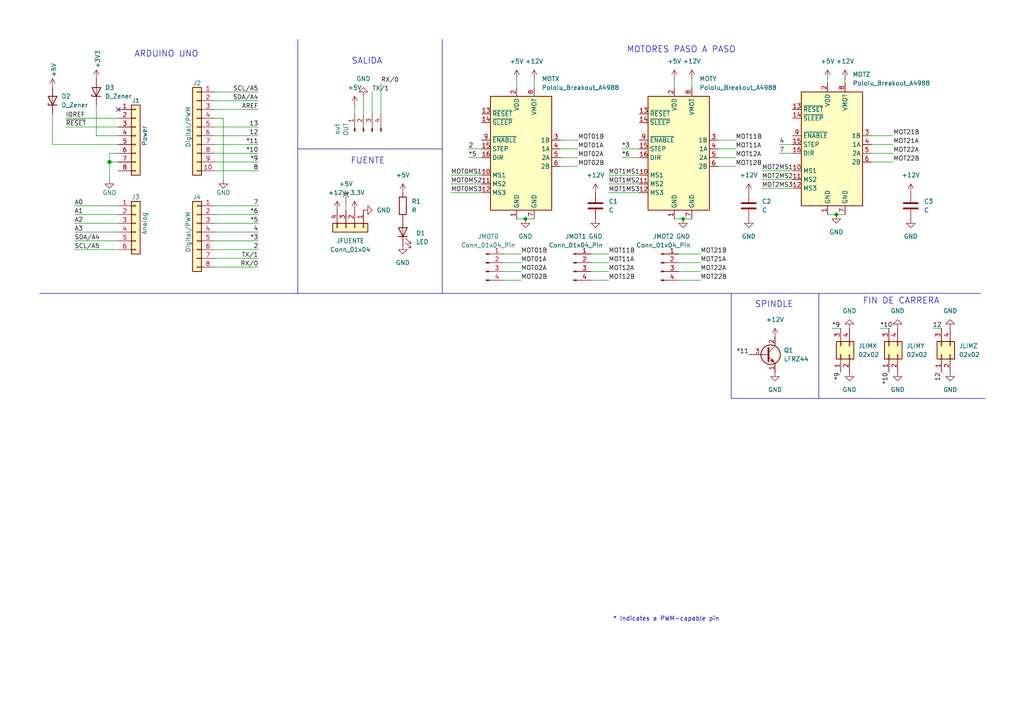
<source format=kicad_sch>
(kicad_sch
	(version 20231120)
	(generator "eeschema")
	(generator_version "8.0")
	(uuid "e63e39d7-6ac0-4ffd-8aa3-1841a4541b55")
	(paper "A4")
	(title_block
		(date "mar. 31 mars 2015")
	)
	(lib_symbols
		(symbol "+5V_1"
			(power)
			(pin_numbers hide)
			(pin_names
				(offset 0) hide)
			(exclude_from_sim no)
			(in_bom yes)
			(on_board yes)
			(property "Reference" "#PWR"
				(at 0 -3.81 0)
				(effects
					(font
						(size 1.27 1.27)
					)
					(hide yes)
				)
			)
			(property "Value" "+5V"
				(at 0 3.556 0)
				(effects
					(font
						(size 1.27 1.27)
					)
				)
			)
			(property "Footprint" ""
				(at 0 0 0)
				(effects
					(font
						(size 1.27 1.27)
					)
					(hide yes)
				)
			)
			(property "Datasheet" ""
				(at 0 0 0)
				(effects
					(font
						(size 1.27 1.27)
					)
					(hide yes)
				)
			)
			(property "Description" "Power symbol creates a global label with name \"+5V\""
				(at 0 0 0)
				(effects
					(font
						(size 1.27 1.27)
					)
					(hide yes)
				)
			)
			(property "ki_keywords" "global power"
				(at 0 0 0)
				(effects
					(font
						(size 1.27 1.27)
					)
					(hide yes)
				)
			)
			(symbol "+5V_1_0_1"
				(polyline
					(pts
						(xy -0.762 1.27) (xy 0 2.54)
					)
					(stroke
						(width 0)
						(type default)
					)
					(fill
						(type none)
					)
				)
				(polyline
					(pts
						(xy 0 0) (xy 0 2.54)
					)
					(stroke
						(width 0)
						(type default)
					)
					(fill
						(type none)
					)
				)
				(polyline
					(pts
						(xy 0 2.54) (xy 0.762 1.27)
					)
					(stroke
						(width 0)
						(type default)
					)
					(fill
						(type none)
					)
				)
			)
			(symbol "+5V_1_1_1"
				(pin power_in line
					(at 0 0 90)
					(length 0)
					(name "~"
						(effects
							(font
								(size 1.27 1.27)
							)
						)
					)
					(number "1"
						(effects
							(font
								(size 1.27 1.27)
							)
						)
					)
				)
			)
		)
		(symbol "+5V_2"
			(power)
			(pin_numbers hide)
			(pin_names
				(offset 0) hide)
			(exclude_from_sim no)
			(in_bom yes)
			(on_board yes)
			(property "Reference" "#PWR"
				(at 0 -3.81 0)
				(effects
					(font
						(size 1.27 1.27)
					)
					(hide yes)
				)
			)
			(property "Value" "+5V"
				(at 0 3.556 0)
				(effects
					(font
						(size 1.27 1.27)
					)
				)
			)
			(property "Footprint" ""
				(at 0 0 0)
				(effects
					(font
						(size 1.27 1.27)
					)
					(hide yes)
				)
			)
			(property "Datasheet" ""
				(at 0 0 0)
				(effects
					(font
						(size 1.27 1.27)
					)
					(hide yes)
				)
			)
			(property "Description" "Power symbol creates a global label with name \"+5V\""
				(at 0 0 0)
				(effects
					(font
						(size 1.27 1.27)
					)
					(hide yes)
				)
			)
			(property "ki_keywords" "global power"
				(at 0 0 0)
				(effects
					(font
						(size 1.27 1.27)
					)
					(hide yes)
				)
			)
			(symbol "+5V_2_0_1"
				(polyline
					(pts
						(xy -0.762 1.27) (xy 0 2.54)
					)
					(stroke
						(width 0)
						(type default)
					)
					(fill
						(type none)
					)
				)
				(polyline
					(pts
						(xy 0 0) (xy 0 2.54)
					)
					(stroke
						(width 0)
						(type default)
					)
					(fill
						(type none)
					)
				)
				(polyline
					(pts
						(xy 0 2.54) (xy 0.762 1.27)
					)
					(stroke
						(width 0)
						(type default)
					)
					(fill
						(type none)
					)
				)
			)
			(symbol "+5V_2_1_1"
				(pin power_in line
					(at 0 0 90)
					(length 0)
					(name "~"
						(effects
							(font
								(size 1.27 1.27)
							)
						)
					)
					(number "1"
						(effects
							(font
								(size 1.27 1.27)
							)
						)
					)
				)
			)
		)
		(symbol "+5V_3"
			(power)
			(pin_numbers hide)
			(pin_names
				(offset 0) hide)
			(exclude_from_sim no)
			(in_bom yes)
			(on_board yes)
			(property "Reference" "#PWR"
				(at 0 -3.81 0)
				(effects
					(font
						(size 1.27 1.27)
					)
					(hide yes)
				)
			)
			(property "Value" "+5V"
				(at 0 3.556 0)
				(effects
					(font
						(size 1.27 1.27)
					)
				)
			)
			(property "Footprint" ""
				(at 0 0 0)
				(effects
					(font
						(size 1.27 1.27)
					)
					(hide yes)
				)
			)
			(property "Datasheet" ""
				(at 0 0 0)
				(effects
					(font
						(size 1.27 1.27)
					)
					(hide yes)
				)
			)
			(property "Description" "Power symbol creates a global label with name \"+5V\""
				(at 0 0 0)
				(effects
					(font
						(size 1.27 1.27)
					)
					(hide yes)
				)
			)
			(property "ki_keywords" "global power"
				(at 0 0 0)
				(effects
					(font
						(size 1.27 1.27)
					)
					(hide yes)
				)
			)
			(symbol "+5V_3_0_1"
				(polyline
					(pts
						(xy -0.762 1.27) (xy 0 2.54)
					)
					(stroke
						(width 0)
						(type default)
					)
					(fill
						(type none)
					)
				)
				(polyline
					(pts
						(xy 0 0) (xy 0 2.54)
					)
					(stroke
						(width 0)
						(type default)
					)
					(fill
						(type none)
					)
				)
				(polyline
					(pts
						(xy 0 2.54) (xy 0.762 1.27)
					)
					(stroke
						(width 0)
						(type default)
					)
					(fill
						(type none)
					)
				)
			)
			(symbol "+5V_3_1_1"
				(pin power_in line
					(at 0 0 90)
					(length 0)
					(name "~"
						(effects
							(font
								(size 1.27 1.27)
							)
						)
					)
					(number "1"
						(effects
							(font
								(size 1.27 1.27)
							)
						)
					)
				)
			)
		)
		(symbol "+5V_4"
			(power)
			(pin_numbers hide)
			(pin_names
				(offset 0) hide)
			(exclude_from_sim no)
			(in_bom yes)
			(on_board yes)
			(property "Reference" "#PWR"
				(at 0 -3.81 0)
				(effects
					(font
						(size 1.27 1.27)
					)
					(hide yes)
				)
			)
			(property "Value" "+5V"
				(at 0 3.556 0)
				(effects
					(font
						(size 1.27 1.27)
					)
				)
			)
			(property "Footprint" ""
				(at 0 0 0)
				(effects
					(font
						(size 1.27 1.27)
					)
					(hide yes)
				)
			)
			(property "Datasheet" ""
				(at 0 0 0)
				(effects
					(font
						(size 1.27 1.27)
					)
					(hide yes)
				)
			)
			(property "Description" "Power symbol creates a global label with name \"+5V\""
				(at 0 0 0)
				(effects
					(font
						(size 1.27 1.27)
					)
					(hide yes)
				)
			)
			(property "ki_keywords" "global power"
				(at 0 0 0)
				(effects
					(font
						(size 1.27 1.27)
					)
					(hide yes)
				)
			)
			(symbol "+5V_4_0_1"
				(polyline
					(pts
						(xy -0.762 1.27) (xy 0 2.54)
					)
					(stroke
						(width 0)
						(type default)
					)
					(fill
						(type none)
					)
				)
				(polyline
					(pts
						(xy 0 0) (xy 0 2.54)
					)
					(stroke
						(width 0)
						(type default)
					)
					(fill
						(type none)
					)
				)
				(polyline
					(pts
						(xy 0 2.54) (xy 0.762 1.27)
					)
					(stroke
						(width 0)
						(type default)
					)
					(fill
						(type none)
					)
				)
			)
			(symbol "+5V_4_1_1"
				(pin power_in line
					(at 0 0 90)
					(length 0)
					(name "~"
						(effects
							(font
								(size 1.27 1.27)
							)
						)
					)
					(number "1"
						(effects
							(font
								(size 1.27 1.27)
							)
						)
					)
				)
			)
		)
		(symbol "+5V_5"
			(power)
			(pin_numbers hide)
			(pin_names
				(offset 0) hide)
			(exclude_from_sim no)
			(in_bom yes)
			(on_board yes)
			(property "Reference" "#PWR"
				(at 0 -3.81 0)
				(effects
					(font
						(size 1.27 1.27)
					)
					(hide yes)
				)
			)
			(property "Value" "+5V"
				(at 0 3.556 0)
				(effects
					(font
						(size 1.27 1.27)
					)
				)
			)
			(property "Footprint" ""
				(at 0 0 0)
				(effects
					(font
						(size 1.27 1.27)
					)
					(hide yes)
				)
			)
			(property "Datasheet" ""
				(at 0 0 0)
				(effects
					(font
						(size 1.27 1.27)
					)
					(hide yes)
				)
			)
			(property "Description" "Power symbol creates a global label with name \"+5V\""
				(at 0 0 0)
				(effects
					(font
						(size 1.27 1.27)
					)
					(hide yes)
				)
			)
			(property "ki_keywords" "global power"
				(at 0 0 0)
				(effects
					(font
						(size 1.27 1.27)
					)
					(hide yes)
				)
			)
			(symbol "+5V_5_0_1"
				(polyline
					(pts
						(xy -0.762 1.27) (xy 0 2.54)
					)
					(stroke
						(width 0)
						(type default)
					)
					(fill
						(type none)
					)
				)
				(polyline
					(pts
						(xy 0 0) (xy 0 2.54)
					)
					(stroke
						(width 0)
						(type default)
					)
					(fill
						(type none)
					)
				)
				(polyline
					(pts
						(xy 0 2.54) (xy 0.762 1.27)
					)
					(stroke
						(width 0)
						(type default)
					)
					(fill
						(type none)
					)
				)
			)
			(symbol "+5V_5_1_1"
				(pin power_in line
					(at 0 0 90)
					(length 0)
					(name "~"
						(effects
							(font
								(size 1.27 1.27)
							)
						)
					)
					(number "1"
						(effects
							(font
								(size 1.27 1.27)
							)
						)
					)
				)
			)
		)
		(symbol "Connector:Conn_01x04_Pin"
			(pin_names
				(offset 1.016) hide)
			(exclude_from_sim no)
			(in_bom yes)
			(on_board yes)
			(property "Reference" "J"
				(at 0 5.08 0)
				(effects
					(font
						(size 1.27 1.27)
					)
				)
			)
			(property "Value" "Conn_01x04_Pin"
				(at 0 -7.62 0)
				(effects
					(font
						(size 1.27 1.27)
					)
				)
			)
			(property "Footprint" ""
				(at 0 0 0)
				(effects
					(font
						(size 1.27 1.27)
					)
					(hide yes)
				)
			)
			(property "Datasheet" "~"
				(at 0 0 0)
				(effects
					(font
						(size 1.27 1.27)
					)
					(hide yes)
				)
			)
			(property "Description" "Generic connector, single row, 01x04, script generated"
				(at 0 0 0)
				(effects
					(font
						(size 1.27 1.27)
					)
					(hide yes)
				)
			)
			(property "ki_locked" ""
				(at 0 0 0)
				(effects
					(font
						(size 1.27 1.27)
					)
				)
			)
			(property "ki_keywords" "connector"
				(at 0 0 0)
				(effects
					(font
						(size 1.27 1.27)
					)
					(hide yes)
				)
			)
			(property "ki_fp_filters" "Connector*:*_1x??_*"
				(at 0 0 0)
				(effects
					(font
						(size 1.27 1.27)
					)
					(hide yes)
				)
			)
			(symbol "Conn_01x04_Pin_1_1"
				(polyline
					(pts
						(xy 1.27 -5.08) (xy 0.8636 -5.08)
					)
					(stroke
						(width 0.1524)
						(type default)
					)
					(fill
						(type none)
					)
				)
				(polyline
					(pts
						(xy 1.27 -2.54) (xy 0.8636 -2.54)
					)
					(stroke
						(width 0.1524)
						(type default)
					)
					(fill
						(type none)
					)
				)
				(polyline
					(pts
						(xy 1.27 0) (xy 0.8636 0)
					)
					(stroke
						(width 0.1524)
						(type default)
					)
					(fill
						(type none)
					)
				)
				(polyline
					(pts
						(xy 1.27 2.54) (xy 0.8636 2.54)
					)
					(stroke
						(width 0.1524)
						(type default)
					)
					(fill
						(type none)
					)
				)
				(rectangle
					(start 0.8636 -4.953)
					(end 0 -5.207)
					(stroke
						(width 0.1524)
						(type default)
					)
					(fill
						(type outline)
					)
				)
				(rectangle
					(start 0.8636 -2.413)
					(end 0 -2.667)
					(stroke
						(width 0.1524)
						(type default)
					)
					(fill
						(type outline)
					)
				)
				(rectangle
					(start 0.8636 0.127)
					(end 0 -0.127)
					(stroke
						(width 0.1524)
						(type default)
					)
					(fill
						(type outline)
					)
				)
				(rectangle
					(start 0.8636 2.667)
					(end 0 2.413)
					(stroke
						(width 0.1524)
						(type default)
					)
					(fill
						(type outline)
					)
				)
				(pin passive line
					(at 5.08 2.54 180)
					(length 3.81)
					(name "Pin_1"
						(effects
							(font
								(size 1.27 1.27)
							)
						)
					)
					(number "1"
						(effects
							(font
								(size 1.27 1.27)
							)
						)
					)
				)
				(pin passive line
					(at 5.08 0 180)
					(length 3.81)
					(name "Pin_2"
						(effects
							(font
								(size 1.27 1.27)
							)
						)
					)
					(number "2"
						(effects
							(font
								(size 1.27 1.27)
							)
						)
					)
				)
				(pin passive line
					(at 5.08 -2.54 180)
					(length 3.81)
					(name "Pin_3"
						(effects
							(font
								(size 1.27 1.27)
							)
						)
					)
					(number "3"
						(effects
							(font
								(size 1.27 1.27)
							)
						)
					)
				)
				(pin passive line
					(at 5.08 -5.08 180)
					(length 3.81)
					(name "Pin_4"
						(effects
							(font
								(size 1.27 1.27)
							)
						)
					)
					(number "4"
						(effects
							(font
								(size 1.27 1.27)
							)
						)
					)
				)
			)
		)
		(symbol "Connector_Generic:Conn_01x04"
			(pin_names
				(offset 1.016) hide)
			(exclude_from_sim no)
			(in_bom yes)
			(on_board yes)
			(property "Reference" "J"
				(at 0 5.08 0)
				(effects
					(font
						(size 1.27 1.27)
					)
				)
			)
			(property "Value" "Conn_01x04"
				(at 0 -7.62 0)
				(effects
					(font
						(size 1.27 1.27)
					)
				)
			)
			(property "Footprint" ""
				(at 0 0 0)
				(effects
					(font
						(size 1.27 1.27)
					)
					(hide yes)
				)
			)
			(property "Datasheet" "~"
				(at 0 0 0)
				(effects
					(font
						(size 1.27 1.27)
					)
					(hide yes)
				)
			)
			(property "Description" "Generic connector, single row, 01x04, script generated (kicad-library-utils/schlib/autogen/connector/)"
				(at 0 0 0)
				(effects
					(font
						(size 1.27 1.27)
					)
					(hide yes)
				)
			)
			(property "ki_keywords" "connector"
				(at 0 0 0)
				(effects
					(font
						(size 1.27 1.27)
					)
					(hide yes)
				)
			)
			(property "ki_fp_filters" "Connector*:*_1x??_*"
				(at 0 0 0)
				(effects
					(font
						(size 1.27 1.27)
					)
					(hide yes)
				)
			)
			(symbol "Conn_01x04_1_1"
				(rectangle
					(start -1.27 -4.953)
					(end 0 -5.207)
					(stroke
						(width 0.1524)
						(type default)
					)
					(fill
						(type none)
					)
				)
				(rectangle
					(start -1.27 -2.413)
					(end 0 -2.667)
					(stroke
						(width 0.1524)
						(type default)
					)
					(fill
						(type none)
					)
				)
				(rectangle
					(start -1.27 0.127)
					(end 0 -0.127)
					(stroke
						(width 0.1524)
						(type default)
					)
					(fill
						(type none)
					)
				)
				(rectangle
					(start -1.27 2.667)
					(end 0 2.413)
					(stroke
						(width 0.1524)
						(type default)
					)
					(fill
						(type none)
					)
				)
				(rectangle
					(start -1.27 3.81)
					(end 1.27 -6.35)
					(stroke
						(width 0.254)
						(type default)
					)
					(fill
						(type background)
					)
				)
				(pin passive line
					(at -5.08 2.54 0)
					(length 3.81)
					(name "Pin_1"
						(effects
							(font
								(size 1.27 1.27)
							)
						)
					)
					(number "1"
						(effects
							(font
								(size 1.27 1.27)
							)
						)
					)
				)
				(pin passive line
					(at -5.08 0 0)
					(length 3.81)
					(name "Pin_2"
						(effects
							(font
								(size 1.27 1.27)
							)
						)
					)
					(number "2"
						(effects
							(font
								(size 1.27 1.27)
							)
						)
					)
				)
				(pin passive line
					(at -5.08 -2.54 0)
					(length 3.81)
					(name "Pin_3"
						(effects
							(font
								(size 1.27 1.27)
							)
						)
					)
					(number "3"
						(effects
							(font
								(size 1.27 1.27)
							)
						)
					)
				)
				(pin passive line
					(at -5.08 -5.08 0)
					(length 3.81)
					(name "Pin_4"
						(effects
							(font
								(size 1.27 1.27)
							)
						)
					)
					(number "4"
						(effects
							(font
								(size 1.27 1.27)
							)
						)
					)
				)
			)
		)
		(symbol "Connector_Generic:Conn_01x06"
			(pin_names
				(offset 1.016) hide)
			(exclude_from_sim no)
			(in_bom yes)
			(on_board yes)
			(property "Reference" "J"
				(at 0 7.62 0)
				(effects
					(font
						(size 1.27 1.27)
					)
				)
			)
			(property "Value" "Conn_01x06"
				(at 0 -10.16 0)
				(effects
					(font
						(size 1.27 1.27)
					)
				)
			)
			(property "Footprint" ""
				(at 0 0 0)
				(effects
					(font
						(size 1.27 1.27)
					)
					(hide yes)
				)
			)
			(property "Datasheet" "~"
				(at 0 0 0)
				(effects
					(font
						(size 1.27 1.27)
					)
					(hide yes)
				)
			)
			(property "Description" "Generic connector, single row, 01x06, script generated (kicad-library-utils/schlib/autogen/connector/)"
				(at 0 0 0)
				(effects
					(font
						(size 1.27 1.27)
					)
					(hide yes)
				)
			)
			(property "ki_keywords" "connector"
				(at 0 0 0)
				(effects
					(font
						(size 1.27 1.27)
					)
					(hide yes)
				)
			)
			(property "ki_fp_filters" "Connector*:*_1x??_*"
				(at 0 0 0)
				(effects
					(font
						(size 1.27 1.27)
					)
					(hide yes)
				)
			)
			(symbol "Conn_01x06_1_1"
				(rectangle
					(start -1.27 -7.493)
					(end 0 -7.747)
					(stroke
						(width 0.1524)
						(type default)
					)
					(fill
						(type none)
					)
				)
				(rectangle
					(start -1.27 -4.953)
					(end 0 -5.207)
					(stroke
						(width 0.1524)
						(type default)
					)
					(fill
						(type none)
					)
				)
				(rectangle
					(start -1.27 -2.413)
					(end 0 -2.667)
					(stroke
						(width 0.1524)
						(type default)
					)
					(fill
						(type none)
					)
				)
				(rectangle
					(start -1.27 0.127)
					(end 0 -0.127)
					(stroke
						(width 0.1524)
						(type default)
					)
					(fill
						(type none)
					)
				)
				(rectangle
					(start -1.27 2.667)
					(end 0 2.413)
					(stroke
						(width 0.1524)
						(type default)
					)
					(fill
						(type none)
					)
				)
				(rectangle
					(start -1.27 5.207)
					(end 0 4.953)
					(stroke
						(width 0.1524)
						(type default)
					)
					(fill
						(type none)
					)
				)
				(rectangle
					(start -1.27 6.35)
					(end 1.27 -8.89)
					(stroke
						(width 0.254)
						(type default)
					)
					(fill
						(type background)
					)
				)
				(pin passive line
					(at -5.08 5.08 0)
					(length 3.81)
					(name "Pin_1"
						(effects
							(font
								(size 1.27 1.27)
							)
						)
					)
					(number "1"
						(effects
							(font
								(size 1.27 1.27)
							)
						)
					)
				)
				(pin passive line
					(at -5.08 2.54 0)
					(length 3.81)
					(name "Pin_2"
						(effects
							(font
								(size 1.27 1.27)
							)
						)
					)
					(number "2"
						(effects
							(font
								(size 1.27 1.27)
							)
						)
					)
				)
				(pin passive line
					(at -5.08 0 0)
					(length 3.81)
					(name "Pin_3"
						(effects
							(font
								(size 1.27 1.27)
							)
						)
					)
					(number "3"
						(effects
							(font
								(size 1.27 1.27)
							)
						)
					)
				)
				(pin passive line
					(at -5.08 -2.54 0)
					(length 3.81)
					(name "Pin_4"
						(effects
							(font
								(size 1.27 1.27)
							)
						)
					)
					(number "4"
						(effects
							(font
								(size 1.27 1.27)
							)
						)
					)
				)
				(pin passive line
					(at -5.08 -5.08 0)
					(length 3.81)
					(name "Pin_5"
						(effects
							(font
								(size 1.27 1.27)
							)
						)
					)
					(number "5"
						(effects
							(font
								(size 1.27 1.27)
							)
						)
					)
				)
				(pin passive line
					(at -5.08 -7.62 0)
					(length 3.81)
					(name "Pin_6"
						(effects
							(font
								(size 1.27 1.27)
							)
						)
					)
					(number "6"
						(effects
							(font
								(size 1.27 1.27)
							)
						)
					)
				)
			)
		)
		(symbol "Connector_Generic:Conn_01x08"
			(pin_names
				(offset 1.016) hide)
			(exclude_from_sim no)
			(in_bom yes)
			(on_board yes)
			(property "Reference" "J"
				(at 0 10.16 0)
				(effects
					(font
						(size 1.27 1.27)
					)
				)
			)
			(property "Value" "Conn_01x08"
				(at 0 -12.7 0)
				(effects
					(font
						(size 1.27 1.27)
					)
				)
			)
			(property "Footprint" ""
				(at 0 0 0)
				(effects
					(font
						(size 1.27 1.27)
					)
					(hide yes)
				)
			)
			(property "Datasheet" "~"
				(at 0 0 0)
				(effects
					(font
						(size 1.27 1.27)
					)
					(hide yes)
				)
			)
			(property "Description" "Generic connector, single row, 01x08, script generated (kicad-library-utils/schlib/autogen/connector/)"
				(at 0 0 0)
				(effects
					(font
						(size 1.27 1.27)
					)
					(hide yes)
				)
			)
			(property "ki_keywords" "connector"
				(at 0 0 0)
				(effects
					(font
						(size 1.27 1.27)
					)
					(hide yes)
				)
			)
			(property "ki_fp_filters" "Connector*:*_1x??_*"
				(at 0 0 0)
				(effects
					(font
						(size 1.27 1.27)
					)
					(hide yes)
				)
			)
			(symbol "Conn_01x08_1_1"
				(rectangle
					(start -1.27 -10.033)
					(end 0 -10.287)
					(stroke
						(width 0.1524)
						(type default)
					)
					(fill
						(type none)
					)
				)
				(rectangle
					(start -1.27 -7.493)
					(end 0 -7.747)
					(stroke
						(width 0.1524)
						(type default)
					)
					(fill
						(type none)
					)
				)
				(rectangle
					(start -1.27 -4.953)
					(end 0 -5.207)
					(stroke
						(width 0.1524)
						(type default)
					)
					(fill
						(type none)
					)
				)
				(rectangle
					(start -1.27 -2.413)
					(end 0 -2.667)
					(stroke
						(width 0.1524)
						(type default)
					)
					(fill
						(type none)
					)
				)
				(rectangle
					(start -1.27 0.127)
					(end 0 -0.127)
					(stroke
						(width 0.1524)
						(type default)
					)
					(fill
						(type none)
					)
				)
				(rectangle
					(start -1.27 2.667)
					(end 0 2.413)
					(stroke
						(width 0.1524)
						(type default)
					)
					(fill
						(type none)
					)
				)
				(rectangle
					(start -1.27 5.207)
					(end 0 4.953)
					(stroke
						(width 0.1524)
						(type default)
					)
					(fill
						(type none)
					)
				)
				(rectangle
					(start -1.27 7.747)
					(end 0 7.493)
					(stroke
						(width 0.1524)
						(type default)
					)
					(fill
						(type none)
					)
				)
				(rectangle
					(start -1.27 8.89)
					(end 1.27 -11.43)
					(stroke
						(width 0.254)
						(type default)
					)
					(fill
						(type background)
					)
				)
				(pin passive line
					(at -5.08 7.62 0)
					(length 3.81)
					(name "Pin_1"
						(effects
							(font
								(size 1.27 1.27)
							)
						)
					)
					(number "1"
						(effects
							(font
								(size 1.27 1.27)
							)
						)
					)
				)
				(pin passive line
					(at -5.08 5.08 0)
					(length 3.81)
					(name "Pin_2"
						(effects
							(font
								(size 1.27 1.27)
							)
						)
					)
					(number "2"
						(effects
							(font
								(size 1.27 1.27)
							)
						)
					)
				)
				(pin passive line
					(at -5.08 2.54 0)
					(length 3.81)
					(name "Pin_3"
						(effects
							(font
								(size 1.27 1.27)
							)
						)
					)
					(number "3"
						(effects
							(font
								(size 1.27 1.27)
							)
						)
					)
				)
				(pin passive line
					(at -5.08 0 0)
					(length 3.81)
					(name "Pin_4"
						(effects
							(font
								(size 1.27 1.27)
							)
						)
					)
					(number "4"
						(effects
							(font
								(size 1.27 1.27)
							)
						)
					)
				)
				(pin passive line
					(at -5.08 -2.54 0)
					(length 3.81)
					(name "Pin_5"
						(effects
							(font
								(size 1.27 1.27)
							)
						)
					)
					(number "5"
						(effects
							(font
								(size 1.27 1.27)
							)
						)
					)
				)
				(pin passive line
					(at -5.08 -5.08 0)
					(length 3.81)
					(name "Pin_6"
						(effects
							(font
								(size 1.27 1.27)
							)
						)
					)
					(number "6"
						(effects
							(font
								(size 1.27 1.27)
							)
						)
					)
				)
				(pin passive line
					(at -5.08 -7.62 0)
					(length 3.81)
					(name "Pin_7"
						(effects
							(font
								(size 1.27 1.27)
							)
						)
					)
					(number "7"
						(effects
							(font
								(size 1.27 1.27)
							)
						)
					)
				)
				(pin passive line
					(at -5.08 -10.16 0)
					(length 3.81)
					(name "Pin_8"
						(effects
							(font
								(size 1.27 1.27)
							)
						)
					)
					(number "8"
						(effects
							(font
								(size 1.27 1.27)
							)
						)
					)
				)
			)
		)
		(symbol "Connector_Generic:Conn_01x10"
			(pin_names
				(offset 1.016) hide)
			(exclude_from_sim no)
			(in_bom yes)
			(on_board yes)
			(property "Reference" "J"
				(at 0 12.7 0)
				(effects
					(font
						(size 1.27 1.27)
					)
				)
			)
			(property "Value" "Conn_01x10"
				(at 0 -15.24 0)
				(effects
					(font
						(size 1.27 1.27)
					)
				)
			)
			(property "Footprint" ""
				(at 0 0 0)
				(effects
					(font
						(size 1.27 1.27)
					)
					(hide yes)
				)
			)
			(property "Datasheet" "~"
				(at 0 0 0)
				(effects
					(font
						(size 1.27 1.27)
					)
					(hide yes)
				)
			)
			(property "Description" "Generic connector, single row, 01x10, script generated (kicad-library-utils/schlib/autogen/connector/)"
				(at 0 0 0)
				(effects
					(font
						(size 1.27 1.27)
					)
					(hide yes)
				)
			)
			(property "ki_keywords" "connector"
				(at 0 0 0)
				(effects
					(font
						(size 1.27 1.27)
					)
					(hide yes)
				)
			)
			(property "ki_fp_filters" "Connector*:*_1x??_*"
				(at 0 0 0)
				(effects
					(font
						(size 1.27 1.27)
					)
					(hide yes)
				)
			)
			(symbol "Conn_01x10_1_1"
				(rectangle
					(start -1.27 -12.573)
					(end 0 -12.827)
					(stroke
						(width 0.1524)
						(type default)
					)
					(fill
						(type none)
					)
				)
				(rectangle
					(start -1.27 -10.033)
					(end 0 -10.287)
					(stroke
						(width 0.1524)
						(type default)
					)
					(fill
						(type none)
					)
				)
				(rectangle
					(start -1.27 -7.493)
					(end 0 -7.747)
					(stroke
						(width 0.1524)
						(type default)
					)
					(fill
						(type none)
					)
				)
				(rectangle
					(start -1.27 -4.953)
					(end 0 -5.207)
					(stroke
						(width 0.1524)
						(type default)
					)
					(fill
						(type none)
					)
				)
				(rectangle
					(start -1.27 -2.413)
					(end 0 -2.667)
					(stroke
						(width 0.1524)
						(type default)
					)
					(fill
						(type none)
					)
				)
				(rectangle
					(start -1.27 0.127)
					(end 0 -0.127)
					(stroke
						(width 0.1524)
						(type default)
					)
					(fill
						(type none)
					)
				)
				(rectangle
					(start -1.27 2.667)
					(end 0 2.413)
					(stroke
						(width 0.1524)
						(type default)
					)
					(fill
						(type none)
					)
				)
				(rectangle
					(start -1.27 5.207)
					(end 0 4.953)
					(stroke
						(width 0.1524)
						(type default)
					)
					(fill
						(type none)
					)
				)
				(rectangle
					(start -1.27 7.747)
					(end 0 7.493)
					(stroke
						(width 0.1524)
						(type default)
					)
					(fill
						(type none)
					)
				)
				(rectangle
					(start -1.27 10.287)
					(end 0 10.033)
					(stroke
						(width 0.1524)
						(type default)
					)
					(fill
						(type none)
					)
				)
				(rectangle
					(start -1.27 11.43)
					(end 1.27 -13.97)
					(stroke
						(width 0.254)
						(type default)
					)
					(fill
						(type background)
					)
				)
				(pin passive line
					(at -5.08 10.16 0)
					(length 3.81)
					(name "Pin_1"
						(effects
							(font
								(size 1.27 1.27)
							)
						)
					)
					(number "1"
						(effects
							(font
								(size 1.27 1.27)
							)
						)
					)
				)
				(pin passive line
					(at -5.08 -12.7 0)
					(length 3.81)
					(name "Pin_10"
						(effects
							(font
								(size 1.27 1.27)
							)
						)
					)
					(number "10"
						(effects
							(font
								(size 1.27 1.27)
							)
						)
					)
				)
				(pin passive line
					(at -5.08 7.62 0)
					(length 3.81)
					(name "Pin_2"
						(effects
							(font
								(size 1.27 1.27)
							)
						)
					)
					(number "2"
						(effects
							(font
								(size 1.27 1.27)
							)
						)
					)
				)
				(pin passive line
					(at -5.08 5.08 0)
					(length 3.81)
					(name "Pin_3"
						(effects
							(font
								(size 1.27 1.27)
							)
						)
					)
					(number "3"
						(effects
							(font
								(size 1.27 1.27)
							)
						)
					)
				)
				(pin passive line
					(at -5.08 2.54 0)
					(length 3.81)
					(name "Pin_4"
						(effects
							(font
								(size 1.27 1.27)
							)
						)
					)
					(number "4"
						(effects
							(font
								(size 1.27 1.27)
							)
						)
					)
				)
				(pin passive line
					(at -5.08 0 0)
					(length 3.81)
					(name "Pin_5"
						(effects
							(font
								(size 1.27 1.27)
							)
						)
					)
					(number "5"
						(effects
							(font
								(size 1.27 1.27)
							)
						)
					)
				)
				(pin passive line
					(at -5.08 -2.54 0)
					(length 3.81)
					(name "Pin_6"
						(effects
							(font
								(size 1.27 1.27)
							)
						)
					)
					(number "6"
						(effects
							(font
								(size 1.27 1.27)
							)
						)
					)
				)
				(pin passive line
					(at -5.08 -5.08 0)
					(length 3.81)
					(name "Pin_7"
						(effects
							(font
								(size 1.27 1.27)
							)
						)
					)
					(number "7"
						(effects
							(font
								(size 1.27 1.27)
							)
						)
					)
				)
				(pin passive line
					(at -5.08 -7.62 0)
					(length 3.81)
					(name "Pin_8"
						(effects
							(font
								(size 1.27 1.27)
							)
						)
					)
					(number "8"
						(effects
							(font
								(size 1.27 1.27)
							)
						)
					)
				)
				(pin passive line
					(at -5.08 -10.16 0)
					(length 3.81)
					(name "Pin_9"
						(effects
							(font
								(size 1.27 1.27)
							)
						)
					)
					(number "9"
						(effects
							(font
								(size 1.27 1.27)
							)
						)
					)
				)
			)
		)
		(symbol "Connector_Generic:Conn_02x02_Top_Bottom"
			(pin_names
				(offset 1.016) hide)
			(exclude_from_sim no)
			(in_bom yes)
			(on_board yes)
			(property "Reference" "J"
				(at 1.27 2.54 0)
				(effects
					(font
						(size 1.27 1.27)
					)
				)
			)
			(property "Value" "Conn_02x02_Top_Bottom"
				(at 1.27 -5.08 0)
				(effects
					(font
						(size 1.27 1.27)
					)
				)
			)
			(property "Footprint" ""
				(at 0 0 0)
				(effects
					(font
						(size 1.27 1.27)
					)
					(hide yes)
				)
			)
			(property "Datasheet" "~"
				(at 0 0 0)
				(effects
					(font
						(size 1.27 1.27)
					)
					(hide yes)
				)
			)
			(property "Description" "Generic connector, double row, 02x02, top/bottom pin numbering scheme (row 1: 1...pins_per_row, row2: pins_per_row+1 ... num_pins), script generated (kicad-library-utils/schlib/autogen/connector/)"
				(at 0 0 0)
				(effects
					(font
						(size 1.27 1.27)
					)
					(hide yes)
				)
			)
			(property "ki_keywords" "connector"
				(at 0 0 0)
				(effects
					(font
						(size 1.27 1.27)
					)
					(hide yes)
				)
			)
			(property "ki_fp_filters" "Connector*:*_2x??_*"
				(at 0 0 0)
				(effects
					(font
						(size 1.27 1.27)
					)
					(hide yes)
				)
			)
			(symbol "Conn_02x02_Top_Bottom_1_1"
				(rectangle
					(start -1.27 -2.413)
					(end 0 -2.667)
					(stroke
						(width 0.1524)
						(type default)
					)
					(fill
						(type none)
					)
				)
				(rectangle
					(start -1.27 0.127)
					(end 0 -0.127)
					(stroke
						(width 0.1524)
						(type default)
					)
					(fill
						(type none)
					)
				)
				(rectangle
					(start -1.27 1.27)
					(end 3.81 -3.81)
					(stroke
						(width 0.254)
						(type default)
					)
					(fill
						(type background)
					)
				)
				(rectangle
					(start 3.81 -2.413)
					(end 2.54 -2.667)
					(stroke
						(width 0.1524)
						(type default)
					)
					(fill
						(type none)
					)
				)
				(rectangle
					(start 3.81 0.127)
					(end 2.54 -0.127)
					(stroke
						(width 0.1524)
						(type default)
					)
					(fill
						(type none)
					)
				)
				(pin passive line
					(at -5.08 0 0)
					(length 3.81)
					(name "Pin_1"
						(effects
							(font
								(size 1.27 1.27)
							)
						)
					)
					(number "1"
						(effects
							(font
								(size 1.27 1.27)
							)
						)
					)
				)
				(pin passive line
					(at -5.08 -2.54 0)
					(length 3.81)
					(name "Pin_2"
						(effects
							(font
								(size 1.27 1.27)
							)
						)
					)
					(number "2"
						(effects
							(font
								(size 1.27 1.27)
							)
						)
					)
				)
				(pin passive line
					(at 7.62 0 180)
					(length 3.81)
					(name "Pin_3"
						(effects
							(font
								(size 1.27 1.27)
							)
						)
					)
					(number "3"
						(effects
							(font
								(size 1.27 1.27)
							)
						)
					)
				)
				(pin passive line
					(at 7.62 -2.54 180)
					(length 3.81)
					(name "Pin_4"
						(effects
							(font
								(size 1.27 1.27)
							)
						)
					)
					(number "4"
						(effects
							(font
								(size 1.27 1.27)
							)
						)
					)
				)
			)
		)
		(symbol "Device:C"
			(pin_numbers hide)
			(pin_names
				(offset 0.254)
			)
			(exclude_from_sim no)
			(in_bom yes)
			(on_board yes)
			(property "Reference" "C"
				(at 0.635 2.54 0)
				(effects
					(font
						(size 1.27 1.27)
					)
					(justify left)
				)
			)
			(property "Value" "C"
				(at 0.635 -2.54 0)
				(effects
					(font
						(size 1.27 1.27)
					)
					(justify left)
				)
			)
			(property "Footprint" ""
				(at 0.9652 -3.81 0)
				(effects
					(font
						(size 1.27 1.27)
					)
					(hide yes)
				)
			)
			(property "Datasheet" "~"
				(at 0 0 0)
				(effects
					(font
						(size 1.27 1.27)
					)
					(hide yes)
				)
			)
			(property "Description" "Unpolarized capacitor"
				(at 0 0 0)
				(effects
					(font
						(size 1.27 1.27)
					)
					(hide yes)
				)
			)
			(property "ki_keywords" "cap capacitor"
				(at 0 0 0)
				(effects
					(font
						(size 1.27 1.27)
					)
					(hide yes)
				)
			)
			(property "ki_fp_filters" "C_*"
				(at 0 0 0)
				(effects
					(font
						(size 1.27 1.27)
					)
					(hide yes)
				)
			)
			(symbol "C_0_1"
				(polyline
					(pts
						(xy -2.032 -0.762) (xy 2.032 -0.762)
					)
					(stroke
						(width 0.508)
						(type default)
					)
					(fill
						(type none)
					)
				)
				(polyline
					(pts
						(xy -2.032 0.762) (xy 2.032 0.762)
					)
					(stroke
						(width 0.508)
						(type default)
					)
					(fill
						(type none)
					)
				)
			)
			(symbol "C_1_1"
				(pin passive line
					(at 0 3.81 270)
					(length 2.794)
					(name "~"
						(effects
							(font
								(size 1.27 1.27)
							)
						)
					)
					(number "1"
						(effects
							(font
								(size 1.27 1.27)
							)
						)
					)
				)
				(pin passive line
					(at 0 -3.81 90)
					(length 2.794)
					(name "~"
						(effects
							(font
								(size 1.27 1.27)
							)
						)
					)
					(number "2"
						(effects
							(font
								(size 1.27 1.27)
							)
						)
					)
				)
			)
		)
		(symbol "Device:D_Zener"
			(pin_numbers hide)
			(pin_names
				(offset 1.016) hide)
			(exclude_from_sim no)
			(in_bom yes)
			(on_board yes)
			(property "Reference" "D"
				(at 0 2.54 0)
				(effects
					(font
						(size 1.27 1.27)
					)
				)
			)
			(property "Value" "D_Zener"
				(at 0 -2.54 0)
				(effects
					(font
						(size 1.27 1.27)
					)
				)
			)
			(property "Footprint" ""
				(at 0 0 0)
				(effects
					(font
						(size 1.27 1.27)
					)
					(hide yes)
				)
			)
			(property "Datasheet" "~"
				(at 0 0 0)
				(effects
					(font
						(size 1.27 1.27)
					)
					(hide yes)
				)
			)
			(property "Description" "Zener diode"
				(at 0 0 0)
				(effects
					(font
						(size 1.27 1.27)
					)
					(hide yes)
				)
			)
			(property "ki_keywords" "diode"
				(at 0 0 0)
				(effects
					(font
						(size 1.27 1.27)
					)
					(hide yes)
				)
			)
			(property "ki_fp_filters" "TO-???* *_Diode_* *SingleDiode* D_*"
				(at 0 0 0)
				(effects
					(font
						(size 1.27 1.27)
					)
					(hide yes)
				)
			)
			(symbol "D_Zener_0_1"
				(polyline
					(pts
						(xy 1.27 0) (xy -1.27 0)
					)
					(stroke
						(width 0)
						(type default)
					)
					(fill
						(type none)
					)
				)
				(polyline
					(pts
						(xy -1.27 -1.27) (xy -1.27 1.27) (xy -0.762 1.27)
					)
					(stroke
						(width 0.254)
						(type default)
					)
					(fill
						(type none)
					)
				)
				(polyline
					(pts
						(xy 1.27 -1.27) (xy 1.27 1.27) (xy -1.27 0) (xy 1.27 -1.27)
					)
					(stroke
						(width 0.254)
						(type default)
					)
					(fill
						(type none)
					)
				)
			)
			(symbol "D_Zener_1_1"
				(pin passive line
					(at -3.81 0 0)
					(length 2.54)
					(name "K"
						(effects
							(font
								(size 1.27 1.27)
							)
						)
					)
					(number "1"
						(effects
							(font
								(size 1.27 1.27)
							)
						)
					)
				)
				(pin passive line
					(at 3.81 0 180)
					(length 2.54)
					(name "A"
						(effects
							(font
								(size 1.27 1.27)
							)
						)
					)
					(number "2"
						(effects
							(font
								(size 1.27 1.27)
							)
						)
					)
				)
			)
		)
		(symbol "Device:LED"
			(pin_numbers hide)
			(pin_names
				(offset 1.016) hide)
			(exclude_from_sim no)
			(in_bom yes)
			(on_board yes)
			(property "Reference" "D"
				(at 0 2.54 0)
				(effects
					(font
						(size 1.27 1.27)
					)
				)
			)
			(property "Value" "LED"
				(at 0 -2.54 0)
				(effects
					(font
						(size 1.27 1.27)
					)
				)
			)
			(property "Footprint" ""
				(at 0 0 0)
				(effects
					(font
						(size 1.27 1.27)
					)
					(hide yes)
				)
			)
			(property "Datasheet" "~"
				(at 0 0 0)
				(effects
					(font
						(size 1.27 1.27)
					)
					(hide yes)
				)
			)
			(property "Description" "Light emitting diode"
				(at 0 0 0)
				(effects
					(font
						(size 1.27 1.27)
					)
					(hide yes)
				)
			)
			(property "ki_keywords" "LED diode"
				(at 0 0 0)
				(effects
					(font
						(size 1.27 1.27)
					)
					(hide yes)
				)
			)
			(property "ki_fp_filters" "LED* LED_SMD:* LED_THT:*"
				(at 0 0 0)
				(effects
					(font
						(size 1.27 1.27)
					)
					(hide yes)
				)
			)
			(symbol "LED_0_1"
				(polyline
					(pts
						(xy -1.27 -1.27) (xy -1.27 1.27)
					)
					(stroke
						(width 0.254)
						(type default)
					)
					(fill
						(type none)
					)
				)
				(polyline
					(pts
						(xy -1.27 0) (xy 1.27 0)
					)
					(stroke
						(width 0)
						(type default)
					)
					(fill
						(type none)
					)
				)
				(polyline
					(pts
						(xy 1.27 -1.27) (xy 1.27 1.27) (xy -1.27 0) (xy 1.27 -1.27)
					)
					(stroke
						(width 0.254)
						(type default)
					)
					(fill
						(type none)
					)
				)
				(polyline
					(pts
						(xy -3.048 -0.762) (xy -4.572 -2.286) (xy -3.81 -2.286) (xy -4.572 -2.286) (xy -4.572 -1.524)
					)
					(stroke
						(width 0)
						(type default)
					)
					(fill
						(type none)
					)
				)
				(polyline
					(pts
						(xy -1.778 -0.762) (xy -3.302 -2.286) (xy -2.54 -2.286) (xy -3.302 -2.286) (xy -3.302 -1.524)
					)
					(stroke
						(width 0)
						(type default)
					)
					(fill
						(type none)
					)
				)
			)
			(symbol "LED_1_1"
				(pin passive line
					(at -3.81 0 0)
					(length 2.54)
					(name "K"
						(effects
							(font
								(size 1.27 1.27)
							)
						)
					)
					(number "1"
						(effects
							(font
								(size 1.27 1.27)
							)
						)
					)
				)
				(pin passive line
					(at 3.81 0 180)
					(length 2.54)
					(name "A"
						(effects
							(font
								(size 1.27 1.27)
							)
						)
					)
					(number "2"
						(effects
							(font
								(size 1.27 1.27)
							)
						)
					)
				)
			)
		)
		(symbol "Device:R"
			(pin_numbers hide)
			(pin_names
				(offset 0)
			)
			(exclude_from_sim no)
			(in_bom yes)
			(on_board yes)
			(property "Reference" "R"
				(at 2.032 0 90)
				(effects
					(font
						(size 1.27 1.27)
					)
				)
			)
			(property "Value" "R"
				(at 0 0 90)
				(effects
					(font
						(size 1.27 1.27)
					)
				)
			)
			(property "Footprint" ""
				(at -1.778 0 90)
				(effects
					(font
						(size 1.27 1.27)
					)
					(hide yes)
				)
			)
			(property "Datasheet" "~"
				(at 0 0 0)
				(effects
					(font
						(size 1.27 1.27)
					)
					(hide yes)
				)
			)
			(property "Description" "Resistor"
				(at 0 0 0)
				(effects
					(font
						(size 1.27 1.27)
					)
					(hide yes)
				)
			)
			(property "ki_keywords" "R res resistor"
				(at 0 0 0)
				(effects
					(font
						(size 1.27 1.27)
					)
					(hide yes)
				)
			)
			(property "ki_fp_filters" "R_*"
				(at 0 0 0)
				(effects
					(font
						(size 1.27 1.27)
					)
					(hide yes)
				)
			)
			(symbol "R_0_1"
				(rectangle
					(start -1.016 -2.54)
					(end 1.016 2.54)
					(stroke
						(width 0.254)
						(type default)
					)
					(fill
						(type none)
					)
				)
			)
			(symbol "R_1_1"
				(pin passive line
					(at 0 3.81 270)
					(length 1.27)
					(name "~"
						(effects
							(font
								(size 1.27 1.27)
							)
						)
					)
					(number "1"
						(effects
							(font
								(size 1.27 1.27)
							)
						)
					)
				)
				(pin passive line
					(at 0 -3.81 90)
					(length 1.27)
					(name "~"
						(effects
							(font
								(size 1.27 1.27)
							)
						)
					)
					(number "2"
						(effects
							(font
								(size 1.27 1.27)
							)
						)
					)
				)
			)
		)
		(symbol "Driver_Motor:Pololu_Breakout_A4988"
			(exclude_from_sim no)
			(in_bom yes)
			(on_board yes)
			(property "Reference" "A"
				(at -2.54 19.05 0)
				(effects
					(font
						(size 1.27 1.27)
					)
					(justify right)
				)
			)
			(property "Value" "Pololu_Breakout_A4988"
				(at -2.54 16.51 0)
				(effects
					(font
						(size 1.27 1.27)
					)
					(justify right)
				)
			)
			(property "Footprint" "Module:Pololu_Breakout-16_15.2x20.3mm"
				(at 6.985 -19.05 0)
				(effects
					(font
						(size 1.27 1.27)
					)
					(justify left)
					(hide yes)
				)
			)
			(property "Datasheet" "https://www.pololu.com/product/2980/pictures"
				(at 2.54 -7.62 0)
				(effects
					(font
						(size 1.27 1.27)
					)
					(hide yes)
				)
			)
			(property "Description" "Pololu Breakout Board, Stepper Driver A4988"
				(at 0 0 0)
				(effects
					(font
						(size 1.27 1.27)
					)
					(hide yes)
				)
			)
			(property "ki_keywords" "Pololu Breakout Board Stepper Driver A4988"
				(at 0 0 0)
				(effects
					(font
						(size 1.27 1.27)
					)
					(hide yes)
				)
			)
			(property "ki_fp_filters" "Pololu*Breakout*15.2x20.3mm*"
				(at 0 0 0)
				(effects
					(font
						(size 1.27 1.27)
					)
					(hide yes)
				)
			)
			(symbol "Pololu_Breakout_A4988_0_1"
				(rectangle
					(start 10.16 -17.78)
					(end -7.62 15.24)
					(stroke
						(width 0.254)
						(type default)
					)
					(fill
						(type background)
					)
				)
			)
			(symbol "Pololu_Breakout_A4988_1_1"
				(pin power_in line
					(at 0 -20.32 90)
					(length 2.54)
					(name "GND"
						(effects
							(font
								(size 1.27 1.27)
							)
						)
					)
					(number "1"
						(effects
							(font
								(size 1.27 1.27)
							)
						)
					)
				)
				(pin input line
					(at -10.16 -7.62 0)
					(length 2.54)
					(name "MS1"
						(effects
							(font
								(size 1.27 1.27)
							)
						)
					)
					(number "10"
						(effects
							(font
								(size 1.27 1.27)
							)
						)
					)
				)
				(pin input line
					(at -10.16 -10.16 0)
					(length 2.54)
					(name "MS2"
						(effects
							(font
								(size 1.27 1.27)
							)
						)
					)
					(number "11"
						(effects
							(font
								(size 1.27 1.27)
							)
						)
					)
				)
				(pin input line
					(at -10.16 -12.7 0)
					(length 2.54)
					(name "MS3"
						(effects
							(font
								(size 1.27 1.27)
							)
						)
					)
					(number "12"
						(effects
							(font
								(size 1.27 1.27)
							)
						)
					)
				)
				(pin input line
					(at -10.16 10.16 0)
					(length 2.54)
					(name "~{RESET}"
						(effects
							(font
								(size 1.27 1.27)
							)
						)
					)
					(number "13"
						(effects
							(font
								(size 1.27 1.27)
							)
						)
					)
				)
				(pin input line
					(at -10.16 7.62 0)
					(length 2.54)
					(name "~{SLEEP}"
						(effects
							(font
								(size 1.27 1.27)
							)
						)
					)
					(number "14"
						(effects
							(font
								(size 1.27 1.27)
							)
						)
					)
				)
				(pin input line
					(at -10.16 0 0)
					(length 2.54)
					(name "STEP"
						(effects
							(font
								(size 1.27 1.27)
							)
						)
					)
					(number "15"
						(effects
							(font
								(size 1.27 1.27)
							)
						)
					)
				)
				(pin input line
					(at -10.16 -2.54 0)
					(length 2.54)
					(name "DIR"
						(effects
							(font
								(size 1.27 1.27)
							)
						)
					)
					(number "16"
						(effects
							(font
								(size 1.27 1.27)
							)
						)
					)
				)
				(pin power_in line
					(at 0 17.78 270)
					(length 2.54)
					(name "VDD"
						(effects
							(font
								(size 1.27 1.27)
							)
						)
					)
					(number "2"
						(effects
							(font
								(size 1.27 1.27)
							)
						)
					)
				)
				(pin output line
					(at 12.7 2.54 180)
					(length 2.54)
					(name "1B"
						(effects
							(font
								(size 1.27 1.27)
							)
						)
					)
					(number "3"
						(effects
							(font
								(size 1.27 1.27)
							)
						)
					)
				)
				(pin output line
					(at 12.7 0 180)
					(length 2.54)
					(name "1A"
						(effects
							(font
								(size 1.27 1.27)
							)
						)
					)
					(number "4"
						(effects
							(font
								(size 1.27 1.27)
							)
						)
					)
				)
				(pin output line
					(at 12.7 -2.54 180)
					(length 2.54)
					(name "2A"
						(effects
							(font
								(size 1.27 1.27)
							)
						)
					)
					(number "5"
						(effects
							(font
								(size 1.27 1.27)
							)
						)
					)
				)
				(pin output line
					(at 12.7 -5.08 180)
					(length 2.54)
					(name "2B"
						(effects
							(font
								(size 1.27 1.27)
							)
						)
					)
					(number "6"
						(effects
							(font
								(size 1.27 1.27)
							)
						)
					)
				)
				(pin power_in line
					(at 5.08 -20.32 90)
					(length 2.54)
					(name "GND"
						(effects
							(font
								(size 1.27 1.27)
							)
						)
					)
					(number "7"
						(effects
							(font
								(size 1.27 1.27)
							)
						)
					)
				)
				(pin power_in line
					(at 5.08 17.78 270)
					(length 2.54)
					(name "VMOT"
						(effects
							(font
								(size 1.27 1.27)
							)
						)
					)
					(number "8"
						(effects
							(font
								(size 1.27 1.27)
							)
						)
					)
				)
				(pin input line
					(at -10.16 2.54 0)
					(length 2.54)
					(name "~{ENABLE}"
						(effects
							(font
								(size 1.27 1.27)
							)
						)
					)
					(number "9"
						(effects
							(font
								(size 1.27 1.27)
							)
						)
					)
				)
			)
		)
		(symbol "GND_1"
			(power)
			(pin_numbers hide)
			(pin_names
				(offset 0) hide)
			(exclude_from_sim no)
			(in_bom yes)
			(on_board yes)
			(property "Reference" "#PWR"
				(at 0 -6.35 0)
				(effects
					(font
						(size 1.27 1.27)
					)
					(hide yes)
				)
			)
			(property "Value" "GND"
				(at 0 -3.81 0)
				(effects
					(font
						(size 1.27 1.27)
					)
				)
			)
			(property "Footprint" ""
				(at 0 0 0)
				(effects
					(font
						(size 1.27 1.27)
					)
					(hide yes)
				)
			)
			(property "Datasheet" ""
				(at 0 0 0)
				(effects
					(font
						(size 1.27 1.27)
					)
					(hide yes)
				)
			)
			(property "Description" "Power symbol creates a global label with name \"GND\" , ground"
				(at 0 0 0)
				(effects
					(font
						(size 1.27 1.27)
					)
					(hide yes)
				)
			)
			(property "ki_keywords" "global power"
				(at 0 0 0)
				(effects
					(font
						(size 1.27 1.27)
					)
					(hide yes)
				)
			)
			(symbol "GND_1_0_1"
				(polyline
					(pts
						(xy 0 0) (xy 0 -1.27) (xy 1.27 -1.27) (xy 0 -2.54) (xy -1.27 -1.27) (xy 0 -1.27)
					)
					(stroke
						(width 0)
						(type default)
					)
					(fill
						(type none)
					)
				)
			)
			(symbol "GND_1_1_1"
				(pin power_in line
					(at 0 0 270)
					(length 0)
					(name "~"
						(effects
							(font
								(size 1.27 1.27)
							)
						)
					)
					(number "1"
						(effects
							(font
								(size 1.27 1.27)
							)
						)
					)
				)
			)
		)
		(symbol "GND_2"
			(power)
			(pin_numbers hide)
			(pin_names
				(offset 0) hide)
			(exclude_from_sim no)
			(in_bom yes)
			(on_board yes)
			(property "Reference" "#PWR"
				(at 0 -6.35 0)
				(effects
					(font
						(size 1.27 1.27)
					)
					(hide yes)
				)
			)
			(property "Value" "GND"
				(at 0 -3.81 0)
				(effects
					(font
						(size 1.27 1.27)
					)
				)
			)
			(property "Footprint" ""
				(at 0 0 0)
				(effects
					(font
						(size 1.27 1.27)
					)
					(hide yes)
				)
			)
			(property "Datasheet" ""
				(at 0 0 0)
				(effects
					(font
						(size 1.27 1.27)
					)
					(hide yes)
				)
			)
			(property "Description" "Power symbol creates a global label with name \"GND\" , ground"
				(at 0 0 0)
				(effects
					(font
						(size 1.27 1.27)
					)
					(hide yes)
				)
			)
			(property "ki_keywords" "global power"
				(at 0 0 0)
				(effects
					(font
						(size 1.27 1.27)
					)
					(hide yes)
				)
			)
			(symbol "GND_2_0_1"
				(polyline
					(pts
						(xy 0 0) (xy 0 -1.27) (xy 1.27 -1.27) (xy 0 -2.54) (xy -1.27 -1.27) (xy 0 -1.27)
					)
					(stroke
						(width 0)
						(type default)
					)
					(fill
						(type none)
					)
				)
			)
			(symbol "GND_2_1_1"
				(pin power_in line
					(at 0 0 270)
					(length 0)
					(name "~"
						(effects
							(font
								(size 1.27 1.27)
							)
						)
					)
					(number "1"
						(effects
							(font
								(size 1.27 1.27)
							)
						)
					)
				)
			)
		)
		(symbol "GND_3"
			(power)
			(pin_numbers hide)
			(pin_names
				(offset 0) hide)
			(exclude_from_sim no)
			(in_bom yes)
			(on_board yes)
			(property "Reference" "#PWR"
				(at 0 -6.35 0)
				(effects
					(font
						(size 1.27 1.27)
					)
					(hide yes)
				)
			)
			(property "Value" "GND"
				(at 0 -3.81 0)
				(effects
					(font
						(size 1.27 1.27)
					)
				)
			)
			(property "Footprint" ""
				(at 0 0 0)
				(effects
					(font
						(size 1.27 1.27)
					)
					(hide yes)
				)
			)
			(property "Datasheet" ""
				(at 0 0 0)
				(effects
					(font
						(size 1.27 1.27)
					)
					(hide yes)
				)
			)
			(property "Description" "Power symbol creates a global label with name \"GND\" , ground"
				(at 0 0 0)
				(effects
					(font
						(size 1.27 1.27)
					)
					(hide yes)
				)
			)
			(property "ki_keywords" "global power"
				(at 0 0 0)
				(effects
					(font
						(size 1.27 1.27)
					)
					(hide yes)
				)
			)
			(symbol "GND_3_0_1"
				(polyline
					(pts
						(xy 0 0) (xy 0 -1.27) (xy 1.27 -1.27) (xy 0 -2.54) (xy -1.27 -1.27) (xy 0 -1.27)
					)
					(stroke
						(width 0)
						(type default)
					)
					(fill
						(type none)
					)
				)
			)
			(symbol "GND_3_1_1"
				(pin power_in line
					(at 0 0 270)
					(length 0)
					(name "~"
						(effects
							(font
								(size 1.27 1.27)
							)
						)
					)
					(number "1"
						(effects
							(font
								(size 1.27 1.27)
							)
						)
					)
				)
			)
		)
		(symbol "Transistor_BJT:BF457"
			(pin_names
				(offset 0) hide)
			(exclude_from_sim no)
			(in_bom yes)
			(on_board yes)
			(property "Reference" "Q"
				(at 5.08 1.905 0)
				(effects
					(font
						(size 1.27 1.27)
					)
					(justify left)
				)
			)
			(property "Value" "BF457"
				(at 5.08 0 0)
				(effects
					(font
						(size 1.27 1.27)
					)
					(justify left)
				)
			)
			(property "Footprint" "Package_TO_SOT_THT:TO-126-3_Vertical"
				(at 5.08 -1.905 0)
				(effects
					(font
						(size 1.27 1.27)
						(italic yes)
					)
					(justify left)
					(hide yes)
				)
			)
			(property "Datasheet" "https://www.pcpaudio.com/pcpfiles/transistores/BF457-8-9.pdf"
				(at 0 0 0)
				(effects
					(font
						(size 1.27 1.27)
					)
					(justify left)
					(hide yes)
				)
			)
			(property "Description" "0.1A Ic, 160V Vce, High Voltage NPN Transistor, TO-126"
				(at 0 0 0)
				(effects
					(font
						(size 1.27 1.27)
					)
					(hide yes)
				)
			)
			(property "ki_keywords" "NPN HV High Voltage Transistor"
				(at 0 0 0)
				(effects
					(font
						(size 1.27 1.27)
					)
					(hide yes)
				)
			)
			(property "ki_fp_filters" "TO?126*"
				(at 0 0 0)
				(effects
					(font
						(size 1.27 1.27)
					)
					(hide yes)
				)
			)
			(symbol "BF457_0_1"
				(polyline
					(pts
						(xy 0 0) (xy 0.635 0)
					)
					(stroke
						(width 0)
						(type default)
					)
					(fill
						(type none)
					)
				)
				(polyline
					(pts
						(xy 0.635 0.635) (xy 2.54 2.54)
					)
					(stroke
						(width 0)
						(type default)
					)
					(fill
						(type none)
					)
				)
				(polyline
					(pts
						(xy 0.635 -0.635) (xy 2.54 -2.54) (xy 2.54 -2.54)
					)
					(stroke
						(width 0)
						(type default)
					)
					(fill
						(type none)
					)
				)
				(polyline
					(pts
						(xy 0.635 1.905) (xy 0.635 -1.905) (xy 0.635 -1.905)
					)
					(stroke
						(width 0.508)
						(type default)
					)
					(fill
						(type none)
					)
				)
				(polyline
					(pts
						(xy 1.27 -1.778) (xy 1.778 -1.27) (xy 2.286 -2.286) (xy 1.27 -1.778) (xy 1.27 -1.778)
					)
					(stroke
						(width 0)
						(type default)
					)
					(fill
						(type outline)
					)
				)
				(circle
					(center 1.27 0)
					(radius 2.8194)
					(stroke
						(width 0.254)
						(type default)
					)
					(fill
						(type none)
					)
				)
			)
			(symbol "BF457_1_1"
				(pin passive line
					(at 2.54 -5.08 90)
					(length 2.54)
					(name "E"
						(effects
							(font
								(size 1.27 1.27)
							)
						)
					)
					(number "1"
						(effects
							(font
								(size 1.27 1.27)
							)
						)
					)
				)
				(pin passive line
					(at 2.54 5.08 270)
					(length 2.54)
					(name "C"
						(effects
							(font
								(size 1.27 1.27)
							)
						)
					)
					(number "2"
						(effects
							(font
								(size 1.27 1.27)
							)
						)
					)
				)
				(pin input line
					(at -5.08 0 0)
					(length 5.08)
					(name "B"
						(effects
							(font
								(size 1.27 1.27)
							)
						)
					)
					(number "3"
						(effects
							(font
								(size 1.27 1.27)
							)
						)
					)
				)
			)
		)
		(symbol "power:+12V"
			(power)
			(pin_numbers hide)
			(pin_names
				(offset 0) hide)
			(exclude_from_sim no)
			(in_bom yes)
			(on_board yes)
			(property "Reference" "#PWR"
				(at 0 -3.81 0)
				(effects
					(font
						(size 1.27 1.27)
					)
					(hide yes)
				)
			)
			(property "Value" "+12V"
				(at 0 3.556 0)
				(effects
					(font
						(size 1.27 1.27)
					)
				)
			)
			(property "Footprint" ""
				(at 0 0 0)
				(effects
					(font
						(size 1.27 1.27)
					)
					(hide yes)
				)
			)
			(property "Datasheet" ""
				(at 0 0 0)
				(effects
					(font
						(size 1.27 1.27)
					)
					(hide yes)
				)
			)
			(property "Description" "Power symbol creates a global label with name \"+12V\""
				(at 0 0 0)
				(effects
					(font
						(size 1.27 1.27)
					)
					(hide yes)
				)
			)
			(property "ki_keywords" "global power"
				(at 0 0 0)
				(effects
					(font
						(size 1.27 1.27)
					)
					(hide yes)
				)
			)
			(symbol "+12V_0_1"
				(polyline
					(pts
						(xy -0.762 1.27) (xy 0 2.54)
					)
					(stroke
						(width 0)
						(type default)
					)
					(fill
						(type none)
					)
				)
				(polyline
					(pts
						(xy 0 0) (xy 0 2.54)
					)
					(stroke
						(width 0)
						(type default)
					)
					(fill
						(type none)
					)
				)
				(polyline
					(pts
						(xy 0 2.54) (xy 0.762 1.27)
					)
					(stroke
						(width 0)
						(type default)
					)
					(fill
						(type none)
					)
				)
			)
			(symbol "+12V_1_1"
				(pin power_in line
					(at 0 0 90)
					(length 0)
					(name "~"
						(effects
							(font
								(size 1.27 1.27)
							)
						)
					)
					(number "1"
						(effects
							(font
								(size 1.27 1.27)
							)
						)
					)
				)
			)
		)
		(symbol "power:+3.3V"
			(power)
			(pin_numbers hide)
			(pin_names
				(offset 0) hide)
			(exclude_from_sim no)
			(in_bom yes)
			(on_board yes)
			(property "Reference" "#PWR"
				(at 0 -3.81 0)
				(effects
					(font
						(size 1.27 1.27)
					)
					(hide yes)
				)
			)
			(property "Value" "+3.3V"
				(at 0 3.556 0)
				(effects
					(font
						(size 1.27 1.27)
					)
				)
			)
			(property "Footprint" ""
				(at 0 0 0)
				(effects
					(font
						(size 1.27 1.27)
					)
					(hide yes)
				)
			)
			(property "Datasheet" ""
				(at 0 0 0)
				(effects
					(font
						(size 1.27 1.27)
					)
					(hide yes)
				)
			)
			(property "Description" "Power symbol creates a global label with name \"+3.3V\""
				(at 0 0 0)
				(effects
					(font
						(size 1.27 1.27)
					)
					(hide yes)
				)
			)
			(property "ki_keywords" "global power"
				(at 0 0 0)
				(effects
					(font
						(size 1.27 1.27)
					)
					(hide yes)
				)
			)
			(symbol "+3.3V_0_1"
				(polyline
					(pts
						(xy -0.762 1.27) (xy 0 2.54)
					)
					(stroke
						(width 0)
						(type default)
					)
					(fill
						(type none)
					)
				)
				(polyline
					(pts
						(xy 0 0) (xy 0 2.54)
					)
					(stroke
						(width 0)
						(type default)
					)
					(fill
						(type none)
					)
				)
				(polyline
					(pts
						(xy 0 2.54) (xy 0.762 1.27)
					)
					(stroke
						(width 0)
						(type default)
					)
					(fill
						(type none)
					)
				)
			)
			(symbol "+3.3V_1_1"
				(pin power_in line
					(at 0 0 90)
					(length 0)
					(name "~"
						(effects
							(font
								(size 1.27 1.27)
							)
						)
					)
					(number "1"
						(effects
							(font
								(size 1.27 1.27)
							)
						)
					)
				)
			)
		)
		(symbol "power:+3V3"
			(power)
			(pin_names
				(offset 0)
			)
			(exclude_from_sim no)
			(in_bom yes)
			(on_board yes)
			(property "Reference" "#PWR"
				(at 0 -3.81 0)
				(effects
					(font
						(size 1.27 1.27)
					)
					(hide yes)
				)
			)
			(property "Value" "+3V3"
				(at 0 3.556 0)
				(effects
					(font
						(size 1.27 1.27)
					)
				)
			)
			(property "Footprint" ""
				(at 0 0 0)
				(effects
					(font
						(size 1.27 1.27)
					)
					(hide yes)
				)
			)
			(property "Datasheet" ""
				(at 0 0 0)
				(effects
					(font
						(size 1.27 1.27)
					)
					(hide yes)
				)
			)
			(property "Description" "Power symbol creates a global label with name \"+3V3\""
				(at 0 0 0)
				(effects
					(font
						(size 1.27 1.27)
					)
					(hide yes)
				)
			)
			(property "ki_keywords" "power-flag"
				(at 0 0 0)
				(effects
					(font
						(size 1.27 1.27)
					)
					(hide yes)
				)
			)
			(symbol "+3V3_0_1"
				(polyline
					(pts
						(xy -0.762 1.27) (xy 0 2.54)
					)
					(stroke
						(width 0)
						(type default)
					)
					(fill
						(type none)
					)
				)
				(polyline
					(pts
						(xy 0 0) (xy 0 2.54)
					)
					(stroke
						(width 0)
						(type default)
					)
					(fill
						(type none)
					)
				)
				(polyline
					(pts
						(xy 0 2.54) (xy 0.762 1.27)
					)
					(stroke
						(width 0)
						(type default)
					)
					(fill
						(type none)
					)
				)
			)
			(symbol "+3V3_1_1"
				(pin power_in line
					(at 0 0 90)
					(length 0) hide
					(name "+3V3"
						(effects
							(font
								(size 1.27 1.27)
							)
						)
					)
					(number "1"
						(effects
							(font
								(size 1.27 1.27)
							)
						)
					)
				)
			)
		)
		(symbol "power:+5V"
			(power)
			(pin_names
				(offset 0)
			)
			(exclude_from_sim no)
			(in_bom yes)
			(on_board yes)
			(property "Reference" "#PWR"
				(at 0 -3.81 0)
				(effects
					(font
						(size 1.27 1.27)
					)
					(hide yes)
				)
			)
			(property "Value" "+5V"
				(at 0 3.556 0)
				(effects
					(font
						(size 1.27 1.27)
					)
				)
			)
			(property "Footprint" ""
				(at 0 0 0)
				(effects
					(font
						(size 1.27 1.27)
					)
					(hide yes)
				)
			)
			(property "Datasheet" ""
				(at 0 0 0)
				(effects
					(font
						(size 1.27 1.27)
					)
					(hide yes)
				)
			)
			(property "Description" "Power symbol creates a global label with name \"+5V\""
				(at 0 0 0)
				(effects
					(font
						(size 1.27 1.27)
					)
					(hide yes)
				)
			)
			(property "ki_keywords" "power-flag"
				(at 0 0 0)
				(effects
					(font
						(size 1.27 1.27)
					)
					(hide yes)
				)
			)
			(symbol "+5V_0_1"
				(polyline
					(pts
						(xy -0.762 1.27) (xy 0 2.54)
					)
					(stroke
						(width 0)
						(type default)
					)
					(fill
						(type none)
					)
				)
				(polyline
					(pts
						(xy 0 0) (xy 0 2.54)
					)
					(stroke
						(width 0)
						(type default)
					)
					(fill
						(type none)
					)
				)
				(polyline
					(pts
						(xy 0 2.54) (xy 0.762 1.27)
					)
					(stroke
						(width 0)
						(type default)
					)
					(fill
						(type none)
					)
				)
			)
			(symbol "+5V_1_1"
				(pin power_in line
					(at 0 0 90)
					(length 0) hide
					(name "+5V"
						(effects
							(font
								(size 1.27 1.27)
							)
						)
					)
					(number "1"
						(effects
							(font
								(size 1.27 1.27)
							)
						)
					)
				)
			)
		)
		(symbol "power:GND"
			(power)
			(pin_names
				(offset 0)
			)
			(exclude_from_sim no)
			(in_bom yes)
			(on_board yes)
			(property "Reference" "#PWR"
				(at 0 -6.35 0)
				(effects
					(font
						(size 1.27 1.27)
					)
					(hide yes)
				)
			)
			(property "Value" "GND"
				(at 0 -3.81 0)
				(effects
					(font
						(size 1.27 1.27)
					)
				)
			)
			(property "Footprint" ""
				(at 0 0 0)
				(effects
					(font
						(size 1.27 1.27)
					)
					(hide yes)
				)
			)
			(property "Datasheet" ""
				(at 0 0 0)
				(effects
					(font
						(size 1.27 1.27)
					)
					(hide yes)
				)
			)
			(property "Description" "Power symbol creates a global label with name \"GND\" , ground"
				(at 0 0 0)
				(effects
					(font
						(size 1.27 1.27)
					)
					(hide yes)
				)
			)
			(property "ki_keywords" "power-flag"
				(at 0 0 0)
				(effects
					(font
						(size 1.27 1.27)
					)
					(hide yes)
				)
			)
			(symbol "GND_0_1"
				(polyline
					(pts
						(xy 0 0) (xy 0 -1.27) (xy 1.27 -1.27) (xy 0 -2.54) (xy -1.27 -1.27) (xy 0 -1.27)
					)
					(stroke
						(width 0)
						(type default)
					)
					(fill
						(type none)
					)
				)
			)
			(symbol "GND_1_1"
				(pin power_in line
					(at 0 0 270)
					(length 0) hide
					(name "GND"
						(effects
							(font
								(size 1.27 1.27)
							)
						)
					)
					(number "1"
						(effects
							(font
								(size 1.27 1.27)
							)
						)
					)
				)
			)
		)
	)
	(junction
		(at 31.75 46.99)
		(diameter 1.016)
		(color 0 0 0 0)
		(uuid "3dcc657b-55a1-48e0-9667-e01e7b6b08b5")
	)
	(junction
		(at 152.4 63.5)
		(diameter 0)
		(color 0 0 0 0)
		(uuid "7e2ad75d-bdf0-4bf6-a124-eaf2ac927ed9")
	)
	(junction
		(at 198.12 63.5)
		(diameter 0)
		(color 0 0 0 0)
		(uuid "ca4b6e39-29fb-4385-8ea0-81fc50c138e9")
	)
	(junction
		(at 242.57 62.23)
		(diameter 0)
		(color 0 0 0 0)
		(uuid "cf6bb43a-e653-4989-a73a-cee9297fd9c0")
	)
	(no_connect
		(at 34.29 31.75)
		(uuid "d181157c-7812-47e5-a0cf-9580c905fc86")
	)
	(wire
		(pts
			(xy 62.23 77.47) (xy 74.93 77.47)
		)
		(stroke
			(width 0)
			(type solid)
		)
		(uuid "010ba307-2067-49d3-b0fa-6414143f3fc2")
	)
	(wire
		(pts
			(xy 195.58 22.86) (xy 195.58 25.4)
		)
		(stroke
			(width 0)
			(type default)
		)
		(uuid "03438aa1-574f-4213-ba3a-0fde09337910")
	)
	(wire
		(pts
			(xy 154.94 22.86) (xy 154.94 25.4)
		)
		(stroke
			(width 0)
			(type default)
		)
		(uuid "077d1643-a757-46a3-9c74-403070f1f010")
	)
	(wire
		(pts
			(xy 62.23 44.45) (xy 74.93 44.45)
		)
		(stroke
			(width 0)
			(type solid)
		)
		(uuid "09480ba4-37da-45e3-b9fe-6beebf876349")
	)
	(wire
		(pts
			(xy 62.23 26.67) (xy 74.93 26.67)
		)
		(stroke
			(width 0)
			(type solid)
		)
		(uuid "0f5d2189-4ead-42fa-8f7a-cfa3af4de132")
	)
	(wire
		(pts
			(xy 176.53 53.34) (xy 185.42 53.34)
		)
		(stroke
			(width 0)
			(type default)
		)
		(uuid "122f0eb1-739d-417d-8f74-fdd03a582196")
	)
	(wire
		(pts
			(xy 180.34 45.72) (xy 185.42 45.72)
		)
		(stroke
			(width 0)
			(type default)
		)
		(uuid "14712c7d-831f-46ff-992d-330829a3bfcb")
	)
	(wire
		(pts
			(xy 208.28 48.26) (xy 213.36 48.26)
		)
		(stroke
			(width 0)
			(type default)
		)
		(uuid "159cfee8-7b0f-49e1-9273-375456376132")
	)
	(wire
		(pts
			(xy 252.73 46.99) (xy 259.08 46.99)
		)
		(stroke
			(width 0)
			(type default)
		)
		(uuid "1bbcb92a-a8d3-40ab-8968-02eea8e36ba3")
	)
	(wire
		(pts
			(xy 31.75 44.45) (xy 31.75 46.99)
		)
		(stroke
			(width 0)
			(type solid)
		)
		(uuid "1c31b835-925f-4a5c-92df-8f2558bb711b")
	)
	(polyline
		(pts
			(xy 237.49 115.57) (xy 237.49 85.09)
		)
		(stroke
			(width 0)
			(type default)
		)
		(uuid "204cade7-4bf8-4d32-a4ec-eb8ad7e92c46")
	)
	(wire
		(pts
			(xy 171.45 81.28) (xy 176.53 81.28)
		)
		(stroke
			(width 0)
			(type default)
		)
		(uuid "205d489a-caa5-4c8d-92ba-a81062bc3262")
	)
	(wire
		(pts
			(xy 21.59 72.39) (xy 34.29 72.39)
		)
		(stroke
			(width 0)
			(type solid)
		)
		(uuid "20854542-d0b0-4be7-af02-0e5fceb34e01")
	)
	(wire
		(pts
			(xy 130.81 55.88) (xy 139.7 55.88)
		)
		(stroke
			(width 0)
			(type default)
		)
		(uuid "21c7bd6f-7528-4b79-a804-47c7b19e5eb3")
	)
	(wire
		(pts
			(xy 255.27 95.25) (xy 257.81 95.25)
		)
		(stroke
			(width 0)
			(type default)
		)
		(uuid "21f4bdb7-b7b3-4416-866d-9762d6b3b85a")
	)
	(wire
		(pts
			(xy 110.49 24.13) (xy 110.49 33.02)
		)
		(stroke
			(width 0)
			(type default)
		)
		(uuid "2abf7344-e0c3-4b39-94bd-6e09f2d7661c")
	)
	(wire
		(pts
			(xy 31.75 46.99) (xy 31.75 52.07)
		)
		(stroke
			(width 0)
			(type solid)
		)
		(uuid "2df788b2-ce68-49bc-a497-4b6570a17f30")
	)
	(wire
		(pts
			(xy 240.03 62.23) (xy 242.57 62.23)
		)
		(stroke
			(width 0)
			(type default)
		)
		(uuid "31d97b34-b995-4741-b37f-841f69e8e23b")
	)
	(wire
		(pts
			(xy 27.94 30.48) (xy 27.94 39.37)
		)
		(stroke
			(width 0)
			(type default)
		)
		(uuid "340597b9-f2d1-471c-81d5-6367a51da053")
	)
	(wire
		(pts
			(xy 15.24 41.91) (xy 34.29 41.91)
		)
		(stroke
			(width 0)
			(type default)
		)
		(uuid "379a1a02-7fb7-4717-8ee0-32fc6cd2c9ea")
	)
	(wire
		(pts
			(xy 146.05 78.74) (xy 151.13 78.74)
		)
		(stroke
			(width 0)
			(type default)
		)
		(uuid "37dcff54-b3f4-413c-a330-9998b84f8f77")
	)
	(polyline
		(pts
			(xy 11.43 85.09) (xy 86.36 85.09)
		)
		(stroke
			(width 0)
			(type default)
		)
		(uuid "3e7bc4f3-e1a5-4625-b9bd-dffdc8434f46")
	)
	(wire
		(pts
			(xy 149.86 22.86) (xy 149.86 25.4)
		)
		(stroke
			(width 0)
			(type default)
		)
		(uuid "3fe55195-3ed4-4958-a20e-8c648233ea7d")
	)
	(wire
		(pts
			(xy 220.98 52.07) (xy 229.87 52.07)
		)
		(stroke
			(width 0)
			(type default)
		)
		(uuid "40a0dca3-71cd-4a6d-8aab-e39ad93255d6")
	)
	(wire
		(pts
			(xy 62.23 36.83) (xy 74.93 36.83)
		)
		(stroke
			(width 0)
			(type solid)
		)
		(uuid "4227fa6f-c399-4f14-8228-23e39d2b7e7d")
	)
	(wire
		(pts
			(xy 62.23 59.69) (xy 74.93 59.69)
		)
		(stroke
			(width 0)
			(type solid)
		)
		(uuid "4455ee2e-5642-42c1-a83b-f7e65fa0c2f1")
	)
	(wire
		(pts
			(xy 226.06 41.91) (xy 229.87 41.91)
		)
		(stroke
			(width 0)
			(type default)
		)
		(uuid "473013a1-9428-49a3-8399-d4826360212a")
	)
	(wire
		(pts
			(xy 34.29 59.69) (xy 21.59 59.69)
		)
		(stroke
			(width 0)
			(type solid)
		)
		(uuid "486ca832-85f4-4989-b0f4-569faf9be534")
	)
	(wire
		(pts
			(xy 62.23 39.37) (xy 74.93 39.37)
		)
		(stroke
			(width 0)
			(type solid)
		)
		(uuid "4a910b57-a5cd-4105-ab4f-bde2a80d4f00")
	)
	(wire
		(pts
			(xy 146.05 81.28) (xy 151.13 81.28)
		)
		(stroke
			(width 0)
			(type default)
		)
		(uuid "4c6fb657-1f24-40f1-b864-a2a1c393b07f")
	)
	(wire
		(pts
			(xy 162.56 40.64) (xy 167.64 40.64)
		)
		(stroke
			(width 0)
			(type default)
		)
		(uuid "4d18b0e5-d9b3-439e-867c-d864921549dd")
	)
	(wire
		(pts
			(xy 62.23 62.23) (xy 74.93 62.23)
		)
		(stroke
			(width 0)
			(type solid)
		)
		(uuid "4e60e1af-19bd-45a0-b418-b7030b594dde")
	)
	(wire
		(pts
			(xy 196.85 73.66) (xy 203.2 73.66)
		)
		(stroke
			(width 0)
			(type default)
		)
		(uuid "511663de-d5fc-42e1-9582-a53ca356716e")
	)
	(wire
		(pts
			(xy 107.95 26.67) (xy 107.95 33.02)
		)
		(stroke
			(width 0)
			(type default)
		)
		(uuid "51608c8e-8ee1-439d-8937-588b1022816b")
	)
	(polyline
		(pts
			(xy 212.09 115.57) (xy 212.09 85.09)
		)
		(stroke
			(width 0)
			(type default)
		)
		(uuid "54147754-d594-4294-9885-78f881329aea")
	)
	(wire
		(pts
			(xy 195.58 63.5) (xy 198.12 63.5)
		)
		(stroke
			(width 0)
			(type default)
		)
		(uuid "5585c0f9-c02e-436f-8968-ec54c849a367")
	)
	(wire
		(pts
			(xy 252.73 41.91) (xy 259.08 41.91)
		)
		(stroke
			(width 0)
			(type default)
		)
		(uuid "5fb00fee-b263-4336-86c0-ae55a69a13f4")
	)
	(wire
		(pts
			(xy 198.12 63.5) (xy 200.66 63.5)
		)
		(stroke
			(width 0)
			(type default)
		)
		(uuid "61195b5c-6110-4afb-9fa4-557be36ec4ff")
	)
	(wire
		(pts
			(xy 135.89 45.72) (xy 139.7 45.72)
		)
		(stroke
			(width 0)
			(type default)
		)
		(uuid "6357d9dc-a859-4038-a980-c3f4d41991c8")
	)
	(wire
		(pts
			(xy 62.23 46.99) (xy 74.93 46.99)
		)
		(stroke
			(width 0)
			(type solid)
		)
		(uuid "63f2b71b-521b-4210-bf06-ed65e330fccc")
	)
	(wire
		(pts
			(xy 226.06 44.45) (xy 229.87 44.45)
		)
		(stroke
			(width 0)
			(type default)
		)
		(uuid "657dc0a8-2f5f-42de-8750-c95446ff6dac")
	)
	(wire
		(pts
			(xy 176.53 55.88) (xy 185.42 55.88)
		)
		(stroke
			(width 0)
			(type default)
		)
		(uuid "67e8244e-aebb-4e08-9c7d-31cc0488f22c")
	)
	(wire
		(pts
			(xy 208.28 43.18) (xy 213.36 43.18)
		)
		(stroke
			(width 0)
			(type default)
		)
		(uuid "6b0108b5-aea3-4dcf-b3f4-d0c54b163553")
	)
	(wire
		(pts
			(xy 62.23 67.31) (xy 74.93 67.31)
		)
		(stroke
			(width 0)
			(type solid)
		)
		(uuid "6bb3ea5f-9e60-4add-9d97-244be2cf61d2")
	)
	(polyline
		(pts
			(xy 86.36 85.09) (xy 128.27 85.09)
		)
		(stroke
			(width 0)
			(type default)
		)
		(uuid "6e619fb5-c5c5-4313-9af8-045efbedf744")
	)
	(wire
		(pts
			(xy 100.33 58.42) (xy 100.33 60.96)
		)
		(stroke
			(width 0)
			(type default)
		)
		(uuid "705d1fb7-8f23-4ce5-9334-f0b01e978938")
	)
	(wire
		(pts
			(xy 171.45 73.66) (xy 176.53 73.66)
		)
		(stroke
			(width 0)
			(type default)
		)
		(uuid "73727f8d-26a9-4838-aa4e-caf128fc5cdd")
	)
	(wire
		(pts
			(xy 19.05 34.29) (xy 34.29 34.29)
		)
		(stroke
			(width 0)
			(type solid)
		)
		(uuid "73d4774c-1387-4550-b580-a1cc0ac89b89")
	)
	(wire
		(pts
			(xy 102.87 30.48) (xy 102.87 33.02)
		)
		(stroke
			(width 0)
			(type default)
		)
		(uuid "763354a5-144d-44c6-b1ef-917a87751d78")
	)
	(polyline
		(pts
			(xy 128.27 11.43) (xy 128.27 85.09)
		)
		(stroke
			(width 0)
			(type default)
		)
		(uuid "79f02e05-7a93-4b1d-8976-e4fbc6cd1d0a")
	)
	(polyline
		(pts
			(xy 86.36 43.18) (xy 128.27 43.18)
		)
		(stroke
			(width 0)
			(type default)
		)
		(uuid "7e2b283e-cc8e-4762-b3a3-d43166fd4f1f")
	)
	(wire
		(pts
			(xy 171.45 78.74) (xy 176.53 78.74)
		)
		(stroke
			(width 0)
			(type default)
		)
		(uuid "7eb1416e-2705-4d55-8d85-5841c704ad95")
	)
	(wire
		(pts
			(xy 208.28 45.72) (xy 213.36 45.72)
		)
		(stroke
			(width 0)
			(type default)
		)
		(uuid "8074ecee-b92e-4566-9136-fcdb91ff014b")
	)
	(wire
		(pts
			(xy 220.98 49.53) (xy 229.87 49.53)
		)
		(stroke
			(width 0)
			(type default)
		)
		(uuid "829c6b0b-bc00-4ec3-a8fb-0cb89d766933")
	)
	(wire
		(pts
			(xy 64.77 34.29) (xy 64.77 52.07)
		)
		(stroke
			(width 0)
			(type solid)
		)
		(uuid "84ce350c-b0c1-4e69-9ab2-f7ec7b8bb312")
	)
	(wire
		(pts
			(xy 196.85 76.2) (xy 203.2 76.2)
		)
		(stroke
			(width 0)
			(type default)
		)
		(uuid "873b488c-44ba-4524-88c1-5a0a08a7817b")
	)
	(wire
		(pts
			(xy 176.53 50.8) (xy 185.42 50.8)
		)
		(stroke
			(width 0)
			(type default)
		)
		(uuid "89bb35ea-1b54-46dc-af7b-98571611dc8b")
	)
	(wire
		(pts
			(xy 62.23 31.75) (xy 74.93 31.75)
		)
		(stroke
			(width 0)
			(type solid)
		)
		(uuid "8a3d35a2-f0f6-4dec-a606-7c8e288ca828")
	)
	(wire
		(pts
			(xy 245.11 22.86) (xy 245.11 24.13)
		)
		(stroke
			(width 0)
			(type default)
		)
		(uuid "9353000b-e207-4cd6-8aa4-8629539b922e")
	)
	(wire
		(pts
			(xy 34.29 64.77) (xy 21.59 64.77)
		)
		(stroke
			(width 0)
			(type solid)
		)
		(uuid "9377eb1a-3b12-438c-8ebd-f86ace1e8d25")
	)
	(wire
		(pts
			(xy 19.05 36.83) (xy 34.29 36.83)
		)
		(stroke
			(width 0)
			(type solid)
		)
		(uuid "93e52853-9d1e-4afe-aee8-b825ab9f5d09")
	)
	(polyline
		(pts
			(xy 237.49 115.57) (xy 212.09 115.57)
		)
		(stroke
			(width 0)
			(type default)
		)
		(uuid "95d40c2b-989e-4e2f-b44d-2265b935619d")
	)
	(wire
		(pts
			(xy 34.29 46.99) (xy 31.75 46.99)
		)
		(stroke
			(width 0)
			(type solid)
		)
		(uuid "97df9ac9-dbb8-472e-b84f-3684d0eb5efc")
	)
	(wire
		(pts
			(xy 15.24 33.02) (xy 15.24 41.91)
		)
		(stroke
			(width 0)
			(type default)
		)
		(uuid "998addaa-c6e4-4929-a07a-1d4707ed9af1")
	)
	(polyline
		(pts
			(xy 86.36 11.43) (xy 86.36 85.09)
		)
		(stroke
			(width 0)
			(type default)
		)
		(uuid "9a1a853b-72b0-4b90-a257-3eb7b79fcbb2")
	)
	(wire
		(pts
			(xy 130.81 53.34) (xy 139.7 53.34)
		)
		(stroke
			(width 0)
			(type default)
		)
		(uuid "9dd664a1-1387-4c0e-91f7-9323f1181324")
	)
	(wire
		(pts
			(xy 242.57 62.23) (xy 245.11 62.23)
		)
		(stroke
			(width 0)
			(type default)
		)
		(uuid "a2acd681-ffe1-4b0c-810f-3c69f180ff5c")
	)
	(wire
		(pts
			(xy 162.56 48.26) (xy 167.64 48.26)
		)
		(stroke
			(width 0)
			(type default)
		)
		(uuid "a3cd2fe7-9d77-4332-a315-46177efe2914")
	)
	(wire
		(pts
			(xy 200.66 22.86) (xy 200.66 25.4)
		)
		(stroke
			(width 0)
			(type default)
		)
		(uuid "a6301af5-d189-4a05-aba5-1f83f2110798")
	)
	(wire
		(pts
			(xy 196.85 78.74) (xy 203.2 78.74)
		)
		(stroke
			(width 0)
			(type default)
		)
		(uuid "aa4d3f72-a7f8-492e-b9cd-dfb86a278d2e")
	)
	(wire
		(pts
			(xy 21.59 62.23) (xy 34.29 62.23)
		)
		(stroke
			(width 0)
			(type solid)
		)
		(uuid "aab97e46-23d6-4cbf-8684-537b94306d68")
	)
	(wire
		(pts
			(xy 152.4 63.5) (xy 154.94 63.5)
		)
		(stroke
			(width 0)
			(type default)
		)
		(uuid "b1a08657-8362-4b81-816d-96d312ebc28a")
	)
	(wire
		(pts
			(xy 162.56 45.72) (xy 167.64 45.72)
		)
		(stroke
			(width 0)
			(type default)
		)
		(uuid "b434a77f-800a-40f1-b238-ca9786de4117")
	)
	(wire
		(pts
			(xy 149.86 63.5) (xy 152.4 63.5)
		)
		(stroke
			(width 0)
			(type default)
		)
		(uuid "b5d49c37-1140-4997-a62f-d0de1c153a93")
	)
	(wire
		(pts
			(xy 208.28 40.64) (xy 213.36 40.64)
		)
		(stroke
			(width 0)
			(type default)
		)
		(uuid "bb2ff3b6-ae06-44ef-a301-39361679fb17")
	)
	(wire
		(pts
			(xy 252.73 39.37) (xy 259.08 39.37)
		)
		(stroke
			(width 0)
			(type default)
		)
		(uuid "bb8dcdd9-b195-437b-8d23-3a7ca95cfb3a")
	)
	(wire
		(pts
			(xy 62.23 34.29) (xy 64.77 34.29)
		)
		(stroke
			(width 0)
			(type solid)
		)
		(uuid "bcbc7302-8a54-4b9b-98b9-f277f1b20941")
	)
	(wire
		(pts
			(xy 34.29 44.45) (xy 31.75 44.45)
		)
		(stroke
			(width 0)
			(type solid)
		)
		(uuid "c12796ad-cf20-466f-9ab3-9cf441392c32")
	)
	(wire
		(pts
			(xy 270.51 95.25) (xy 273.05 95.25)
		)
		(stroke
			(width 0)
			(type default)
		)
		(uuid "c3a45570-6e69-487d-8c18-b01d08cabaac")
	)
	(wire
		(pts
			(xy 62.23 41.91) (xy 74.93 41.91)
		)
		(stroke
			(width 0)
			(type solid)
		)
		(uuid "c722a1ff-12f1-49e5-88a4-44ffeb509ca2")
	)
	(wire
		(pts
			(xy 27.94 39.37) (xy 34.29 39.37)
		)
		(stroke
			(width 0)
			(type default)
		)
		(uuid "c76e854d-8d5c-4277-9c62-24a52de94a8a")
	)
	(wire
		(pts
			(xy 135.89 43.18) (xy 139.7 43.18)
		)
		(stroke
			(width 0)
			(type default)
		)
		(uuid "cbeeb977-bf57-48f8-a1b1-039f16eb6d4f")
	)
	(wire
		(pts
			(xy 105.41 27.94) (xy 105.41 33.02)
		)
		(stroke
			(width 0)
			(type default)
		)
		(uuid "cf83783e-1af1-4d2c-b6d3-14bed325b279")
	)
	(wire
		(pts
			(xy 62.23 64.77) (xy 74.93 64.77)
		)
		(stroke
			(width 0)
			(type solid)
		)
		(uuid "cfe99980-2d98-4372-b495-04c53027340b")
	)
	(wire
		(pts
			(xy 252.73 44.45) (xy 259.08 44.45)
		)
		(stroke
			(width 0)
			(type default)
		)
		(uuid "d2d5ba6e-2cef-4c40-b198-f588a58c9306")
	)
	(wire
		(pts
			(xy 21.59 67.31) (xy 34.29 67.31)
		)
		(stroke
			(width 0)
			(type solid)
		)
		(uuid "d3042136-2605-44b2-aebb-5484a9c90933")
	)
	(wire
		(pts
			(xy 146.05 73.66) (xy 151.13 73.66)
		)
		(stroke
			(width 0)
			(type default)
		)
		(uuid "d3745c32-c489-4a30-ae40-e418e054d30e")
	)
	(wire
		(pts
			(xy 162.56 43.18) (xy 167.64 43.18)
		)
		(stroke
			(width 0)
			(type default)
		)
		(uuid "de97bceb-9c50-4e64-a237-e1ceab104831")
	)
	(wire
		(pts
			(xy 171.45 76.2) (xy 176.53 76.2)
		)
		(stroke
			(width 0)
			(type default)
		)
		(uuid "df68f3d1-047d-465e-b07d-930491f125bb")
	)
	(wire
		(pts
			(xy 196.85 81.28) (xy 203.2 81.28)
		)
		(stroke
			(width 0)
			(type default)
		)
		(uuid "e2738ccc-c821-4bd5-9e74-e36fe3b7865f")
	)
	(wire
		(pts
			(xy 220.98 54.61) (xy 229.87 54.61)
		)
		(stroke
			(width 0)
			(type default)
		)
		(uuid "e3834d02-d7ad-4227-a0cd-fac1c3ed249a")
	)
	(wire
		(pts
			(xy 241.3 95.25) (xy 243.84 95.25)
		)
		(stroke
			(width 0)
			(type default)
		)
		(uuid "e395b18c-be13-47b0-a672-e984e04eedde")
	)
	(polyline
		(pts
			(xy 285.75 115.57) (xy 237.49 115.57)
		)
		(stroke
			(width 0)
			(type default)
		)
		(uuid "e5362a79-4d26-4499-928f-2de53b4cbc09")
	)
	(wire
		(pts
			(xy 62.23 29.21) (xy 74.93 29.21)
		)
		(stroke
			(width 0)
			(type solid)
		)
		(uuid "e7278977-132b-4777-9eb4-7d93363a4379")
	)
	(wire
		(pts
			(xy 240.03 22.86) (xy 240.03 24.13)
		)
		(stroke
			(width 0)
			(type default)
		)
		(uuid "e7d2b1c2-684b-4e5a-ab92-80ab85aabdfe")
	)
	(wire
		(pts
			(xy 62.23 72.39) (xy 74.93 72.39)
		)
		(stroke
			(width 0)
			(type solid)
		)
		(uuid "e9bdd59b-3252-4c44-a357-6fa1af0c210c")
	)
	(wire
		(pts
			(xy 62.23 69.85) (xy 74.93 69.85)
		)
		(stroke
			(width 0)
			(type solid)
		)
		(uuid "ec76dcc9-9949-4dda-bd76-046204829cb4")
	)
	(wire
		(pts
			(xy 62.23 74.93) (xy 74.93 74.93)
		)
		(stroke
			(width 0)
			(type solid)
		)
		(uuid "f853d1d4-c722-44df-98bf-4a6114204628")
	)
	(wire
		(pts
			(xy 34.29 69.85) (xy 21.59 69.85)
		)
		(stroke
			(width 0)
			(type solid)
		)
		(uuid "fc39c32d-65b8-4d16-9db5-de89c54a1206")
	)
	(polyline
		(pts
			(xy 128.27 85.09) (xy 284.48 85.09)
		)
		(stroke
			(width 0)
			(type default)
		)
		(uuid "fc3ca8df-26b1-46a2-b96b-b716168a7aa7")
	)
	(wire
		(pts
			(xy 180.34 43.18) (xy 185.42 43.18)
		)
		(stroke
			(width 0)
			(type default)
		)
		(uuid "fc73e5d4-b112-4ce9-b20d-e7f5d8ce05cf")
	)
	(wire
		(pts
			(xy 146.05 76.2) (xy 151.13 76.2)
		)
		(stroke
			(width 0)
			(type default)
		)
		(uuid "fdaf86ed-0b48-4132-9867-d17fcb7e52e3")
	)
	(wire
		(pts
			(xy 62.23 49.53) (xy 74.93 49.53)
		)
		(stroke
			(width 0)
			(type solid)
		)
		(uuid "fe837306-92d0-4847-ad21-76c47ae932d1")
	)
	(wire
		(pts
			(xy 130.81 50.8) (xy 139.7 50.8)
		)
		(stroke
			(width 0)
			(type default)
		)
		(uuid "feb14cd8-a990-43b6-a6e5-73e5f28a9d8f")
	)
	(text "ARDUINO UNO"
		(exclude_from_sim no)
		(at 48.26 15.748 0)
		(effects
			(font
				(size 1.778 1.778)
			)
		)
		(uuid "0551d16e-843a-4ff1-bd4e-c0aae253b1d7")
	)
	(text "FUENTE"
		(exclude_from_sim no)
		(at 106.68 46.736 0)
		(effects
			(font
				(size 1.778 1.778)
			)
		)
		(uuid "80352a23-6cfb-47c7-af21-99be6f74f5b8")
	)
	(text "MOTORES PASO A PASO"
		(exclude_from_sim no)
		(at 197.612 14.478 0)
		(effects
			(font
				(size 1.778 1.778)
			)
		)
		(uuid "c21b2cc1-c569-4c3a-9fb3-7f8cd8a13f0c")
	)
	(text "* Indicates a PWM-capable pin"
		(exclude_from_sim no)
		(at 177.8 180.34 0)
		(effects
			(font
				(size 1.27 1.27)
			)
			(justify left bottom)
		)
		(uuid "c364973a-9a67-4667-8185-a3a5c6c6cbdf")
	)
	(text "SALIDA"
		(exclude_from_sim no)
		(at 106.426 17.78 0)
		(effects
			(font
				(size 1.778 1.778)
			)
		)
		(uuid "c9edccdd-97a8-4181-9494-922dd084957a")
	)
	(text "SPINDLE"
		(exclude_from_sim no)
		(at 224.536 88.392 0)
		(effects
			(font
				(size 1.778 1.778)
			)
		)
		(uuid "d76f0887-d280-4a14-a606-4a19b8292cef")
	)
	(text "FIN DE CARRERA"
		(exclude_from_sim no)
		(at 261.366 87.376 0)
		(effects
			(font
				(size 1.778 1.778)
			)
		)
		(uuid "efe8913c-f064-407e-84e4-99e6fab1f9b8")
	)
	(label "RX{slash}0"
		(at 74.93 77.47 180)
		(fields_autoplaced yes)
		(effects
			(font
				(size 1.27 1.27)
			)
			(justify right bottom)
		)
		(uuid "01ea9310-cf66-436b-9b89-1a2f4237b59e")
	)
	(label "A2"
		(at 21.59 64.77 0)
		(fields_autoplaced yes)
		(effects
			(font
				(size 1.27 1.27)
			)
			(justify left bottom)
		)
		(uuid "09251fd4-af37-4d86-8951-1faaac710ffa")
	)
	(label "4"
		(at 74.93 67.31 180)
		(fields_autoplaced yes)
		(effects
			(font
				(size 1.27 1.27)
			)
			(justify right bottom)
		)
		(uuid "0d8cfe6d-11bf-42b9-9752-f9a5a76bce7e")
	)
	(label "MOT01B"
		(at 151.13 73.66 0)
		(fields_autoplaced yes)
		(effects
			(font
				(size 1.27 1.27)
			)
			(justify left bottom)
		)
		(uuid "113740a8-4268-48aa-b729-e0a3995e7969")
	)
	(label "MOT12B"
		(at 176.53 81.28 0)
		(fields_autoplaced yes)
		(effects
			(font
				(size 1.27 1.27)
			)
			(justify left bottom)
		)
		(uuid "139a1e1e-07da-4370-8c8f-51561bade26e")
	)
	(label "RX{slash}0"
		(at 110.49 24.13 0)
		(fields_autoplaced yes)
		(effects
			(font
				(size 1.27 1.27)
			)
			(justify left bottom)
		)
		(uuid "1437837a-39e4-4df5-abb8-6294e822ca52")
	)
	(label "MOT02B"
		(at 151.13 81.28 0)
		(fields_autoplaced yes)
		(effects
			(font
				(size 1.27 1.27)
			)
			(justify left bottom)
		)
		(uuid "15bbc18f-ef63-4ed9-8187-8967ded18782")
	)
	(label "TX{slash}1"
		(at 107.95 26.67 0)
		(fields_autoplaced yes)
		(effects
			(font
				(size 1.27 1.27)
			)
			(justify left bottom)
		)
		(uuid "17671aa5-cd52-4ea1-af1b-ab131eee2d4c")
	)
	(label "*9"
		(at 243.84 107.95 270)
		(fields_autoplaced yes)
		(effects
			(font
				(size 1.27 1.27)
			)
			(justify right bottom)
		)
		(uuid "1a6e6327-4a41-4bb2-9ea9-c7e7b96050bf")
	)
	(label "MOT0MS2"
		(at 130.81 53.34 0)
		(fields_autoplaced yes)
		(effects
			(font
				(size 1.27 1.27)
			)
			(justify left bottom)
		)
		(uuid "1ceebb5a-d06f-4845-97d3-ceef8c4f16b5")
	)
	(label "MOT22B"
		(at 259.08 46.99 0)
		(fields_autoplaced yes)
		(effects
			(font
				(size 1.27 1.27)
			)
			(justify left bottom)
		)
		(uuid "1ed1ce26-57f4-48fa-94e2-d7bf3368eb5a")
	)
	(label "*6"
		(at 180.34 45.72 0)
		(fields_autoplaced yes)
		(effects
			(font
				(size 1.27 1.27)
			)
			(justify left bottom)
		)
		(uuid "21c40371-2b2d-4a7e-9964-c1d5b30865a4")
	)
	(label "2"
		(at 74.93 72.39 180)
		(fields_autoplaced yes)
		(effects
			(font
				(size 1.27 1.27)
			)
			(justify right bottom)
		)
		(uuid "23f0c933-49f0-4410-a8db-8b017f48dadc")
	)
	(label "MOT12A"
		(at 213.36 45.72 0)
		(fields_autoplaced yes)
		(effects
			(font
				(size 1.27 1.27)
			)
			(justify left bottom)
		)
		(uuid "24297ed0-352f-4da5-88c2-1c04414f6891")
	)
	(label "A3"
		(at 21.59 67.31 0)
		(fields_autoplaced yes)
		(effects
			(font
				(size 1.27 1.27)
			)
			(justify left bottom)
		)
		(uuid "2c60ab74-0590-423b-8921-6f3212a358d2")
	)
	(label "MOT01A"
		(at 151.13 76.2 0)
		(fields_autoplaced yes)
		(effects
			(font
				(size 1.27 1.27)
			)
			(justify left bottom)
		)
		(uuid "30972914-687e-49bd-ae4c-bc0e785d12eb")
	)
	(label "13"
		(at 74.93 36.83 180)
		(fields_autoplaced yes)
		(effects
			(font
				(size 1.27 1.27)
			)
			(justify right bottom)
		)
		(uuid "35bc5b35-b7b2-44d5-bbed-557f428649b2")
	)
	(label "MOT0MS1"
		(at 130.81 50.8 0)
		(fields_autoplaced yes)
		(effects
			(font
				(size 1.27 1.27)
			)
			(justify left bottom)
		)
		(uuid "3c3f1594-9a38-4aed-b43e-8ef42b345a8b")
	)
	(label "12"
		(at 74.93 39.37 180)
		(fields_autoplaced yes)
		(effects
			(font
				(size 1.27 1.27)
			)
			(justify right bottom)
		)
		(uuid "3ffaa3b1-1d78-4c7b-bdf9-f1a8019c92fd")
	)
	(label "~{RESET}"
		(at 19.05 36.83 0)
		(fields_autoplaced yes)
		(effects
			(font
				(size 1.27 1.27)
			)
			(justify left bottom)
		)
		(uuid "49585dba-cfa7-4813-841e-9d900d43ecf4")
	)
	(label "MOT01B"
		(at 167.64 40.64 0)
		(fields_autoplaced yes)
		(effects
			(font
				(size 1.27 1.27)
			)
			(justify left bottom)
		)
		(uuid "4abdf44a-54f9-4195-b72b-0ec62096146d")
	)
	(label "MOT21B"
		(at 259.08 39.37 0)
		(fields_autoplaced yes)
		(effects
			(font
				(size 1.27 1.27)
			)
			(justify left bottom)
		)
		(uuid "51fa1af7-c051-48c3-85ac-74cae96100db")
	)
	(label "*10"
		(at 74.93 44.45 180)
		(fields_autoplaced yes)
		(effects
			(font
				(size 1.27 1.27)
			)
			(justify right bottom)
		)
		(uuid "54be04e4-fffa-4f7f-8a5f-d0de81314e8f")
	)
	(label "MOT2MS3"
		(at 220.98 54.61 0)
		(fields_autoplaced yes)
		(effects
			(font
				(size 1.27 1.27)
			)
			(justify left bottom)
		)
		(uuid "5823c280-dbfb-4c3d-8ca3-9a7c37f8acf3")
	)
	(label "*11"
		(at 217.17 102.87 180)
		(fields_autoplaced yes)
		(effects
			(font
				(size 1.27 1.27)
			)
			(justify right bottom)
		)
		(uuid "5a0c4ae1-64d0-4aed-8c78-2aff24ea5733")
	)
	(label "MOT12A"
		(at 176.53 78.74 0)
		(fields_autoplaced yes)
		(effects
			(font
				(size 1.27 1.27)
			)
			(justify left bottom)
		)
		(uuid "5a24a4c6-1943-4a8b-8b0b-2db9dcc3a762")
	)
	(label "*9"
		(at 241.3 95.25 0)
		(fields_autoplaced yes)
		(effects
			(font
				(size 1.27 1.27)
			)
			(justify left bottom)
		)
		(uuid "62e1f732-fdad-4921-89ae-cf049a33759a")
	)
	(label "MOT2MS2"
		(at 220.98 52.07 0)
		(fields_autoplaced yes)
		(effects
			(font
				(size 1.27 1.27)
			)
			(justify left bottom)
		)
		(uuid "691e74f2-0d54-4a91-807f-c7333c591377")
	)
	(label "*10"
		(at 257.81 107.95 270)
		(fields_autoplaced yes)
		(effects
			(font
				(size 1.27 1.27)
			)
			(justify right bottom)
		)
		(uuid "72c3df20-456f-4844-8aae-3efbf7414776")
	)
	(label "MOT1MS1"
		(at 176.53 50.8 0)
		(fields_autoplaced yes)
		(effects
			(font
				(size 1.27 1.27)
			)
			(justify left bottom)
		)
		(uuid "737860e6-5b03-4bb5-a917-c2606333193e")
	)
	(label "MOT11A"
		(at 176.53 76.2 0)
		(fields_autoplaced yes)
		(effects
			(font
				(size 1.27 1.27)
			)
			(justify left bottom)
		)
		(uuid "755ba6de-6eab-4dc1-b199-98f3483a4503")
	)
	(label "MOT02A"
		(at 167.64 45.72 0)
		(fields_autoplaced yes)
		(effects
			(font
				(size 1.27 1.27)
			)
			(justify left bottom)
		)
		(uuid "82f3f80f-099b-4592-9a04-12ff4f1c3f36")
	)
	(label "MOT12B"
		(at 213.36 48.26 0)
		(fields_autoplaced yes)
		(effects
			(font
				(size 1.27 1.27)
			)
			(justify left bottom)
		)
		(uuid "8443d921-0c3d-4e1c-b6f5-d9f9ffc18a0c")
	)
	(label "7"
		(at 74.93 59.69 180)
		(fields_autoplaced yes)
		(effects
			(font
				(size 1.27 1.27)
			)
			(justify right bottom)
		)
		(uuid "873d2c88-519e-482f-a3ed-2484e5f9417e")
	)
	(label "SDA{slash}A4"
		(at 74.93 29.21 180)
		(fields_autoplaced yes)
		(effects
			(font
				(size 1.27 1.27)
			)
			(justify right bottom)
		)
		(uuid "8885a9dc-224d-44c5-8601-05c1d9983e09")
	)
	(label "8"
		(at 74.93 49.53 180)
		(fields_autoplaced yes)
		(effects
			(font
				(size 1.27 1.27)
			)
			(justify right bottom)
		)
		(uuid "89b0e564-e7aa-4224-80c9-3f0614fede8f")
	)
	(label "4"
		(at 226.06 41.91 0)
		(fields_autoplaced yes)
		(effects
			(font
				(size 1.27 1.27)
			)
			(justify left bottom)
		)
		(uuid "90a1ff01-f129-459c-a553-4279e0303976")
	)
	(label "MOT11A"
		(at 213.36 43.18 0)
		(fields_autoplaced yes)
		(effects
			(font
				(size 1.27 1.27)
			)
			(justify left bottom)
		)
		(uuid "945b78fd-f269-4f85-841f-78bb91f7ecca")
	)
	(label "12"
		(at 273.05 107.95 270)
		(fields_autoplaced yes)
		(effects
			(font
				(size 1.27 1.27)
			)
			(justify right bottom)
		)
		(uuid "94d6fe7f-8672-471e-a0ab-0eac37921ccd")
	)
	(label "*11"
		(at 74.93 41.91 180)
		(fields_autoplaced yes)
		(effects
			(font
				(size 1.27 1.27)
			)
			(justify right bottom)
		)
		(uuid "9ad5a781-2469-4c8f-8abf-a1c3586f7cb7")
	)
	(label "MOT1MS2"
		(at 176.53 53.34 0)
		(fields_autoplaced yes)
		(effects
			(font
				(size 1.27 1.27)
			)
			(justify left bottom)
		)
		(uuid "9ca7fa5c-9431-4a11-809a-aa8cb8b2011d")
	)
	(label "*3"
		(at 74.93 69.85 180)
		(fields_autoplaced yes)
		(effects
			(font
				(size 1.27 1.27)
			)
			(justify right bottom)
		)
		(uuid "9cccf5f9-68a4-4e61-b418-6185dd6a5f9a")
	)
	(label "7"
		(at 226.06 44.45 0)
		(fields_autoplaced yes)
		(effects
			(font
				(size 1.27 1.27)
			)
			(justify left bottom)
		)
		(uuid "9fbfac72-fde4-45b7-9eb2-bc66a962f6be")
	)
	(label "MOT01A"
		(at 167.64 43.18 0)
		(fields_autoplaced yes)
		(effects
			(font
				(size 1.27 1.27)
			)
			(justify left bottom)
		)
		(uuid "a47a55bd-3243-4e35-9519-6aa5cb0c8ab4")
	)
	(label "A1"
		(at 21.59 62.23 0)
		(fields_autoplaced yes)
		(effects
			(font
				(size 1.27 1.27)
			)
			(justify left bottom)
		)
		(uuid "acc9991b-1bdd-4544-9a08-4037937485cb")
	)
	(label "TX{slash}1"
		(at 74.93 74.93 180)
		(fields_autoplaced yes)
		(effects
			(font
				(size 1.27 1.27)
			)
			(justify right bottom)
		)
		(uuid "ae2c9582-b445-44bd-b371-7fc74f6cf852")
	)
	(label "MOT21B"
		(at 203.2 73.66 0)
		(fields_autoplaced yes)
		(effects
			(font
				(size 1.27 1.27)
			)
			(justify left bottom)
		)
		(uuid "b71cb240-720e-4e4b-bd80-a4f2381f0a50")
	)
	(label "A0"
		(at 21.59 59.69 0)
		(fields_autoplaced yes)
		(effects
			(font
				(size 1.27 1.27)
			)
			(justify left bottom)
		)
		(uuid "ba02dc27-26a3-4648-b0aa-06b6dcaf001f")
	)
	(label "AREF"
		(at 74.93 31.75 180)
		(fields_autoplaced yes)
		(effects
			(font
				(size 1.27 1.27)
			)
			(justify right bottom)
		)
		(uuid "bbf52cf8-6d97-4499-a9ee-3657cebcdabf")
	)
	(label "MOT0MS3"
		(at 130.81 55.88 0)
		(fields_autoplaced yes)
		(effects
			(font
				(size 1.27 1.27)
			)
			(justify left bottom)
		)
		(uuid "c2bb2281-dd53-4855-a548-3b6039347374")
	)
	(label "MOT11B"
		(at 176.53 73.66 0)
		(fields_autoplaced yes)
		(effects
			(font
				(size 1.27 1.27)
			)
			(justify left bottom)
		)
		(uuid "c4694971-ebb9-4c9a-a18f-c5755b6e4486")
	)
	(label "*6"
		(at 74.93 62.23 180)
		(fields_autoplaced yes)
		(effects
			(font
				(size 1.27 1.27)
			)
			(justify right bottom)
		)
		(uuid "c775d4e8-c37b-4e73-90c1-1c8d36333aac")
	)
	(label "12"
		(at 270.51 95.25 0)
		(fields_autoplaced yes)
		(effects
			(font
				(size 1.27 1.27)
			)
			(justify left bottom)
		)
		(uuid "c7d9c027-2db1-48fb-9db3-cf7e0924fa07")
	)
	(label "*3"
		(at 180.34 43.18 0)
		(fields_autoplaced yes)
		(effects
			(font
				(size 1.27 1.27)
			)
			(justify left bottom)
		)
		(uuid "c806af55-1b68-4bd0-a398-a0dcce23ec65")
	)
	(label "SCL{slash}A5"
		(at 74.93 26.67 180)
		(fields_autoplaced yes)
		(effects
			(font
				(size 1.27 1.27)
			)
			(justify right bottom)
		)
		(uuid "cba886fc-172a-42fe-8e4c-daace6eaef8e")
	)
	(label "*9"
		(at 74.93 46.99 180)
		(fields_autoplaced yes)
		(effects
			(font
				(size 1.27 1.27)
			)
			(justify right bottom)
		)
		(uuid "ccb58899-a82d-403c-b30b-ee351d622e9c")
	)
	(label "MOT1MS3"
		(at 176.53 55.88 0)
		(fields_autoplaced yes)
		(effects
			(font
				(size 1.27 1.27)
			)
			(justify left bottom)
		)
		(uuid "ce1e5e1a-44d5-42fe-b667-fe6c6264d774")
	)
	(label "MOT02B"
		(at 167.64 48.26 0)
		(fields_autoplaced yes)
		(effects
			(font
				(size 1.27 1.27)
			)
			(justify left bottom)
		)
		(uuid "d5b2d64d-48dc-4c83-991d-de3b2448c823")
	)
	(label "*5"
		(at 135.89 45.72 0)
		(fields_autoplaced yes)
		(effects
			(font
				(size 1.27 1.27)
			)
			(justify left bottom)
		)
		(uuid "d788fa38-0a92-4796-b2c2-35bd004035c3")
	)
	(label "MOT22A"
		(at 203.2 78.74 0)
		(fields_autoplaced yes)
		(effects
			(font
				(size 1.27 1.27)
			)
			(justify left bottom)
		)
		(uuid "d8896282-ee02-4b4d-b414-d7d8c79363b5")
	)
	(label "*5"
		(at 74.93 64.77 180)
		(fields_autoplaced yes)
		(effects
			(font
				(size 1.27 1.27)
			)
			(justify right bottom)
		)
		(uuid "d9a65242-9c26-45cd-9a55-3e69f0d77784")
	)
	(label "MOT21A"
		(at 259.08 41.91 0)
		(fields_autoplaced yes)
		(effects
			(font
				(size 1.27 1.27)
			)
			(justify left bottom)
		)
		(uuid "d9db2f1e-9c6a-4c28-b714-78a08daf16d7")
	)
	(label "MOT22A"
		(at 259.08 44.45 0)
		(fields_autoplaced yes)
		(effects
			(font
				(size 1.27 1.27)
			)
			(justify left bottom)
		)
		(uuid "dad28a1d-ed3c-4b2c-81f9-2e6fa4b4ffad")
	)
	(label "MOT2MS1"
		(at 220.98 49.53 0)
		(fields_autoplaced yes)
		(effects
			(font
				(size 1.27 1.27)
			)
			(justify left bottom)
		)
		(uuid "dc5355c0-b495-4f1f-a731-ff662b9ef095")
	)
	(label "IOREF"
		(at 19.05 34.29 0)
		(fields_autoplaced yes)
		(effects
			(font
				(size 1.27 1.27)
			)
			(justify left bottom)
		)
		(uuid "de819ae4-b245-474b-a426-865ba877b8a2")
	)
	(label "SDA{slash}A4"
		(at 21.59 69.85 0)
		(fields_autoplaced yes)
		(effects
			(font
				(size 1.27 1.27)
			)
			(justify left bottom)
		)
		(uuid "e7ce99b8-ca22-4c56-9e55-39d32c709f3c")
	)
	(label "SCL{slash}A5"
		(at 21.59 72.39 0)
		(fields_autoplaced yes)
		(effects
			(font
				(size 1.27 1.27)
			)
			(justify left bottom)
		)
		(uuid "ea5aa60b-a25e-41a1-9e06-c7b6f957567f")
	)
	(label "MOT21A"
		(at 203.2 76.2 0)
		(fields_autoplaced yes)
		(effects
			(font
				(size 1.27 1.27)
			)
			(justify left bottom)
		)
		(uuid "ec3e0384-bccf-4261-bcab-f1ae917f6dd1")
	)
	(label "MOT02A"
		(at 151.13 78.74 0)
		(fields_autoplaced yes)
		(effects
			(font
				(size 1.27 1.27)
			)
			(justify left bottom)
		)
		(uuid "ef8e187a-68c7-40a6-a1ac-a4c2d49f2516")
	)
	(label "MOT11B"
		(at 213.36 40.64 0)
		(fields_autoplaced yes)
		(effects
			(font
				(size 1.27 1.27)
			)
			(justify left bottom)
		)
		(uuid "f3a436b3-2ea4-40e9-af84-dd66ab61a93b")
	)
	(label "MOT22B"
		(at 203.2 81.28 0)
		(fields_autoplaced yes)
		(effects
			(font
				(size 1.27 1.27)
			)
			(justify left bottom)
		)
		(uuid "f7ea4738-0965-4453-8498-e283281dafff")
	)
	(label "2"
		(at 135.89 43.18 0)
		(fields_autoplaced yes)
		(effects
			(font
				(size 1.27 1.27)
			)
			(justify left bottom)
		)
		(uuid "f9623573-c277-494e-bbe1-27844a1be26b")
	)
	(label "*10"
		(at 255.27 95.25 0)
		(fields_autoplaced yes)
		(effects
			(font
				(size 1.27 1.27)
			)
			(justify left bottom)
		)
		(uuid "fbf3e6a5-4f50-434b-b448-e8994f4c91ad")
	)
	(symbol
		(lib_id "Connector_Generic:Conn_01x08")
		(at 39.37 39.37 0)
		(unit 1)
		(exclude_from_sim no)
		(in_bom yes)
		(on_board yes)
		(dnp no)
		(uuid "00000000-0000-0000-0000-000056d71773")
		(property "Reference" "J1"
			(at 39.37 29.21 0)
			(effects
				(font
					(size 1.27 1.27)
				)
			)
		)
		(property "Value" "Power"
			(at 41.91 39.37 90)
			(effects
				(font
					(size 1.27 1.27)
				)
			)
		)
		(property "Footprint" "Connector_PinSocket_2.54mm:PinSocket_1x08_P2.54mm_Vertical"
			(at 39.37 39.37 0)
			(effects
				(font
					(size 1.27 1.27)
				)
				(hide yes)
			)
		)
		(property "Datasheet" ""
			(at 39.37 39.37 0)
			(effects
				(font
					(size 1.27 1.27)
				)
			)
		)
		(property "Description" ""
			(at 39.37 39.37 0)
			(effects
				(font
					(size 1.27 1.27)
				)
				(hide yes)
			)
		)
		(pin "1"
			(uuid "d4c02b7e-3be7-4193-a989-fb40130f3319")
		)
		(pin "2"
			(uuid "1d9f20f8-8d42-4e3d-aece-4c12cc80d0d3")
		)
		(pin "3"
			(uuid "4801b550-c773-45a3-9bc6-15a3e9341f08")
		)
		(pin "4"
			(uuid "fbe5a73e-5be6-45ba-85f2-2891508cd936")
		)
		(pin "5"
			(uuid "8f0d2977-6611-4bfc-9a74-1791861e9159")
		)
		(pin "6"
			(uuid "270f30a7-c159-467b-ab5f-aee66a24a8c7")
		)
		(pin "7"
			(uuid "760eb2a5-8bbd-4298-88f0-2b1528e020ff")
		)
		(pin "8"
			(uuid "6a44a55c-6ae0-4d79-b4a1-52d3e48a7065")
		)
		(instances
			(project "Arduino_Uno"
				(path "/e63e39d7-6ac0-4ffd-8aa3-1841a4541b55"
					(reference "J1")
					(unit 1)
				)
			)
		)
	)
	(symbol
		(lib_id "power:+3V3")
		(at 27.94 22.86 0)
		(unit 1)
		(exclude_from_sim no)
		(in_bom yes)
		(on_board yes)
		(dnp no)
		(uuid "00000000-0000-0000-0000-000056d71aa9")
		(property "Reference" "#PWR03"
			(at 27.94 26.67 0)
			(effects
				(font
					(size 1.27 1.27)
				)
				(hide yes)
			)
		)
		(property "Value" "+3V3"
			(at 28.321 19.812 90)
			(effects
				(font
					(size 1.27 1.27)
				)
				(justify left)
			)
		)
		(property "Footprint" ""
			(at 27.94 22.86 0)
			(effects
				(font
					(size 1.27 1.27)
				)
			)
		)
		(property "Datasheet" ""
			(at 27.94 22.86 0)
			(effects
				(font
					(size 1.27 1.27)
				)
			)
		)
		(property "Description" ""
			(at 27.94 22.86 0)
			(effects
				(font
					(size 1.27 1.27)
				)
				(hide yes)
			)
		)
		(pin "1"
			(uuid "25f7f7e2-1fc6-41d8-a14b-2d2742e98c50")
		)
		(instances
			(project "Arduino_Uno"
				(path "/e63e39d7-6ac0-4ffd-8aa3-1841a4541b55"
					(reference "#PWR03")
					(unit 1)
				)
			)
		)
	)
	(symbol
		(lib_id "power:+5V")
		(at 15.24 25.4 0)
		(unit 1)
		(exclude_from_sim no)
		(in_bom yes)
		(on_board yes)
		(dnp no)
		(uuid "00000000-0000-0000-0000-000056d71d10")
		(property "Reference" "#PWR02"
			(at 15.24 29.21 0)
			(effects
				(font
					(size 1.27 1.27)
				)
				(hide yes)
			)
		)
		(property "Value" "+5V"
			(at 15.5956 22.352 90)
			(effects
				(font
					(size 1.27 1.27)
				)
				(justify left)
			)
		)
		(property "Footprint" ""
			(at 15.24 25.4 0)
			(effects
				(font
					(size 1.27 1.27)
				)
			)
		)
		(property "Datasheet" ""
			(at 15.24 25.4 0)
			(effects
				(font
					(size 1.27 1.27)
				)
			)
		)
		(property "Description" ""
			(at 15.24 25.4 0)
			(effects
				(font
					(size 1.27 1.27)
				)
				(hide yes)
			)
		)
		(pin "1"
			(uuid "fdd33dcf-399e-4ac6-99f5-9ccff615cf55")
		)
		(instances
			(project "Arduino_Uno"
				(path "/e63e39d7-6ac0-4ffd-8aa3-1841a4541b55"
					(reference "#PWR02")
					(unit 1)
				)
			)
		)
	)
	(symbol
		(lib_id "power:GND")
		(at 31.75 52.07 0)
		(unit 1)
		(exclude_from_sim no)
		(in_bom yes)
		(on_board yes)
		(dnp no)
		(uuid "00000000-0000-0000-0000-000056d721e6")
		(property "Reference" "#PWR04"
			(at 31.75 58.42 0)
			(effects
				(font
					(size 1.27 1.27)
				)
				(hide yes)
			)
		)
		(property "Value" "GND"
			(at 31.75 55.88 0)
			(effects
				(font
					(size 1.27 1.27)
				)
			)
		)
		(property "Footprint" ""
			(at 31.75 52.07 0)
			(effects
				(font
					(size 1.27 1.27)
				)
			)
		)
		(property "Datasheet" ""
			(at 31.75 52.07 0)
			(effects
				(font
					(size 1.27 1.27)
				)
			)
		)
		(property "Description" ""
			(at 31.75 52.07 0)
			(effects
				(font
					(size 1.27 1.27)
				)
				(hide yes)
			)
		)
		(pin "1"
			(uuid "87fd47b6-2ebb-4b03-a4f0-be8b5717bf68")
		)
		(instances
			(project "Arduino_Uno"
				(path "/e63e39d7-6ac0-4ffd-8aa3-1841a4541b55"
					(reference "#PWR04")
					(unit 1)
				)
			)
		)
	)
	(symbol
		(lib_id "Connector_Generic:Conn_01x10")
		(at 57.15 36.83 0)
		(mirror y)
		(unit 1)
		(exclude_from_sim no)
		(in_bom yes)
		(on_board yes)
		(dnp no)
		(uuid "00000000-0000-0000-0000-000056d72368")
		(property "Reference" "J2"
			(at 57.15 24.13 0)
			(effects
				(font
					(size 1.27 1.27)
				)
			)
		)
		(property "Value" "Digital/PWM"
			(at 54.61 36.83 90)
			(effects
				(font
					(size 1.27 1.27)
				)
			)
		)
		(property "Footprint" "Connector_PinSocket_2.54mm:PinSocket_1x10_P2.54mm_Vertical"
			(at 57.15 36.83 0)
			(effects
				(font
					(size 1.27 1.27)
				)
				(hide yes)
			)
		)
		(property "Datasheet" ""
			(at 57.15 36.83 0)
			(effects
				(font
					(size 1.27 1.27)
				)
			)
		)
		(property "Description" ""
			(at 57.15 36.83 0)
			(effects
				(font
					(size 1.27 1.27)
				)
				(hide yes)
			)
		)
		(pin "1"
			(uuid "479c0210-c5dd-4420-aa63-d8c5247cc255")
		)
		(pin "10"
			(uuid "69b11fa8-6d66-48cf-aa54-1a3009033625")
		)
		(pin "2"
			(uuid "013a3d11-607f-4568-bbac-ce1ce9ce9f7a")
		)
		(pin "3"
			(uuid "92bea09f-8c05-493b-981e-5298e629b225")
		)
		(pin "4"
			(uuid "66c1cab1-9206-4430-914c-14dcf23db70f")
		)
		(pin "5"
			(uuid "e264de4a-49ca-4afe-b718-4f94ad734148")
		)
		(pin "6"
			(uuid "03467115-7f58-481b-9fbc-afb2550dd13c")
		)
		(pin "7"
			(uuid "9aa9dec0-f260-4bba-a6cf-25f804e6b111")
		)
		(pin "8"
			(uuid "a3a57bae-7391-4e6d-b628-e6aff8f8ed86")
		)
		(pin "9"
			(uuid "00a2e9f5-f40a-49ba-91e4-cbef19d3b42b")
		)
		(instances
			(project "Arduino_Uno"
				(path "/e63e39d7-6ac0-4ffd-8aa3-1841a4541b55"
					(reference "J2")
					(unit 1)
				)
			)
		)
	)
	(symbol
		(lib_id "power:GND")
		(at 64.77 52.07 0)
		(unit 1)
		(exclude_from_sim no)
		(in_bom yes)
		(on_board yes)
		(dnp no)
		(uuid "00000000-0000-0000-0000-000056d72a3d")
		(property "Reference" "#PWR05"
			(at 64.77 58.42 0)
			(effects
				(font
					(size 1.27 1.27)
				)
				(hide yes)
			)
		)
		(property "Value" "GND"
			(at 64.77 55.88 0)
			(effects
				(font
					(size 1.27 1.27)
				)
			)
		)
		(property "Footprint" ""
			(at 64.77 52.07 0)
			(effects
				(font
					(size 1.27 1.27)
				)
			)
		)
		(property "Datasheet" ""
			(at 64.77 52.07 0)
			(effects
				(font
					(size 1.27 1.27)
				)
			)
		)
		(property "Description" ""
			(at 64.77 52.07 0)
			(effects
				(font
					(size 1.27 1.27)
				)
				(hide yes)
			)
		)
		(pin "1"
			(uuid "dcc7d892-ae5b-4d8f-ab19-e541f0cf0497")
		)
		(instances
			(project "Arduino_Uno"
				(path "/e63e39d7-6ac0-4ffd-8aa3-1841a4541b55"
					(reference "#PWR05")
					(unit 1)
				)
			)
		)
	)
	(symbol
		(lib_id "Connector_Generic:Conn_01x06")
		(at 39.37 64.77 0)
		(unit 1)
		(exclude_from_sim no)
		(in_bom yes)
		(on_board yes)
		(dnp no)
		(uuid "00000000-0000-0000-0000-000056d72f1c")
		(property "Reference" "J3"
			(at 39.37 57.15 0)
			(effects
				(font
					(size 1.27 1.27)
				)
			)
		)
		(property "Value" "Analog"
			(at 41.91 64.77 90)
			(effects
				(font
					(size 1.27 1.27)
				)
			)
		)
		(property "Footprint" "Connector_PinSocket_2.54mm:PinSocket_1x06_P2.54mm_Vertical"
			(at 39.37 64.77 0)
			(effects
				(font
					(size 1.27 1.27)
				)
				(hide yes)
			)
		)
		(property "Datasheet" "~"
			(at 39.37 64.77 0)
			(effects
				(font
					(size 1.27 1.27)
				)
				(hide yes)
			)
		)
		(property "Description" ""
			(at 39.37 64.77 0)
			(effects
				(font
					(size 1.27 1.27)
				)
				(hide yes)
			)
		)
		(pin "1"
			(uuid "1e1d0a18-dba5-42d5-95e9-627b560e331d")
		)
		(pin "2"
			(uuid "11423bda-2cc6-48db-b907-033a5ced98b7")
		)
		(pin "3"
			(uuid "20a4b56c-be89-418e-a029-3b98e8beca2b")
		)
		(pin "4"
			(uuid "163db149-f951-4db7-8045-a808c21d7a66")
		)
		(pin "5"
			(uuid "d47b8a11-7971-42ed-a188-2ff9f0b98c7a")
		)
		(pin "6"
			(uuid "57b1224b-fab7-4047-863e-42b792ecf64b")
		)
		(instances
			(project "Arduino_Uno"
				(path "/e63e39d7-6ac0-4ffd-8aa3-1841a4541b55"
					(reference "J3")
					(unit 1)
				)
			)
		)
	)
	(symbol
		(lib_id "Connector_Generic:Conn_01x08")
		(at 57.15 67.31 0)
		(mirror y)
		(unit 1)
		(exclude_from_sim no)
		(in_bom yes)
		(on_board yes)
		(dnp no)
		(uuid "00000000-0000-0000-0000-000056d734d0")
		(property "Reference" "J4"
			(at 57.15 57.15 0)
			(effects
				(font
					(size 1.27 1.27)
				)
			)
		)
		(property "Value" "Digital/PWM"
			(at 54.61 67.31 90)
			(effects
				(font
					(size 1.27 1.27)
				)
			)
		)
		(property "Footprint" "Connector_PinSocket_2.54mm:PinSocket_1x08_P2.54mm_Vertical"
			(at 57.15 67.31 0)
			(effects
				(font
					(size 1.27 1.27)
				)
				(hide yes)
			)
		)
		(property "Datasheet" ""
			(at 57.15 67.31 0)
			(effects
				(font
					(size 1.27 1.27)
				)
			)
		)
		(property "Description" ""
			(at 57.15 67.31 0)
			(effects
				(font
					(size 1.27 1.27)
				)
				(hide yes)
			)
		)
		(pin "1"
			(uuid "5381a37b-26e9-4dc5-a1df-d5846cca7e02")
		)
		(pin "2"
			(uuid "a4e4eabd-ecd9-495d-83e1-d1e1e828ff74")
		)
		(pin "3"
			(uuid "b659d690-5ae4-4e88-8049-6e4694137cd1")
		)
		(pin "4"
			(uuid "01e4a515-1e76-4ac0-8443-cb9dae94686e")
		)
		(pin "5"
			(uuid "fadf7cf0-7a5e-4d79-8b36-09596a4f1208")
		)
		(pin "6"
			(uuid "848129ec-e7db-4164-95a7-d7b289ecb7c4")
		)
		(pin "7"
			(uuid "b7a20e44-a4b2-4578-93ae-e5a04c1f0135")
		)
		(pin "8"
			(uuid "c0cfa2f9-a894-4c72-b71e-f8c87c0a0712")
		)
		(instances
			(project "Arduino_Uno"
				(path "/e63e39d7-6ac0-4ffd-8aa3-1841a4541b55"
					(reference "J4")
					(unit 1)
				)
			)
		)
	)
	(symbol
		(lib_name "GND_3")
		(lib_id "power:GND")
		(at 116.84 71.12 0)
		(unit 1)
		(exclude_from_sim no)
		(in_bom yes)
		(on_board yes)
		(dnp no)
		(fields_autoplaced yes)
		(uuid "05f57995-e6dc-4c76-ab21-a674881ae00b")
		(property "Reference" "#PWR033"
			(at 116.84 77.47 0)
			(effects
				(font
					(size 1.27 1.27)
				)
				(hide yes)
			)
		)
		(property "Value" "GND"
			(at 116.84 76.2 0)
			(effects
				(font
					(size 1.27 1.27)
				)
			)
		)
		(property "Footprint" ""
			(at 116.84 71.12 0)
			(effects
				(font
					(size 1.27 1.27)
				)
				(hide yes)
			)
		)
		(property "Datasheet" ""
			(at 116.84 71.12 0)
			(effects
				(font
					(size 1.27 1.27)
				)
				(hide yes)
			)
		)
		(property "Description" "Power symbol creates a global label with name \"GND\" , ground"
			(at 116.84 71.12 0)
			(effects
				(font
					(size 1.27 1.27)
				)
				(hide yes)
			)
		)
		(pin "1"
			(uuid "be724eab-db44-4aa3-a46a-af23cee4ed73")
		)
		(instances
			(project "ARD-MOTORES2"
				(path "/e63e39d7-6ac0-4ffd-8aa3-1841a4541b55"
					(reference "#PWR033")
					(unit 1)
				)
			)
		)
	)
	(symbol
		(lib_id "Driver_Motor:Pololu_Breakout_A4988")
		(at 195.58 43.18 0)
		(unit 1)
		(exclude_from_sim no)
		(in_bom yes)
		(on_board yes)
		(dnp no)
		(fields_autoplaced yes)
		(uuid "0f848ea9-3dd1-4508-8c55-5baae62af964")
		(property "Reference" "MOTY"
			(at 202.8541 22.86 0)
			(effects
				(font
					(size 1.27 1.27)
				)
				(justify left)
			)
		)
		(property "Value" "Pololu_Breakout_A4988"
			(at 202.8541 25.4 0)
			(effects
				(font
					(size 1.27 1.27)
				)
				(justify left)
			)
		)
		(property "Footprint" "Module:Pololu_Breakout-16_15.2x20.3mm"
			(at 202.565 62.23 0)
			(effects
				(font
					(size 1.27 1.27)
				)
				(justify left)
				(hide yes)
			)
		)
		(property "Datasheet" "https://www.pololu.com/product/2980/pictures"
			(at 198.12 50.8 0)
			(effects
				(font
					(size 1.27 1.27)
				)
				(hide yes)
			)
		)
		(property "Description" "Pololu Breakout Board, Stepper Driver A4988"
			(at 195.58 43.18 0)
			(effects
				(font
					(size 1.27 1.27)
				)
				(hide yes)
			)
		)
		(pin "6"
			(uuid "6b9e35b3-a161-4f0f-864e-f1553bfcf4c1")
		)
		(pin "7"
			(uuid "66de3979-10a1-49ed-ad85-06d36b5ed07a")
		)
		(pin "14"
			(uuid "8481ac3c-72e1-4af0-99b6-9d7049d74d0f")
		)
		(pin "4"
			(uuid "b554e43c-06f5-4fc6-a230-ba5b641dc57c")
		)
		(pin "16"
			(uuid "ed758d24-34c0-451b-93e7-21313acb413c")
		)
		(pin "15"
			(uuid "983d0683-5e3d-4c61-afed-f2005ab581f6")
		)
		(pin "9"
			(uuid "f41605f8-860d-4d5b-b616-649603b285b7")
		)
		(pin "3"
			(uuid "a1e5e4f9-4709-4d4c-8ef0-f40e86d0af74")
		)
		(pin "8"
			(uuid "54bb56cc-6408-4fca-840d-68e22c0b84ae")
		)
		(pin "12"
			(uuid "c7b72fbd-a6a2-40e8-8635-03187378f750")
		)
		(pin "5"
			(uuid "3c5d27b7-eb6d-46c1-8ee6-d7d0a01ed3dc")
		)
		(pin "11"
			(uuid "7af91864-bca0-4369-b7a7-e6e48c5d0439")
		)
		(pin "13"
			(uuid "d592225d-b824-42ae-bae7-40bf284a4e91")
		)
		(pin "10"
			(uuid "71e44325-6c51-43ff-a7fa-fcc7a2227f10")
		)
		(pin "2"
			(uuid "36f075b8-c9da-4b4b-b775-953ab6577f53")
		)
		(pin "1"
			(uuid "31badc91-9f14-4ee9-a428-22c779dfa035")
		)
		(instances
			(project ""
				(path "/e63e39d7-6ac0-4ffd-8aa3-1841a4541b55"
					(reference "MOTY")
					(unit 1)
				)
			)
		)
	)
	(symbol
		(lib_id "power:+12V")
		(at 200.66 22.86 0)
		(unit 1)
		(exclude_from_sim no)
		(in_bom yes)
		(on_board yes)
		(dnp no)
		(fields_autoplaced yes)
		(uuid "10b49780-e094-4b95-86f1-d98d5df58e3a")
		(property "Reference" "#PWR011"
			(at 200.66 26.67 0)
			(effects
				(font
					(size 1.27 1.27)
				)
				(hide yes)
			)
		)
		(property "Value" "+12V"
			(at 200.66 17.78 0)
			(effects
				(font
					(size 1.27 1.27)
				)
			)
		)
		(property "Footprint" ""
			(at 200.66 22.86 0)
			(effects
				(font
					(size 1.27 1.27)
				)
				(hide yes)
			)
		)
		(property "Datasheet" ""
			(at 200.66 22.86 0)
			(effects
				(font
					(size 1.27 1.27)
				)
				(hide yes)
			)
		)
		(property "Description" "Power symbol creates a global label with name \"+12V\""
			(at 200.66 22.86 0)
			(effects
				(font
					(size 1.27 1.27)
				)
				(hide yes)
			)
		)
		(pin "1"
			(uuid "933643f4-8728-47d7-af94-50186827a9c6")
		)
		(instances
			(project ""
				(path "/e63e39d7-6ac0-4ffd-8aa3-1841a4541b55"
					(reference "#PWR011")
					(unit 1)
				)
			)
		)
	)
	(symbol
		(lib_id "Device:D_Zener")
		(at 15.24 29.21 90)
		(unit 1)
		(exclude_from_sim no)
		(in_bom yes)
		(on_board yes)
		(dnp no)
		(fields_autoplaced yes)
		(uuid "16c3abc8-9112-411d-bbd1-47c29f77cab0")
		(property "Reference" "D2"
			(at 17.78 27.9399 90)
			(effects
				(font
					(size 1.27 1.27)
				)
				(justify right)
			)
		)
		(property "Value" "D_Zener"
			(at 17.78 30.4799 90)
			(effects
				(font
					(size 1.27 1.27)
				)
				(justify right)
			)
		)
		(property "Footprint" ""
			(at 15.24 29.21 0)
			(effects
				(font
					(size 1.27 1.27)
				)
				(hide yes)
			)
		)
		(property "Datasheet" "~"
			(at 15.24 29.21 0)
			(effects
				(font
					(size 1.27 1.27)
				)
				(hide yes)
			)
		)
		(property "Description" "Zener diode"
			(at 15.24 29.21 0)
			(effects
				(font
					(size 1.27 1.27)
				)
				(hide yes)
			)
		)
		(pin "1"
			(uuid "bd25e5cc-5e04-469e-aa8e-49805132b355")
		)
		(pin "2"
			(uuid "fad20caf-44bf-402e-b995-cb4c14d09b19")
		)
		(instances
			(project ""
				(path "/e63e39d7-6ac0-4ffd-8aa3-1841a4541b55"
					(reference "D2")
					(unit 1)
				)
			)
		)
	)
	(symbol
		(lib_id "Connector_Generic:Conn_02x02_Top_Bottom")
		(at 243.84 102.87 90)
		(unit 1)
		(exclude_from_sim no)
		(in_bom yes)
		(on_board yes)
		(dnp no)
		(fields_autoplaced yes)
		(uuid "1a56c9fe-f0bb-484c-9afd-39c8199d2747")
		(property "Reference" "JLIMX"
			(at 248.92 100.3299 90)
			(effects
				(font
					(size 1.27 1.27)
				)
				(justify right)
			)
		)
		(property "Value" "02x02"
			(at 248.92 102.8699 90)
			(effects
				(font
					(size 1.27 1.27)
				)
				(justify right)
			)
		)
		(property "Footprint" ""
			(at 243.84 102.87 0)
			(effects
				(font
					(size 1.27 1.27)
				)
				(hide yes)
			)
		)
		(property "Datasheet" "~"
			(at 243.84 102.87 0)
			(effects
				(font
					(size 1.27 1.27)
				)
				(hide yes)
			)
		)
		(property "Description" "Generic connector, double row, 02x02, top/bottom pin numbering scheme (row 1: 1...pins_per_row, row2: pins_per_row+1 ... num_pins), script generated (kicad-library-utils/schlib/autogen/connector/)"
			(at 243.84 102.87 0)
			(effects
				(font
					(size 1.27 1.27)
				)
				(hide yes)
			)
		)
		(pin "4"
			(uuid "5bb6254e-6ac6-4367-a26f-9ccc18d74a3b")
		)
		(pin "1"
			(uuid "22362a5c-62a6-4b79-b3d5-d88733da2a8f")
		)
		(pin "2"
			(uuid "581f5b3f-234d-45d0-b268-30f04f412364")
		)
		(pin "3"
			(uuid "a9587023-c8db-4b6b-9732-7a9e92cbd058")
		)
		(instances
			(project ""
				(path "/e63e39d7-6ac0-4ffd-8aa3-1841a4541b55"
					(reference "JLIMX")
					(unit 1)
				)
			)
		)
	)
	(symbol
		(lib_name "+5V_3")
		(lib_id "power:+5V")
		(at 240.03 22.86 0)
		(unit 1)
		(exclude_from_sim no)
		(in_bom yes)
		(on_board yes)
		(dnp no)
		(fields_autoplaced yes)
		(uuid "1f6b9d0f-37df-45f7-8d18-81ff902197fe")
		(property "Reference" "#PWR09"
			(at 240.03 26.67 0)
			(effects
				(font
					(size 1.27 1.27)
				)
				(hide yes)
			)
		)
		(property "Value" "+5V"
			(at 240.03 17.78 0)
			(effects
				(font
					(size 1.27 1.27)
				)
			)
		)
		(property "Footprint" ""
			(at 240.03 22.86 0)
			(effects
				(font
					(size 1.27 1.27)
				)
				(hide yes)
			)
		)
		(property "Datasheet" ""
			(at 240.03 22.86 0)
			(effects
				(font
					(size 1.27 1.27)
				)
				(hide yes)
			)
		)
		(property "Description" "Power symbol creates a global label with name \"+5V\""
			(at 240.03 22.86 0)
			(effects
				(font
					(size 1.27 1.27)
				)
				(hide yes)
			)
		)
		(pin "1"
			(uuid "373304ab-a9f4-4b55-99cb-b9795b5c64f4")
		)
		(instances
			(project ""
				(path "/e63e39d7-6ac0-4ffd-8aa3-1841a4541b55"
					(reference "#PWR09")
					(unit 1)
				)
			)
		)
	)
	(symbol
		(lib_name "GND_3")
		(lib_id "power:GND")
		(at 105.41 60.96 90)
		(unit 1)
		(exclude_from_sim no)
		(in_bom yes)
		(on_board yes)
		(dnp no)
		(fields_autoplaced yes)
		(uuid "2138fd79-bd54-4006-bc3c-e83d92fd1f2d")
		(property "Reference" "#PWR031"
			(at 111.76 60.96 0)
			(effects
				(font
					(size 1.27 1.27)
				)
				(hide yes)
			)
		)
		(property "Value" "GND"
			(at 109.22 60.9599 90)
			(effects
				(font
					(size 1.27 1.27)
				)
				(justify right)
			)
		)
		(property "Footprint" ""
			(at 105.41 60.96 0)
			(effects
				(font
					(size 1.27 1.27)
				)
				(hide yes)
			)
		)
		(property "Datasheet" ""
			(at 105.41 60.96 0)
			(effects
				(font
					(size 1.27 1.27)
				)
				(hide yes)
			)
		)
		(property "Description" "Power symbol creates a global label with name \"GND\" , ground"
			(at 105.41 60.96 0)
			(effects
				(font
					(size 1.27 1.27)
				)
				(hide yes)
			)
		)
		(pin "1"
			(uuid "b128e340-41cf-4600-bf07-e65540973282")
		)
		(instances
			(project ""
				(path "/e63e39d7-6ac0-4ffd-8aa3-1841a4541b55"
					(reference "#PWR031")
					(unit 1)
				)
			)
		)
	)
	(symbol
		(lib_id "Device:C")
		(at 172.72 59.69 0)
		(unit 1)
		(exclude_from_sim no)
		(in_bom yes)
		(on_board yes)
		(dnp no)
		(fields_autoplaced yes)
		(uuid "2355cff0-4379-4220-a00a-4f34e416969d")
		(property "Reference" "C1"
			(at 176.53 58.4199 0)
			(effects
				(font
					(size 1.27 1.27)
				)
				(justify left)
			)
		)
		(property "Value" "C"
			(at 176.53 60.9599 0)
			(effects
				(font
					(size 1.27 1.27)
				)
				(justify left)
			)
		)
		(property "Footprint" ""
			(at 173.6852 63.5 0)
			(effects
				(font
					(size 1.27 1.27)
				)
				(hide yes)
			)
		)
		(property "Datasheet" "~"
			(at 172.72 59.69 0)
			(effects
				(font
					(size 1.27 1.27)
				)
				(hide yes)
			)
		)
		(property "Description" "Unpolarized capacitor"
			(at 172.72 59.69 0)
			(effects
				(font
					(size 1.27 1.27)
				)
				(hide yes)
			)
		)
		(pin "1"
			(uuid "3084961b-24c9-4e3a-943b-d9c398fdd47c")
		)
		(pin "2"
			(uuid "a0cf895c-12e7-4394-9831-dd1ab6c077d9")
		)
		(instances
			(project ""
				(path "/e63e39d7-6ac0-4ffd-8aa3-1841a4541b55"
					(reference "C1")
					(unit 1)
				)
			)
		)
	)
	(symbol
		(lib_id "Device:C")
		(at 217.17 59.69 0)
		(unit 1)
		(exclude_from_sim no)
		(in_bom yes)
		(on_board yes)
		(dnp no)
		(fields_autoplaced yes)
		(uuid "24ae1d35-2b5d-410d-a39c-42104582e62d")
		(property "Reference" "C2"
			(at 220.98 58.4199 0)
			(effects
				(font
					(size 1.27 1.27)
				)
				(justify left)
			)
		)
		(property "Value" "C"
			(at 220.98 60.9599 0)
			(effects
				(font
					(size 1.27 1.27)
				)
				(justify left)
			)
		)
		(property "Footprint" ""
			(at 218.1352 63.5 0)
			(effects
				(font
					(size 1.27 1.27)
				)
				(hide yes)
			)
		)
		(property "Datasheet" "~"
			(at 217.17 59.69 0)
			(effects
				(font
					(size 1.27 1.27)
				)
				(hide yes)
			)
		)
		(property "Description" "Unpolarized capacitor"
			(at 217.17 59.69 0)
			(effects
				(font
					(size 1.27 1.27)
				)
				(hide yes)
			)
		)
		(pin "1"
			(uuid "5c5acef6-c305-42f7-b27f-d4d872ff4096")
		)
		(pin "2"
			(uuid "4d209d8f-5ca5-4baf-bd57-88ae23e50742")
		)
		(instances
			(project ""
				(path "/e63e39d7-6ac0-4ffd-8aa3-1841a4541b55"
					(reference "C2")
					(unit 1)
				)
			)
		)
	)
	(symbol
		(lib_id "Device:LED")
		(at 116.84 67.31 90)
		(unit 1)
		(exclude_from_sim no)
		(in_bom yes)
		(on_board yes)
		(dnp no)
		(fields_autoplaced yes)
		(uuid "2a9e69c9-1f88-498a-a5a5-f40a89492d52")
		(property "Reference" "D1"
			(at 120.65 67.6274 90)
			(effects
				(font
					(size 1.27 1.27)
				)
				(justify right)
			)
		)
		(property "Value" "LED"
			(at 120.65 70.1674 90)
			(effects
				(font
					(size 1.27 1.27)
				)
				(justify right)
			)
		)
		(property "Footprint" ""
			(at 116.84 67.31 0)
			(effects
				(font
					(size 1.27 1.27)
				)
				(hide yes)
			)
		)
		(property "Datasheet" "~"
			(at 116.84 67.31 0)
			(effects
				(font
					(size 1.27 1.27)
				)
				(hide yes)
			)
		)
		(property "Description" "Light emitting diode"
			(at 116.84 67.31 0)
			(effects
				(font
					(size 1.27 1.27)
				)
				(hide yes)
			)
		)
		(pin "1"
			(uuid "7a426b2d-ebda-495b-9764-968c5a3aa5c4")
		)
		(pin "2"
			(uuid "26f392be-45ba-4cfa-bf59-7f3aeec1f06d")
		)
		(instances
			(project ""
				(path "/e63e39d7-6ac0-4ffd-8aa3-1841a4541b55"
					(reference "D1")
					(unit 1)
				)
			)
		)
	)
	(symbol
		(lib_name "GND_3")
		(lib_id "power:GND")
		(at 224.79 107.95 0)
		(unit 1)
		(exclude_from_sim no)
		(in_bom yes)
		(on_board yes)
		(dnp no)
		(fields_autoplaced yes)
		(uuid "3424e55d-b4aa-447a-9c45-42c356608bc6")
		(property "Reference" "#PWR035"
			(at 224.79 114.3 0)
			(effects
				(font
					(size 1.27 1.27)
				)
				(hide yes)
			)
		)
		(property "Value" "GND"
			(at 224.79 113.03 0)
			(effects
				(font
					(size 1.27 1.27)
				)
			)
		)
		(property "Footprint" ""
			(at 224.79 107.95 0)
			(effects
				(font
					(size 1.27 1.27)
				)
				(hide yes)
			)
		)
		(property "Datasheet" ""
			(at 224.79 107.95 0)
			(effects
				(font
					(size 1.27 1.27)
				)
				(hide yes)
			)
		)
		(property "Description" "Power symbol creates a global label with name \"GND\" , ground"
			(at 224.79 107.95 0)
			(effects
				(font
					(size 1.27 1.27)
				)
				(hide yes)
			)
		)
		(pin "1"
			(uuid "f015682e-ca58-4f96-8068-f447a04ace55")
		)
		(instances
			(project "ARD-MOTORES2"
				(path "/e63e39d7-6ac0-4ffd-8aa3-1841a4541b55"
					(reference "#PWR035")
					(unit 1)
				)
			)
		)
	)
	(symbol
		(lib_name "GND_1")
		(lib_id "power:GND")
		(at 246.38 95.25 180)
		(unit 1)
		(exclude_from_sim no)
		(in_bom yes)
		(on_board yes)
		(dnp no)
		(fields_autoplaced yes)
		(uuid "50389ca0-95d2-4c47-ab1f-ab2eca34732a")
		(property "Reference" "#PWR023"
			(at 246.38 88.9 0)
			(effects
				(font
					(size 1.27 1.27)
				)
				(hide yes)
			)
		)
		(property "Value" "GND"
			(at 246.38 90.17 0)
			(effects
				(font
					(size 1.27 1.27)
				)
			)
		)
		(property "Footprint" ""
			(at 246.38 95.25 0)
			(effects
				(font
					(size 1.27 1.27)
				)
				(hide yes)
			)
		)
		(property "Datasheet" ""
			(at 246.38 95.25 0)
			(effects
				(font
					(size 1.27 1.27)
				)
				(hide yes)
			)
		)
		(property "Description" "Power symbol creates a global label with name \"GND\" , ground"
			(at 246.38 95.25 0)
			(effects
				(font
					(size 1.27 1.27)
				)
				(hide yes)
			)
		)
		(pin "1"
			(uuid "612842e4-993d-49ef-ac0c-6bb9586bf269")
		)
		(instances
			(project "ARD-MOTORES2"
				(path "/e63e39d7-6ac0-4ffd-8aa3-1841a4541b55"
					(reference "#PWR023")
					(unit 1)
				)
			)
		)
	)
	(symbol
		(lib_name "+5V_1")
		(lib_id "power:+5V")
		(at 149.86 22.86 0)
		(unit 1)
		(exclude_from_sim no)
		(in_bom yes)
		(on_board yes)
		(dnp no)
		(fields_autoplaced yes)
		(uuid "52b6aa29-a1a0-49ab-bdc0-608d3a724282")
		(property "Reference" "#PWR07"
			(at 149.86 26.67 0)
			(effects
				(font
					(size 1.27 1.27)
				)
				(hide yes)
			)
		)
		(property "Value" "+5V"
			(at 149.86 17.78 0)
			(effects
				(font
					(size 1.27 1.27)
				)
			)
		)
		(property "Footprint" ""
			(at 149.86 22.86 0)
			(effects
				(font
					(size 1.27 1.27)
				)
				(hide yes)
			)
		)
		(property "Datasheet" ""
			(at 149.86 22.86 0)
			(effects
				(font
					(size 1.27 1.27)
				)
				(hide yes)
			)
		)
		(property "Description" "Power symbol creates a global label with name \"+5V\""
			(at 149.86 22.86 0)
			(effects
				(font
					(size 1.27 1.27)
				)
				(hide yes)
			)
		)
		(pin "1"
			(uuid "93b1a151-0383-4713-aca4-4e75f71046d0")
		)
		(instances
			(project ""
				(path "/e63e39d7-6ac0-4ffd-8aa3-1841a4541b55"
					(reference "#PWR07")
					(unit 1)
				)
			)
		)
	)
	(symbol
		(lib_id "Transistor_BJT:BF457")
		(at 222.25 102.87 0)
		(unit 1)
		(exclude_from_sim no)
		(in_bom yes)
		(on_board yes)
		(dnp no)
		(fields_autoplaced yes)
		(uuid "5760d82a-ce77-497b-81b1-6744d090fc9a")
		(property "Reference" "Q1"
			(at 227.33 101.5999 0)
			(effects
				(font
					(size 1.27 1.27)
				)
				(justify left)
			)
		)
		(property "Value" "LFRZ44"
			(at 227.33 104.1399 0)
			(effects
				(font
					(size 1.27 1.27)
				)
				(justify left)
			)
		)
		(property "Footprint" "Package_TO_SOT_THT:TO-126-3_Vertical"
			(at 227.33 104.775 0)
			(effects
				(font
					(size 1.27 1.27)
					(italic yes)
				)
				(justify left)
				(hide yes)
			)
		)
		(property "Datasheet" "https://www.pcpaudio.com/pcpfiles/transistores/BF457-8-9.pdf"
			(at 222.25 102.87 0)
			(effects
				(font
					(size 1.27 1.27)
				)
				(justify left)
				(hide yes)
			)
		)
		(property "Description" "0.1A Ic, 160V Vce, High Voltage NPN Transistor, TO-126"
			(at 222.25 102.87 0)
			(effects
				(font
					(size 1.27 1.27)
				)
				(hide yes)
			)
		)
		(pin "2"
			(uuid "2387da72-b724-41ac-a05b-04fd4884daa7")
		)
		(pin "1"
			(uuid "d2ea7da6-b46f-4ed7-8a59-de8f9175e3fe")
		)
		(pin "3"
			(uuid "a4095809-d057-4656-846d-9fd6046dbd25")
		)
		(instances
			(project ""
				(path "/e63e39d7-6ac0-4ffd-8aa3-1841a4541b55"
					(reference "Q1")
					(unit 1)
				)
			)
		)
	)
	(symbol
		(lib_name "+5V_4")
		(lib_id "power:+5V")
		(at 102.87 30.48 0)
		(unit 1)
		(exclude_from_sim no)
		(in_bom yes)
		(on_board yes)
		(dnp no)
		(fields_autoplaced yes)
		(uuid "5e818cd1-67be-4663-be31-33d42c1f6a9e")
		(property "Reference" "#PWR013"
			(at 102.87 34.29 0)
			(effects
				(font
					(size 1.27 1.27)
				)
				(hide yes)
			)
		)
		(property "Value" "+5V"
			(at 102.87 25.4 0)
			(effects
				(font
					(size 1.27 1.27)
				)
			)
		)
		(property "Footprint" ""
			(at 102.87 30.48 0)
			(effects
				(font
					(size 1.27 1.27)
				)
				(hide yes)
			)
		)
		(property "Datasheet" ""
			(at 102.87 30.48 0)
			(effects
				(font
					(size 1.27 1.27)
				)
				(hide yes)
			)
		)
		(property "Description" "Power symbol creates a global label with name \"+5V\""
			(at 102.87 30.48 0)
			(effects
				(font
					(size 1.27 1.27)
				)
				(hide yes)
			)
		)
		(pin "1"
			(uuid "f134e1f9-09c7-4862-9d5a-41408b6a5284")
		)
		(instances
			(project ""
				(path "/e63e39d7-6ac0-4ffd-8aa3-1841a4541b55"
					(reference "#PWR013")
					(unit 1)
				)
			)
		)
	)
	(symbol
		(lib_id "Device:C")
		(at 264.16 59.69 0)
		(unit 1)
		(exclude_from_sim no)
		(in_bom yes)
		(on_board yes)
		(dnp no)
		(fields_autoplaced yes)
		(uuid "5f5ced67-3816-4f12-afcd-1f044543d62a")
		(property "Reference" "C3"
			(at 267.97 58.4199 0)
			(effects
				(font
					(size 1.27 1.27)
				)
				(justify left)
			)
		)
		(property "Value" "C"
			(at 267.97 60.9599 0)
			(effects
				(font
					(size 1.27 1.27)
				)
				(justify left)
			)
		)
		(property "Footprint" ""
			(at 265.1252 63.5 0)
			(effects
				(font
					(size 1.27 1.27)
				)
				(hide yes)
			)
		)
		(property "Datasheet" "~"
			(at 264.16 59.69 0)
			(effects
				(font
					(size 1.27 1.27)
				)
				(hide yes)
			)
		)
		(property "Description" "Unpolarized capacitor"
			(at 264.16 59.69 0)
			(effects
				(font
					(size 1.27 1.27)
				)
				(hide yes)
			)
		)
		(pin "1"
			(uuid "9aa52bfe-9734-4eb9-9028-c7dd61e0d658")
		)
		(pin "2"
			(uuid "286f79af-77d9-4474-8d43-1a9969e37746")
		)
		(instances
			(project ""
				(path "/e63e39d7-6ac0-4ffd-8aa3-1841a4541b55"
					(reference "C3")
					(unit 1)
				)
			)
		)
	)
	(symbol
		(lib_id "Connector_Generic:Conn_02x02_Top_Bottom")
		(at 273.05 102.87 90)
		(unit 1)
		(exclude_from_sim no)
		(in_bom yes)
		(on_board yes)
		(dnp no)
		(fields_autoplaced yes)
		(uuid "66627d46-9a3b-49c7-a7b3-091ce925f073")
		(property "Reference" "JLIMZ"
			(at 278.13 100.3299 90)
			(effects
				(font
					(size 1.27 1.27)
				)
				(justify right)
			)
		)
		(property "Value" "02x02"
			(at 278.13 102.8699 90)
			(effects
				(font
					(size 1.27 1.27)
				)
				(justify right)
			)
		)
		(property "Footprint" ""
			(at 273.05 102.87 0)
			(effects
				(font
					(size 1.27 1.27)
				)
				(hide yes)
			)
		)
		(property "Datasheet" "~"
			(at 273.05 102.87 0)
			(effects
				(font
					(size 1.27 1.27)
				)
				(hide yes)
			)
		)
		(property "Description" "Generic connector, double row, 02x02, top/bottom pin numbering scheme (row 1: 1...pins_per_row, row2: pins_per_row+1 ... num_pins), script generated (kicad-library-utils/schlib/autogen/connector/)"
			(at 273.05 102.87 0)
			(effects
				(font
					(size 1.27 1.27)
				)
				(hide yes)
			)
		)
		(pin "4"
			(uuid "6e8f8688-abdf-40b4-8120-34f4a0168755")
		)
		(pin "1"
			(uuid "4c323046-d466-47c9-8115-4ada67a92321")
		)
		(pin "2"
			(uuid "6fcf1c88-9e74-4bb7-99c4-120d185abeee")
		)
		(pin "3"
			(uuid "24a86ae1-fd4d-4995-a073-679be01bcc88")
		)
		(instances
			(project "ARD-MOTORES2"
				(path "/e63e39d7-6ac0-4ffd-8aa3-1841a4541b55"
					(reference "JLIMZ")
					(unit 1)
				)
			)
		)
	)
	(symbol
		(lib_id "Device:R")
		(at 116.84 59.69 0)
		(unit 1)
		(exclude_from_sim no)
		(in_bom yes)
		(on_board yes)
		(dnp no)
		(fields_autoplaced yes)
		(uuid "6fec1293-dc06-4596-889f-aeec44bd5586")
		(property "Reference" "R1"
			(at 119.38 58.4199 0)
			(effects
				(font
					(size 1.27 1.27)
				)
				(justify left)
			)
		)
		(property "Value" "R"
			(at 119.38 60.9599 0)
			(effects
				(font
					(size 1.27 1.27)
				)
				(justify left)
			)
		)
		(property "Footprint" ""
			(at 115.062 59.69 90)
			(effects
				(font
					(size 1.27 1.27)
				)
				(hide yes)
			)
		)
		(property "Datasheet" "~"
			(at 116.84 59.69 0)
			(effects
				(font
					(size 1.27 1.27)
				)
				(hide yes)
			)
		)
		(property "Description" "Resistor"
			(at 116.84 59.69 0)
			(effects
				(font
					(size 1.27 1.27)
				)
				(hide yes)
			)
		)
		(pin "2"
			(uuid "c7cfa7e3-be10-4fb3-adaf-7fe81bc792f0")
		)
		(pin "1"
			(uuid "0f4d9490-35fc-4ee6-8d0e-e339dbeee726")
		)
		(instances
			(project ""
				(path "/e63e39d7-6ac0-4ffd-8aa3-1841a4541b55"
					(reference "R1")
					(unit 1)
				)
			)
		)
	)
	(symbol
		(lib_name "GND_1")
		(lib_id "power:GND")
		(at 260.35 95.25 180)
		(unit 1)
		(exclude_from_sim no)
		(in_bom yes)
		(on_board yes)
		(dnp no)
		(fields_autoplaced yes)
		(uuid "7030ef4f-d036-4184-b8c5-151b6efe6184")
		(property "Reference" "#PWR024"
			(at 260.35 88.9 0)
			(effects
				(font
					(size 1.27 1.27)
				)
				(hide yes)
			)
		)
		(property "Value" "GND"
			(at 260.35 90.17 0)
			(effects
				(font
					(size 1.27 1.27)
				)
			)
		)
		(property "Footprint" ""
			(at 260.35 95.25 0)
			(effects
				(font
					(size 1.27 1.27)
				)
				(hide yes)
			)
		)
		(property "Datasheet" ""
			(at 260.35 95.25 0)
			(effects
				(font
					(size 1.27 1.27)
				)
				(hide yes)
			)
		)
		(property "Description" "Power symbol creates a global label with name \"GND\" , ground"
			(at 260.35 95.25 0)
			(effects
				(font
					(size 1.27 1.27)
				)
				(hide yes)
			)
		)
		(pin "1"
			(uuid "20cff009-0e60-4cff-9b78-6a13b93c1abf")
		)
		(instances
			(project "ARD-MOTORES2"
				(path "/e63e39d7-6ac0-4ffd-8aa3-1841a4541b55"
					(reference "#PWR024")
					(unit 1)
				)
			)
		)
	)
	(symbol
		(lib_name "GND_1")
		(lib_id "power:GND")
		(at 275.59 95.25 180)
		(unit 1)
		(exclude_from_sim no)
		(in_bom yes)
		(on_board yes)
		(dnp no)
		(fields_autoplaced yes)
		(uuid "7ec9b806-3675-4290-96a0-38104e920210")
		(property "Reference" "#PWR026"
			(at 275.59 88.9 0)
			(effects
				(font
					(size 1.27 1.27)
				)
				(hide yes)
			)
		)
		(property "Value" "GND"
			(at 275.59 90.17 0)
			(effects
				(font
					(size 1.27 1.27)
				)
			)
		)
		(property "Footprint" ""
			(at 275.59 95.25 0)
			(effects
				(font
					(size 1.27 1.27)
				)
				(hide yes)
			)
		)
		(property "Datasheet" ""
			(at 275.59 95.25 0)
			(effects
				(font
					(size 1.27 1.27)
				)
				(hide yes)
			)
		)
		(property "Description" "Power symbol creates a global label with name \"GND\" , ground"
			(at 275.59 95.25 0)
			(effects
				(font
					(size 1.27 1.27)
				)
				(hide yes)
			)
		)
		(pin "1"
			(uuid "b229fccd-0af9-47ad-979a-447072cff670")
		)
		(instances
			(project "ARD-MOTORES2"
				(path "/e63e39d7-6ac0-4ffd-8aa3-1841a4541b55"
					(reference "#PWR026")
					(unit 1)
				)
			)
		)
	)
	(symbol
		(lib_id "Driver_Motor:Pololu_Breakout_A4988")
		(at 240.03 41.91 0)
		(unit 1)
		(exclude_from_sim no)
		(in_bom yes)
		(on_board yes)
		(dnp no)
		(fields_autoplaced yes)
		(uuid "7f37ebff-e0a7-401d-a5f0-e895abe63dbb")
		(property "Reference" "MOTZ"
			(at 247.3041 21.59 0)
			(effects
				(font
					(size 1.27 1.27)
				)
				(justify left)
			)
		)
		(property "Value" "Pololu_Breakout_A4988"
			(at 247.3041 24.13 0)
			(effects
				(font
					(size 1.27 1.27)
				)
				(justify left)
			)
		)
		(property "Footprint" "Module:Pololu_Breakout-16_15.2x20.3mm"
			(at 247.015 60.96 0)
			(effects
				(font
					(size 1.27 1.27)
				)
				(justify left)
				(hide yes)
			)
		)
		(property "Datasheet" "https://www.pololu.com/product/2980/pictures"
			(at 242.57 49.53 0)
			(effects
				(font
					(size 1.27 1.27)
				)
				(hide yes)
			)
		)
		(property "Description" "Pololu Breakout Board, Stepper Driver A4988"
			(at 240.03 41.91 0)
			(effects
				(font
					(size 1.27 1.27)
				)
				(hide yes)
			)
		)
		(pin "5"
			(uuid "48ac80ad-81bc-4953-9440-04d47a1bae12")
		)
		(pin "9"
			(uuid "735f7c4d-e970-49d7-8eca-755779206256")
		)
		(pin "12"
			(uuid "56ecea2f-5a8c-4de9-9d58-30e0dd610757")
		)
		(pin "13"
			(uuid "62c0635a-d89b-4af4-be08-0e24e8c395a7")
		)
		(pin "1"
			(uuid "21047e47-5cd3-41d5-bd8e-7500c5f28b24")
		)
		(pin "15"
			(uuid "30615035-7be7-4a67-bdf4-ca5e896f15d2")
		)
		(pin "16"
			(uuid "87566a7a-cef2-4245-bba5-e2ad0ad3d708")
		)
		(pin "3"
			(uuid "52c43299-168c-407a-abfc-8cda6126ec29")
		)
		(pin "6"
			(uuid "dc1b4843-e690-4baf-a253-3ea9286c0f1d")
		)
		(pin "7"
			(uuid "fb051fc4-d90e-47ba-b888-e736d85a7d93")
		)
		(pin "14"
			(uuid "e38bf839-36af-4a36-a884-f9b5a3a1b8bc")
		)
		(pin "2"
			(uuid "926b2fdc-8926-4c20-9e16-2720058272e8")
		)
		(pin "8"
			(uuid "4c2614f0-0bda-4b09-b798-32d898eb45c1")
		)
		(pin "10"
			(uuid "178612d8-0363-4cd1-8ebd-e1f895f88a17")
		)
		(pin "4"
			(uuid "48b17592-dd6a-4a58-b5be-4a431f4884d7")
		)
		(pin "11"
			(uuid "9271b932-f94f-4ef9-a920-e4b4707a6e58")
		)
		(instances
			(project ""
				(path "/e63e39d7-6ac0-4ffd-8aa3-1841a4541b55"
					(reference "MOTZ")
					(unit 1)
				)
			)
		)
	)
	(symbol
		(lib_name "GND_1")
		(lib_id "power:GND")
		(at 172.72 63.5 0)
		(unit 1)
		(exclude_from_sim no)
		(in_bom yes)
		(on_board yes)
		(dnp no)
		(fields_autoplaced yes)
		(uuid "8023721b-2f9a-4d98-ace5-6bd28498f53d")
		(property "Reference" "#PWR020"
			(at 172.72 69.85 0)
			(effects
				(font
					(size 1.27 1.27)
				)
				(hide yes)
			)
		)
		(property "Value" "GND"
			(at 172.72 68.58 0)
			(effects
				(font
					(size 1.27 1.27)
				)
			)
		)
		(property "Footprint" ""
			(at 172.72 63.5 0)
			(effects
				(font
					(size 1.27 1.27)
				)
				(hide yes)
			)
		)
		(property "Datasheet" ""
			(at 172.72 63.5 0)
			(effects
				(font
					(size 1.27 1.27)
				)
				(hide yes)
			)
		)
		(property "Description" "Power symbol creates a global label with name \"GND\" , ground"
			(at 172.72 63.5 0)
			(effects
				(font
					(size 1.27 1.27)
				)
				(hide yes)
			)
		)
		(pin "1"
			(uuid "efdc15e4-43f0-4003-98bf-d7cb6caa3562")
		)
		(instances
			(project "ARD-MOTORES2"
				(path "/e63e39d7-6ac0-4ffd-8aa3-1841a4541b55"
					(reference "#PWR020")
					(unit 1)
				)
			)
		)
	)
	(symbol
		(lib_name "GND_1")
		(lib_id "power:GND")
		(at 198.12 63.5 0)
		(unit 1)
		(exclude_from_sim no)
		(in_bom yes)
		(on_board yes)
		(dnp no)
		(fields_autoplaced yes)
		(uuid "89351730-c98b-4f85-8ed3-97251c760217")
		(property "Reference" "#PWR015"
			(at 198.12 69.85 0)
			(effects
				(font
					(size 1.27 1.27)
				)
				(hide yes)
			)
		)
		(property "Value" "GND"
			(at 198.12 68.58 0)
			(effects
				(font
					(size 1.27 1.27)
				)
			)
		)
		(property "Footprint" ""
			(at 198.12 63.5 0)
			(effects
				(font
					(size 1.27 1.27)
				)
				(hide yes)
			)
		)
		(property "Datasheet" ""
			(at 198.12 63.5 0)
			(effects
				(font
					(size 1.27 1.27)
				)
				(hide yes)
			)
		)
		(property "Description" "Power symbol creates a global label with name \"GND\" , ground"
			(at 198.12 63.5 0)
			(effects
				(font
					(size 1.27 1.27)
				)
				(hide yes)
			)
		)
		(pin "1"
			(uuid "1b822405-0bb0-40c0-b4da-275da288346c")
		)
		(instances
			(project "ARD-MOTORES2"
				(path "/e63e39d7-6ac0-4ffd-8aa3-1841a4541b55"
					(reference "#PWR015")
					(unit 1)
				)
			)
		)
	)
	(symbol
		(lib_name "GND_1")
		(lib_id "power:GND")
		(at 275.59 107.95 0)
		(unit 1)
		(exclude_from_sim no)
		(in_bom yes)
		(on_board yes)
		(dnp no)
		(fields_autoplaced yes)
		(uuid "8a368994-7aee-4cb9-985b-e10ac0f50a70")
		(property "Reference" "#PWR027"
			(at 275.59 114.3 0)
			(effects
				(font
					(size 1.27 1.27)
				)
				(hide yes)
			)
		)
		(property "Value" "GND"
			(at 275.59 113.03 0)
			(effects
				(font
					(size 1.27 1.27)
				)
			)
		)
		(property "Footprint" ""
			(at 275.59 107.95 0)
			(effects
				(font
					(size 1.27 1.27)
				)
				(hide yes)
			)
		)
		(property "Datasheet" ""
			(at 275.59 107.95 0)
			(effects
				(font
					(size 1.27 1.27)
				)
				(hide yes)
			)
		)
		(property "Description" "Power symbol creates a global label with name \"GND\" , ground"
			(at 275.59 107.95 0)
			(effects
				(font
					(size 1.27 1.27)
				)
				(hide yes)
			)
		)
		(pin "1"
			(uuid "83727f2c-6a1e-4ecb-822c-eeb5c0c21b9a")
		)
		(instances
			(project "ARD-MOTORES2"
				(path "/e63e39d7-6ac0-4ffd-8aa3-1841a4541b55"
					(reference "#PWR027")
					(unit 1)
				)
			)
		)
	)
	(symbol
		(lib_id "power:+12V")
		(at 172.72 55.88 0)
		(unit 1)
		(exclude_from_sim no)
		(in_bom yes)
		(on_board yes)
		(dnp no)
		(fields_autoplaced yes)
		(uuid "8c1b0f53-b7dd-43fa-bd81-d2517f32ed76")
		(property "Reference" "#PWR017"
			(at 172.72 59.69 0)
			(effects
				(font
					(size 1.27 1.27)
				)
				(hide yes)
			)
		)
		(property "Value" "+12V"
			(at 172.72 50.8 0)
			(effects
				(font
					(size 1.27 1.27)
				)
			)
		)
		(property "Footprint" ""
			(at 172.72 55.88 0)
			(effects
				(font
					(size 1.27 1.27)
				)
				(hide yes)
			)
		)
		(property "Datasheet" ""
			(at 172.72 55.88 0)
			(effects
				(font
					(size 1.27 1.27)
				)
				(hide yes)
			)
		)
		(property "Description" "Power symbol creates a global label with name \"+12V\""
			(at 172.72 55.88 0)
			(effects
				(font
					(size 1.27 1.27)
				)
				(hide yes)
			)
		)
		(pin "1"
			(uuid "22c5771d-cc9b-49fb-a766-ae2130f071b3")
		)
		(instances
			(project "ARD-MOTORES2"
				(path "/e63e39d7-6ac0-4ffd-8aa3-1841a4541b55"
					(reference "#PWR017")
					(unit 1)
				)
			)
		)
	)
	(symbol
		(lib_id "Connector:Conn_01x04_Pin")
		(at 166.37 76.2 0)
		(unit 1)
		(exclude_from_sim no)
		(in_bom yes)
		(on_board yes)
		(dnp no)
		(fields_autoplaced yes)
		(uuid "9fca2e76-f555-40a5-ad83-a7defd9f8a46")
		(property "Reference" "JMOT1"
			(at 167.005 68.58 0)
			(effects
				(font
					(size 1.27 1.27)
				)
			)
		)
		(property "Value" "Conn_01x04_Pin"
			(at 167.005 71.12 0)
			(effects
				(font
					(size 1.27 1.27)
				)
			)
		)
		(property "Footprint" ""
			(at 166.37 76.2 0)
			(effects
				(font
					(size 1.27 1.27)
				)
				(hide yes)
			)
		)
		(property "Datasheet" "~"
			(at 166.37 76.2 0)
			(effects
				(font
					(size 1.27 1.27)
				)
				(hide yes)
			)
		)
		(property "Description" "Generic connector, single row, 01x04, script generated"
			(at 166.37 76.2 0)
			(effects
				(font
					(size 1.27 1.27)
				)
				(hide yes)
			)
		)
		(pin "2"
			(uuid "06bee972-a07b-486b-842e-cd08f7884ddc")
		)
		(pin "1"
			(uuid "75b5b495-391f-4a11-83c3-d4cbc0baa06c")
		)
		(pin "4"
			(uuid "7d02e725-4c8d-4255-b23c-992f0ca75c00")
		)
		(pin "3"
			(uuid "b5b60ef0-40f7-4238-b5ff-1c4d7db7caaa")
		)
		(instances
			(project "ARD-MOTORES2"
				(path "/e63e39d7-6ac0-4ffd-8aa3-1841a4541b55"
					(reference "JMOT1")
					(unit 1)
				)
			)
		)
	)
	(symbol
		(lib_name "+5V_2")
		(lib_id "power:+5V")
		(at 195.58 22.86 0)
		(unit 1)
		(exclude_from_sim no)
		(in_bom yes)
		(on_board yes)
		(dnp no)
		(fields_autoplaced yes)
		(uuid "a7d299cd-d302-4389-a5f8-3dfbb8c73747")
		(property "Reference" "#PWR08"
			(at 195.58 26.67 0)
			(effects
				(font
					(size 1.27 1.27)
				)
				(hide yes)
			)
		)
		(property "Value" "+5V"
			(at 195.58 17.78 0)
			(effects
				(font
					(size 1.27 1.27)
				)
			)
		)
		(property "Footprint" ""
			(at 195.58 22.86 0)
			(effects
				(font
					(size 1.27 1.27)
				)
				(hide yes)
			)
		)
		(property "Datasheet" ""
			(at 195.58 22.86 0)
			(effects
				(font
					(size 1.27 1.27)
				)
				(hide yes)
			)
		)
		(property "Description" "Power symbol creates a global label with name \"+5V\""
			(at 195.58 22.86 0)
			(effects
				(font
					(size 1.27 1.27)
				)
				(hide yes)
			)
		)
		(pin "1"
			(uuid "11666d08-604a-4585-9741-a4953e64f6d0")
		)
		(instances
			(project ""
				(path "/e63e39d7-6ac0-4ffd-8aa3-1841a4541b55"
					(reference "#PWR08")
					(unit 1)
				)
			)
		)
	)
	(symbol
		(lib_name "+5V_5")
		(lib_id "power:+5V")
		(at 100.33 58.42 0)
		(unit 1)
		(exclude_from_sim no)
		(in_bom yes)
		(on_board yes)
		(dnp no)
		(fields_autoplaced yes)
		(uuid "ac02fe9a-dd19-4c35-80db-5eb8f67901f5")
		(property "Reference" "#PWR029"
			(at 100.33 62.23 0)
			(effects
				(font
					(size 1.27 1.27)
				)
				(hide yes)
			)
		)
		(property "Value" "+5V"
			(at 100.33 53.34 0)
			(effects
				(font
					(size 1.27 1.27)
				)
			)
		)
		(property "Footprint" ""
			(at 100.33 58.42 0)
			(effects
				(font
					(size 1.27 1.27)
				)
				(hide yes)
			)
		)
		(property "Datasheet" ""
			(at 100.33 58.42 0)
			(effects
				(font
					(size 1.27 1.27)
				)
				(hide yes)
			)
		)
		(property "Description" "Power symbol creates a global label with name \"+5V\""
			(at 100.33 58.42 0)
			(effects
				(font
					(size 1.27 1.27)
				)
				(hide yes)
			)
		)
		(pin "1"
			(uuid "1c7f7a74-3555-46bd-b5da-cbec67b1012e")
		)
		(instances
			(project ""
				(path "/e63e39d7-6ac0-4ffd-8aa3-1841a4541b55"
					(reference "#PWR029")
					(unit 1)
				)
			)
		)
	)
	(symbol
		(lib_id "power:+12V")
		(at 224.79 97.79 0)
		(unit 1)
		(exclude_from_sim no)
		(in_bom yes)
		(on_board yes)
		(dnp no)
		(fields_autoplaced yes)
		(uuid "ac0ac51c-6e2c-412a-9521-e7133117420f")
		(property "Reference" "#PWR034"
			(at 224.79 101.6 0)
			(effects
				(font
					(size 1.27 1.27)
				)
				(hide yes)
			)
		)
		(property "Value" "+12V"
			(at 224.79 92.71 0)
			(effects
				(font
					(size 1.27 1.27)
				)
			)
		)
		(property "Footprint" ""
			(at 224.79 97.79 0)
			(effects
				(font
					(size 1.27 1.27)
				)
				(hide yes)
			)
		)
		(property "Datasheet" ""
			(at 224.79 97.79 0)
			(effects
				(font
					(size 1.27 1.27)
				)
				(hide yes)
			)
		)
		(property "Description" "Power symbol creates a global label with name \"+12V\""
			(at 224.79 97.79 0)
			(effects
				(font
					(size 1.27 1.27)
				)
				(hide yes)
			)
		)
		(pin "1"
			(uuid "ecfc525e-4441-4be6-bfb2-9112b727bd43")
		)
		(instances
			(project "ARD-MOTORES2"
				(path "/e63e39d7-6ac0-4ffd-8aa3-1841a4541b55"
					(reference "#PWR034")
					(unit 1)
				)
			)
		)
	)
	(symbol
		(lib_id "Connector_Generic:Conn_01x04")
		(at 102.87 66.04 270)
		(unit 1)
		(exclude_from_sim no)
		(in_bom yes)
		(on_board yes)
		(dnp no)
		(fields_autoplaced yes)
		(uuid "ad0385e6-10ab-4abc-b680-336e57aefb77")
		(property "Reference" "JFUENTE"
			(at 101.6 69.85 90)
			(effects
				(font
					(size 1.27 1.27)
				)
			)
		)
		(property "Value" "Conn_01x04"
			(at 101.6 72.39 90)
			(effects
				(font
					(size 1.27 1.27)
				)
			)
		)
		(property "Footprint" ""
			(at 102.87 66.04 0)
			(effects
				(font
					(size 1.27 1.27)
				)
				(hide yes)
			)
		)
		(property "Datasheet" "~"
			(at 102.87 66.04 0)
			(effects
				(font
					(size 1.27 1.27)
				)
				(hide yes)
			)
		)
		(property "Description" "Generic connector, single row, 01x04, script generated (kicad-library-utils/schlib/autogen/connector/)"
			(at 102.87 66.04 0)
			(effects
				(font
					(size 1.27 1.27)
				)
				(hide yes)
			)
		)
		(pin "3"
			(uuid "7ad9b7d9-bc83-4c53-86d0-875f42bedbcd")
		)
		(pin "4"
			(uuid "618ef59b-42b7-4534-ae5c-2ba42a8faa2c")
		)
		(pin "2"
			(uuid "dbae00e6-4d62-4667-8574-27b6efa8f3e5")
		)
		(pin "1"
			(uuid "77cd40a0-2e7e-4d48-a52f-9faa19af5d40")
		)
		(instances
			(project ""
				(path "/e63e39d7-6ac0-4ffd-8aa3-1841a4541b55"
					(reference "JFUENTE")
					(unit 1)
				)
			)
		)
	)
	(symbol
		(lib_id "power:+12V")
		(at 97.79 60.96 0)
		(unit 1)
		(exclude_from_sim no)
		(in_bom yes)
		(on_board yes)
		(dnp no)
		(fields_autoplaced yes)
		(uuid "add9d968-924d-4f4a-bf42-f69bfb061a89")
		(property "Reference" "#PWR030"
			(at 97.79 64.77 0)
			(effects
				(font
					(size 1.27 1.27)
				)
				(hide yes)
			)
		)
		(property "Value" "+12V"
			(at 97.79 55.88 0)
			(effects
				(font
					(size 1.27 1.27)
				)
			)
		)
		(property "Footprint" ""
			(at 97.79 60.96 0)
			(effects
				(font
					(size 1.27 1.27)
				)
				(hide yes)
			)
		)
		(property "Datasheet" ""
			(at 97.79 60.96 0)
			(effects
				(font
					(size 1.27 1.27)
				)
				(hide yes)
			)
		)
		(property "Description" "Power symbol creates a global label with name \"+12V\""
			(at 97.79 60.96 0)
			(effects
				(font
					(size 1.27 1.27)
				)
				(hide yes)
			)
		)
		(pin "1"
			(uuid "07a6fd0c-8a82-4d3a-bab2-eb005167f814")
		)
		(instances
			(project ""
				(path "/e63e39d7-6ac0-4ffd-8aa3-1841a4541b55"
					(reference "#PWR030")
					(unit 1)
				)
			)
		)
	)
	(symbol
		(lib_id "Connector_Generic:Conn_02x02_Top_Bottom")
		(at 257.81 102.87 90)
		(unit 1)
		(exclude_from_sim no)
		(in_bom yes)
		(on_board yes)
		(dnp no)
		(fields_autoplaced yes)
		(uuid "b6744e94-865c-4c37-a37b-9cad9caed6b2")
		(property "Reference" "JLIMY"
			(at 262.89 100.3299 90)
			(effects
				(font
					(size 1.27 1.27)
				)
				(justify right)
			)
		)
		(property "Value" "02x02"
			(at 262.89 102.8699 90)
			(effects
				(font
					(size 1.27 1.27)
				)
				(justify right)
			)
		)
		(property "Footprint" ""
			(at 257.81 102.87 0)
			(effects
				(font
					(size 1.27 1.27)
				)
				(hide yes)
			)
		)
		(property "Datasheet" "~"
			(at 257.81 102.87 0)
			(effects
				(font
					(size 1.27 1.27)
				)
				(hide yes)
			)
		)
		(property "Description" "Generic connector, double row, 02x02, top/bottom pin numbering scheme (row 1: 1...pins_per_row, row2: pins_per_row+1 ... num_pins), script generated (kicad-library-utils/schlib/autogen/connector/)"
			(at 257.81 102.87 0)
			(effects
				(font
					(size 1.27 1.27)
				)
				(hide yes)
			)
		)
		(pin "4"
			(uuid "06317cdf-91a4-4f92-9c6f-837a284b1597")
		)
		(pin "1"
			(uuid "d12751b2-6407-44c8-9663-c2feb91e18ce")
		)
		(pin "2"
			(uuid "4811fb3a-87bb-49df-9425-6cac6b0a561c")
		)
		(pin "3"
			(uuid "75d6fdb4-b0a5-4290-b20a-10d2bc42eceb")
		)
		(instances
			(project "ARD-MOTORES2"
				(path "/e63e39d7-6ac0-4ffd-8aa3-1841a4541b55"
					(reference "JLIMY")
					(unit 1)
				)
			)
		)
	)
	(symbol
		(lib_id "Connector:Conn_01x04_Pin")
		(at 140.97 76.2 0)
		(unit 1)
		(exclude_from_sim no)
		(in_bom yes)
		(on_board yes)
		(dnp no)
		(fields_autoplaced yes)
		(uuid "bde92e09-ffe9-4622-9819-3320d5eb5c33")
		(property "Reference" "JMOT0"
			(at 141.605 68.58 0)
			(effects
				(font
					(size 1.27 1.27)
				)
			)
		)
		(property "Value" "Conn_01x04_Pin"
			(at 141.605 71.12 0)
			(effects
				(font
					(size 1.27 1.27)
				)
			)
		)
		(property "Footprint" ""
			(at 140.97 76.2 0)
			(effects
				(font
					(size 1.27 1.27)
				)
				(hide yes)
			)
		)
		(property "Datasheet" "~"
			(at 140.97 76.2 0)
			(effects
				(font
					(size 1.27 1.27)
				)
				(hide yes)
			)
		)
		(property "Description" "Generic connector, single row, 01x04, script generated"
			(at 140.97 76.2 0)
			(effects
				(font
					(size 1.27 1.27)
				)
				(hide yes)
			)
		)
		(pin "2"
			(uuid "148b815d-ceca-4b13-9ce4-2f1af5fb00cc")
		)
		(pin "1"
			(uuid "aeabacd0-8d54-4a86-b62b-1bb1635d4079")
		)
		(pin "4"
			(uuid "dbffbab3-e398-4229-b237-be94518695fc")
		)
		(pin "3"
			(uuid "7d304091-34d6-46e0-bab8-6e52b8c63010")
		)
		(instances
			(project ""
				(path "/e63e39d7-6ac0-4ffd-8aa3-1841a4541b55"
					(reference "JMOT0")
					(unit 1)
				)
			)
		)
	)
	(symbol
		(lib_name "GND_1")
		(lib_id "power:GND")
		(at 242.57 62.23 0)
		(unit 1)
		(exclude_from_sim no)
		(in_bom yes)
		(on_board yes)
		(dnp no)
		(fields_autoplaced yes)
		(uuid "c1c88987-b553-4df4-b036-c2b8b35dfe03")
		(property "Reference" "#PWR016"
			(at 242.57 68.58 0)
			(effects
				(font
					(size 1.27 1.27)
				)
				(hide yes)
			)
		)
		(property "Value" "GND"
			(at 242.57 67.31 0)
			(effects
				(font
					(size 1.27 1.27)
				)
			)
		)
		(property "Footprint" ""
			(at 242.57 62.23 0)
			(effects
				(font
					(size 1.27 1.27)
				)
				(hide yes)
			)
		)
		(property "Datasheet" ""
			(at 242.57 62.23 0)
			(effects
				(font
					(size 1.27 1.27)
				)
				(hide yes)
			)
		)
		(property "Description" "Power symbol creates a global label with name \"GND\" , ground"
			(at 242.57 62.23 0)
			(effects
				(font
					(size 1.27 1.27)
				)
				(hide yes)
			)
		)
		(pin "1"
			(uuid "407413ef-23aa-4da8-b649-b22223b3d27f")
		)
		(instances
			(project "ARD-MOTORES2"
				(path "/e63e39d7-6ac0-4ffd-8aa3-1841a4541b55"
					(reference "#PWR016")
					(unit 1)
				)
			)
		)
	)
	(symbol
		(lib_id "power:+3.3V")
		(at 102.87 60.96 0)
		(unit 1)
		(exclude_from_sim no)
		(in_bom yes)
		(on_board yes)
		(dnp no)
		(fields_autoplaced yes)
		(uuid "c38969ad-e9c1-430d-8d11-f8b44ea1d753")
		(property "Reference" "#PWR028"
			(at 102.87 64.77 0)
			(effects
				(font
					(size 1.27 1.27)
				)
				(hide yes)
			)
		)
		(property "Value" "+3.3V"
			(at 102.87 55.88 0)
			(effects
				(font
					(size 1.27 1.27)
				)
			)
		)
		(property "Footprint" ""
			(at 102.87 60.96 0)
			(effects
				(font
					(size 1.27 1.27)
				)
				(hide yes)
			)
		)
		(property "Datasheet" ""
			(at 102.87 60.96 0)
			(effects
				(font
					(size 1.27 1.27)
				)
				(hide yes)
			)
		)
		(property "Description" "Power symbol creates a global label with name \"+3.3V\""
			(at 102.87 60.96 0)
			(effects
				(font
					(size 1.27 1.27)
				)
				(hide yes)
			)
		)
		(pin "1"
			(uuid "deebc414-acc1-47c5-b51a-6615c003043e")
		)
		(instances
			(project ""
				(path "/e63e39d7-6ac0-4ffd-8aa3-1841a4541b55"
					(reference "#PWR028")
					(unit 1)
				)
			)
		)
	)
	(symbol
		(lib_name "GND_1")
		(lib_id "power:GND")
		(at 264.16 63.5 0)
		(unit 1)
		(exclude_from_sim no)
		(in_bom yes)
		(on_board yes)
		(dnp no)
		(fields_autoplaced yes)
		(uuid "c7a1a5e9-310e-4f56-b51d-e0496a5176e3")
		(property "Reference" "#PWR022"
			(at 264.16 69.85 0)
			(effects
				(font
					(size 1.27 1.27)
				)
				(hide yes)
			)
		)
		(property "Value" "GND"
			(at 264.16 68.58 0)
			(effects
				(font
					(size 1.27 1.27)
				)
			)
		)
		(property "Footprint" ""
			(at 264.16 63.5 0)
			(effects
				(font
					(size 1.27 1.27)
				)
				(hide yes)
			)
		)
		(property "Datasheet" ""
			(at 264.16 63.5 0)
			(effects
				(font
					(size 1.27 1.27)
				)
				(hide yes)
			)
		)
		(property "Description" "Power symbol creates a global label with name \"GND\" , ground"
			(at 264.16 63.5 0)
			(effects
				(font
					(size 1.27 1.27)
				)
				(hide yes)
			)
		)
		(pin "1"
			(uuid "f2c9b5ef-fee4-4148-a7da-1b33d86e48d5")
		)
		(instances
			(project "ARD-MOTORES2"
				(path "/e63e39d7-6ac0-4ffd-8aa3-1841a4541b55"
					(reference "#PWR022")
					(unit 1)
				)
			)
		)
	)
	(symbol
		(lib_name "GND_1")
		(lib_id "power:GND")
		(at 217.17 63.5 0)
		(unit 1)
		(exclude_from_sim no)
		(in_bom yes)
		(on_board yes)
		(dnp no)
		(fields_autoplaced yes)
		(uuid "ca1681c5-6ae8-4ba0-8265-daea439daa9c")
		(property "Reference" "#PWR021"
			(at 217.17 69.85 0)
			(effects
				(font
					(size 1.27 1.27)
				)
				(hide yes)
			)
		)
		(property "Value" "GND"
			(at 217.17 68.58 0)
			(effects
				(font
					(size 1.27 1.27)
				)
			)
		)
		(property "Footprint" ""
			(at 217.17 63.5 0)
			(effects
				(font
					(size 1.27 1.27)
				)
				(hide yes)
			)
		)
		(property "Datasheet" ""
			(at 217.17 63.5 0)
			(effects
				(font
					(size 1.27 1.27)
				)
				(hide yes)
			)
		)
		(property "Description" "Power symbol creates a global label with name \"GND\" , ground"
			(at 217.17 63.5 0)
			(effects
				(font
					(size 1.27 1.27)
				)
				(hide yes)
			)
		)
		(pin "1"
			(uuid "020aa5b1-1006-4bcd-a298-39cf4eb2965f")
		)
		(instances
			(project "ARD-MOTORES2"
				(path "/e63e39d7-6ac0-4ffd-8aa3-1841a4541b55"
					(reference "#PWR021")
					(unit 1)
				)
			)
		)
	)
	(symbol
		(lib_name "GND_2")
		(lib_id "power:GND")
		(at 105.41 27.94 180)
		(unit 1)
		(exclude_from_sim no)
		(in_bom yes)
		(on_board yes)
		(dnp no)
		(uuid "cae0f5ab-2391-4320-a071-53187a30ac95")
		(property "Reference" "#PWR014"
			(at 105.41 21.59 0)
			(effects
				(font
					(size 1.27 1.27)
				)
				(hide yes)
			)
		)
		(property "Value" "GND"
			(at 105.41 22.86 0)
			(effects
				(font
					(size 1.27 1.27)
				)
			)
		)
		(property "Footprint" ""
			(at 105.41 27.94 0)
			(effects
				(font
					(size 1.27 1.27)
				)
				(hide yes)
			)
		)
		(property "Datasheet" ""
			(at 105.41 27.94 0)
			(effects
				(font
					(size 1.27 1.27)
				)
				(hide yes)
			)
		)
		(property "Description" "Power symbol creates a global label with name \"GND\" , ground"
			(at 105.41 27.94 0)
			(effects
				(font
					(size 1.27 1.27)
				)
				(hide yes)
			)
		)
		(pin "1"
			(uuid "e01804a1-b351-40ba-821c-1659ca328bca")
		)
		(instances
			(project ""
				(path "/e63e39d7-6ac0-4ffd-8aa3-1841a4541b55"
					(reference "#PWR014")
					(unit 1)
				)
			)
		)
	)
	(symbol
		(lib_name "+5V_5")
		(lib_id "power:+5V")
		(at 116.84 55.88 0)
		(unit 1)
		(exclude_from_sim no)
		(in_bom yes)
		(on_board yes)
		(dnp no)
		(fields_autoplaced yes)
		(uuid "d5158ecf-98fd-4d81-b86c-0a7ed97c0d59")
		(property "Reference" "#PWR032"
			(at 116.84 59.69 0)
			(effects
				(font
					(size 1.27 1.27)
				)
				(hide yes)
			)
		)
		(property "Value" "+5V"
			(at 116.84 50.8 0)
			(effects
				(font
					(size 1.27 1.27)
				)
			)
		)
		(property "Footprint" ""
			(at 116.84 55.88 0)
			(effects
				(font
					(size 1.27 1.27)
				)
				(hide yes)
			)
		)
		(property "Datasheet" ""
			(at 116.84 55.88 0)
			(effects
				(font
					(size 1.27 1.27)
				)
				(hide yes)
			)
		)
		(property "Description" "Power symbol creates a global label with name \"+5V\""
			(at 116.84 55.88 0)
			(effects
				(font
					(size 1.27 1.27)
				)
				(hide yes)
			)
		)
		(pin "1"
			(uuid "43d388fc-c686-43c9-a6d5-62f9299a2201")
		)
		(instances
			(project "ARD-MOTORES2"
				(path "/e63e39d7-6ac0-4ffd-8aa3-1841a4541b55"
					(reference "#PWR032")
					(unit 1)
				)
			)
		)
	)
	(symbol
		(lib_id "Connector:Conn_01x04_Pin")
		(at 191.77 76.2 0)
		(unit 1)
		(exclude_from_sim no)
		(in_bom yes)
		(on_board yes)
		(dnp no)
		(fields_autoplaced yes)
		(uuid "d65d2897-b182-4931-99ea-0598e6bb7e50")
		(property "Reference" "JMOT2"
			(at 192.405 68.58 0)
			(effects
				(font
					(size 1.27 1.27)
				)
			)
		)
		(property "Value" "Conn_01x04_Pin"
			(at 192.405 71.12 0)
			(effects
				(font
					(size 1.27 1.27)
				)
			)
		)
		(property "Footprint" ""
			(at 191.77 76.2 0)
			(effects
				(font
					(size 1.27 1.27)
				)
				(hide yes)
			)
		)
		(property "Datasheet" "~"
			(at 191.77 76.2 0)
			(effects
				(font
					(size 1.27 1.27)
				)
				(hide yes)
			)
		)
		(property "Description" "Generic connector, single row, 01x04, script generated"
			(at 191.77 76.2 0)
			(effects
				(font
					(size 1.27 1.27)
				)
				(hide yes)
			)
		)
		(pin "2"
			(uuid "b73b4881-e517-4922-8073-18a7059deaf2")
		)
		(pin "1"
			(uuid "e973b3e7-a8ab-441c-8e04-b8add00a2945")
		)
		(pin "4"
			(uuid "4ed9482d-5cd3-425e-8969-5288ee8e37ae")
		)
		(pin "3"
			(uuid "85324b2f-2e1b-4e22-80c4-e2441268dbb7")
		)
		(instances
			(project "ARD-MOTORES2"
				(path "/e63e39d7-6ac0-4ffd-8aa3-1841a4541b55"
					(reference "JMOT2")
					(unit 1)
				)
			)
		)
	)
	(symbol
		(lib_name "GND_1")
		(lib_id "power:GND")
		(at 152.4 63.5 0)
		(unit 1)
		(exclude_from_sim no)
		(in_bom yes)
		(on_board yes)
		(dnp no)
		(fields_autoplaced yes)
		(uuid "d88e972b-809b-468a-a6bc-0578eab1a480")
		(property "Reference" "#PWR06"
			(at 152.4 69.85 0)
			(effects
				(font
					(size 1.27 1.27)
				)
				(hide yes)
			)
		)
		(property "Value" "GND"
			(at 152.4 68.58 0)
			(effects
				(font
					(size 1.27 1.27)
				)
			)
		)
		(property "Footprint" ""
			(at 152.4 63.5 0)
			(effects
				(font
					(size 1.27 1.27)
				)
				(hide yes)
			)
		)
		(property "Datasheet" ""
			(at 152.4 63.5 0)
			(effects
				(font
					(size 1.27 1.27)
				)
				(hide yes)
			)
		)
		(property "Description" "Power symbol creates a global label with name \"GND\" , ground"
			(at 152.4 63.5 0)
			(effects
				(font
					(size 1.27 1.27)
				)
				(hide yes)
			)
		)
		(pin "1"
			(uuid "c5ce6c91-295f-4734-91d6-c009da06e42f")
		)
		(instances
			(project ""
				(path "/e63e39d7-6ac0-4ffd-8aa3-1841a4541b55"
					(reference "#PWR06")
					(unit 1)
				)
			)
		)
	)
	(symbol
		(lib_id "Connector:Conn_01x04_Pin")
		(at 105.41 38.1 90)
		(unit 1)
		(exclude_from_sim no)
		(in_bom yes)
		(on_board yes)
		(dnp no)
		(uuid "df072ec7-a34d-4bfe-ae6f-c48fea09a0aa")
		(property "Reference" "out"
			(at 97.79 37.465 0)
			(effects
				(font
					(size 1.27 1.27)
				)
			)
		)
		(property "Value" "OUT"
			(at 100.33 37.465 0)
			(effects
				(font
					(size 1.27 1.27)
				)
			)
		)
		(property "Footprint" ""
			(at 105.41 38.1 0)
			(effects
				(font
					(size 1.27 1.27)
				)
				(hide yes)
			)
		)
		(property "Datasheet" "~"
			(at 105.41 38.1 0)
			(effects
				(font
					(size 1.27 1.27)
				)
				(hide yes)
			)
		)
		(property "Description" "Generic connector, single row, 01x04, script generated"
			(at 105.41 38.1 0)
			(effects
				(font
					(size 1.27 1.27)
				)
				(hide yes)
			)
		)
		(pin "1"
			(uuid "bd3947ca-48dd-4258-a5e3-20cff8304bd6")
		)
		(pin "2"
			(uuid "bd3b63c8-136b-4cf7-ad4b-ffc5a92e0a90")
		)
		(pin "3"
			(uuid "87540f5f-0541-41e2-be8b-81b7ea625298")
		)
		(pin "4"
			(uuid "69eb0d56-71d8-43cb-a153-4bd6e392cdb7")
		)
		(instances
			(project ""
				(path "/e63e39d7-6ac0-4ffd-8aa3-1841a4541b55"
					(reference "out")
					(unit 1)
				)
			)
		)
	)
	(symbol
		(lib_id "Driver_Motor:Pololu_Breakout_A4988")
		(at 149.86 43.18 0)
		(unit 1)
		(exclude_from_sim no)
		(in_bom yes)
		(on_board yes)
		(dnp no)
		(uuid "ec845b5d-e1d4-4d40-bfe5-a26d2af35d75")
		(property "Reference" "MOTX"
			(at 157.1341 22.86 0)
			(effects
				(font
					(size 1.27 1.27)
				)
				(justify left)
			)
		)
		(property "Value" "Pololu_Breakout_A4988"
			(at 157.1341 25.4 0)
			(effects
				(font
					(size 1.27 1.27)
				)
				(justify left)
			)
		)
		(property "Footprint" "Module:Pololu_Breakout-16_15.2x20.3mm"
			(at 156.845 62.23 0)
			(effects
				(font
					(size 1.27 1.27)
				)
				(justify left)
				(hide yes)
			)
		)
		(property "Datasheet" "https://www.pololu.com/product/2980/pictures"
			(at 152.4 50.8 0)
			(effects
				(font
					(size 1.27 1.27)
				)
				(hide yes)
			)
		)
		(property "Description" "Pololu Breakout Board, Stepper Driver A4988"
			(at 149.86 43.18 0)
			(effects
				(font
					(size 1.27 1.27)
				)
				(hide yes)
			)
		)
		(pin "4"
			(uuid "f6f33ca0-d7d8-4f81-8b51-8e17c9a61057")
		)
		(pin "9"
			(uuid "d4ab2d3b-ce9d-44f5-9e78-7a57d945c438")
		)
		(pin "16"
			(uuid "c2b378a2-277d-4a0b-b2e7-7d85a9f4122a")
		)
		(pin "5"
			(uuid "a3145f59-741b-4925-8598-ea1bcf3a03f8")
		)
		(pin "6"
			(uuid "62fb18c4-eb0b-4fac-b300-275a2ff6c59f")
		)
		(pin "11"
			(uuid "800a666a-bb5e-4b71-a3a9-2e44ecb074dd")
		)
		(pin "13"
			(uuid "95784378-ea0d-4627-9069-7f41effe5d37")
		)
		(pin "1"
			(uuid "08ee80d3-962b-4350-b3a2-3e349577e6a9")
		)
		(pin "7"
			(uuid "42c7b894-dca2-40e9-b00f-cc223a60e6eb")
		)
		(pin "15"
			(uuid "8537708b-681b-4f08-82a4-fc0005382727")
		)
		(pin "3"
			(uuid "657eae51-d996-4b0d-a755-3a1988bb944a")
		)
		(pin "8"
			(uuid "ad79decf-b46e-45d5-ada0-26425da6a749")
		)
		(pin "10"
			(uuid "c29685e2-4723-4748-8086-5788989da4bc")
		)
		(pin "2"
			(uuid "ba1cdb71-d800-4f77-ac8f-6ccb3b4ae5f0")
		)
		(pin "14"
			(uuid "3d112f8c-fe2d-48a0-95d6-d569ed52794b")
		)
		(pin "12"
			(uuid "31c7caed-6804-4e19-be7d-703c114bbe27")
		)
		(instances
			(project ""
				(path "/e63e39d7-6ac0-4ffd-8aa3-1841a4541b55"
					(reference "MOTX")
					(unit 1)
				)
			)
		)
	)
	(symbol
		(lib_name "GND_1")
		(lib_id "power:GND")
		(at 246.38 107.95 0)
		(unit 1)
		(exclude_from_sim no)
		(in_bom yes)
		(on_board yes)
		(dnp no)
		(fields_autoplaced yes)
		(uuid "ee159da7-4c1e-457e-85dd-fe74c29515f4")
		(property "Reference" "#PWR01"
			(at 246.38 114.3 0)
			(effects
				(font
					(size 1.27 1.27)
				)
				(hide yes)
			)
		)
		(property "Value" "GND"
			(at 246.38 113.03 0)
			(effects
				(font
					(size 1.27 1.27)
				)
			)
		)
		(property "Footprint" ""
			(at 246.38 107.95 0)
			(effects
				(font
					(size 1.27 1.27)
				)
				(hide yes)
			)
		)
		(property "Datasheet" ""
			(at 246.38 107.95 0)
			(effects
				(font
					(size 1.27 1.27)
				)
				(hide yes)
			)
		)
		(property "Description" "Power symbol creates a global label with name \"GND\" , ground"
			(at 246.38 107.95 0)
			(effects
				(font
					(size 1.27 1.27)
				)
				(hide yes)
			)
		)
		(pin "1"
			(uuid "c54a3c2e-fc19-40c1-96e9-d8f2eaba5674")
		)
		(instances
			(project "ARD-MOTORES2"
				(path "/e63e39d7-6ac0-4ffd-8aa3-1841a4541b55"
					(reference "#PWR01")
					(unit 1)
				)
			)
		)
	)
	(symbol
		(lib_name "GND_1")
		(lib_id "power:GND")
		(at 260.35 107.95 0)
		(unit 1)
		(exclude_from_sim no)
		(in_bom yes)
		(on_board yes)
		(dnp no)
		(fields_autoplaced yes)
		(uuid "f1629bbd-e9c4-48e0-8170-9caa3b14fe7c")
		(property "Reference" "#PWR025"
			(at 260.35 114.3 0)
			(effects
				(font
					(size 1.27 1.27)
				)
				(hide yes)
			)
		)
		(property "Value" "GND"
			(at 260.35 113.03 0)
			(effects
				(font
					(size 1.27 1.27)
				)
			)
		)
		(property "Footprint" ""
			(at 260.35 107.95 0)
			(effects
				(font
					(size 1.27 1.27)
				)
				(hide yes)
			)
		)
		(property "Datasheet" ""
			(at 260.35 107.95 0)
			(effects
				(font
					(size 1.27 1.27)
				)
				(hide yes)
			)
		)
		(property "Description" "Power symbol creates a global label with name \"GND\" , ground"
			(at 260.35 107.95 0)
			(effects
				(font
					(size 1.27 1.27)
				)
				(hide yes)
			)
		)
		(pin "1"
			(uuid "a08650e9-18ca-455e-b77e-cde0702be2a7")
		)
		(instances
			(project "ARD-MOTORES2"
				(path "/e63e39d7-6ac0-4ffd-8aa3-1841a4541b55"
					(reference "#PWR025")
					(unit 1)
				)
			)
		)
	)
	(symbol
		(lib_id "Device:D_Zener")
		(at 27.94 26.67 90)
		(unit 1)
		(exclude_from_sim no)
		(in_bom yes)
		(on_board yes)
		(dnp no)
		(fields_autoplaced yes)
		(uuid "f23f560d-545a-4321-a6d7-9ad25060b8ad")
		(property "Reference" "D3"
			(at 30.48 25.3999 90)
			(effects
				(font
					(size 1.27 1.27)
				)
				(justify right)
			)
		)
		(property "Value" "D_Zener"
			(at 30.48 27.9399 90)
			(effects
				(font
					(size 1.27 1.27)
				)
				(justify right)
			)
		)
		(property "Footprint" ""
			(at 27.94 26.67 0)
			(effects
				(font
					(size 1.27 1.27)
				)
				(hide yes)
			)
		)
		(property "Datasheet" "~"
			(at 27.94 26.67 0)
			(effects
				(font
					(size 1.27 1.27)
				)
				(hide yes)
			)
		)
		(property "Description" "Zener diode"
			(at 27.94 26.67 0)
			(effects
				(font
					(size 1.27 1.27)
				)
				(hide yes)
			)
		)
		(pin "1"
			(uuid "6241be4d-239b-407d-87f8-12af45bef00f")
		)
		(pin "2"
			(uuid "aa66807d-04c0-4d6f-9737-dceaaffbaf02")
		)
		(instances
			(project "ARD-MOTORES2"
				(path "/e63e39d7-6ac0-4ffd-8aa3-1841a4541b55"
					(reference "D3")
					(unit 1)
				)
			)
		)
	)
	(symbol
		(lib_id "power:+12V")
		(at 217.17 55.88 0)
		(unit 1)
		(exclude_from_sim no)
		(in_bom yes)
		(on_board yes)
		(dnp no)
		(fields_autoplaced yes)
		(uuid "f3d8823c-d573-46ab-bb89-817e7d88f88b")
		(property "Reference" "#PWR018"
			(at 217.17 59.69 0)
			(effects
				(font
					(size 1.27 1.27)
				)
				(hide yes)
			)
		)
		(property "Value" "+12V"
			(at 217.17 50.8 0)
			(effects
				(font
					(size 1.27 1.27)
				)
			)
		)
		(property "Footprint" ""
			(at 217.17 55.88 0)
			(effects
				(font
					(size 1.27 1.27)
				)
				(hide yes)
			)
		)
		(property "Datasheet" ""
			(at 217.17 55.88 0)
			(effects
				(font
					(size 1.27 1.27)
				)
				(hide yes)
			)
		)
		(property "Description" "Power symbol creates a global label with name \"+12V\""
			(at 217.17 55.88 0)
			(effects
				(font
					(size 1.27 1.27)
				)
				(hide yes)
			)
		)
		(pin "1"
			(uuid "a2378ecf-6a2f-4a2a-8fe0-e97adbdd7a9b")
		)
		(instances
			(project "ARD-MOTORES2"
				(path "/e63e39d7-6ac0-4ffd-8aa3-1841a4541b55"
					(reference "#PWR018")
					(unit 1)
				)
			)
		)
	)
	(symbol
		(lib_id "power:+12V")
		(at 264.16 55.88 0)
		(unit 1)
		(exclude_from_sim no)
		(in_bom yes)
		(on_board yes)
		(dnp no)
		(fields_autoplaced yes)
		(uuid "f7978902-c77f-4942-b9dd-991ab28504db")
		(property "Reference" "#PWR019"
			(at 264.16 59.69 0)
			(effects
				(font
					(size 1.27 1.27)
				)
				(hide yes)
			)
		)
		(property "Value" "+12V"
			(at 264.16 50.8 0)
			(effects
				(font
					(size 1.27 1.27)
				)
			)
		)
		(property "Footprint" ""
			(at 264.16 55.88 0)
			(effects
				(font
					(size 1.27 1.27)
				)
				(hide yes)
			)
		)
		(property "Datasheet" ""
			(at 264.16 55.88 0)
			(effects
				(font
					(size 1.27 1.27)
				)
				(hide yes)
			)
		)
		(property "Description" "Power symbol creates a global label with name \"+12V\""
			(at 264.16 55.88 0)
			(effects
				(font
					(size 1.27 1.27)
				)
				(hide yes)
			)
		)
		(pin "1"
			(uuid "8f78283f-2f1c-4cdc-862e-6ea01a7a6a73")
		)
		(instances
			(project "ARD-MOTORES2"
				(path "/e63e39d7-6ac0-4ffd-8aa3-1841a4541b55"
					(reference "#PWR019")
					(unit 1)
				)
			)
		)
	)
	(symbol
		(lib_id "power:+12V")
		(at 154.94 22.86 0)
		(unit 1)
		(exclude_from_sim no)
		(in_bom yes)
		(on_board yes)
		(dnp no)
		(fields_autoplaced yes)
		(uuid "fa174a09-9c55-421b-b7a6-82c0c8fc846b")
		(property "Reference" "#PWR010"
			(at 154.94 26.67 0)
			(effects
				(font
					(size 1.27 1.27)
				)
				(hide yes)
			)
		)
		(property "Value" "+12V"
			(at 154.94 17.78 0)
			(effects
				(font
					(size 1.27 1.27)
				)
			)
		)
		(property "Footprint" ""
			(at 154.94 22.86 0)
			(effects
				(font
					(size 1.27 1.27)
				)
				(hide yes)
			)
		)
		(property "Datasheet" ""
			(at 154.94 22.86 0)
			(effects
				(font
					(size 1.27 1.27)
				)
				(hide yes)
			)
		)
		(property "Description" "Power symbol creates a global label with name \"+12V\""
			(at 154.94 22.86 0)
			(effects
				(font
					(size 1.27 1.27)
				)
				(hide yes)
			)
		)
		(pin "1"
			(uuid "1e6c0e7a-f80c-4fad-b8b2-75f590d9df33")
		)
		(instances
			(project ""
				(path "/e63e39d7-6ac0-4ffd-8aa3-1841a4541b55"
					(reference "#PWR010")
					(unit 1)
				)
			)
		)
	)
	(symbol
		(lib_id "power:+12V")
		(at 245.11 22.86 0)
		(unit 1)
		(exclude_from_sim no)
		(in_bom yes)
		(on_board yes)
		(dnp no)
		(fields_autoplaced yes)
		(uuid "fb691896-90f3-4c3f-8b17-8f65e7d20cd0")
		(property "Reference" "#PWR012"
			(at 245.11 26.67 0)
			(effects
				(font
					(size 1.27 1.27)
				)
				(hide yes)
			)
		)
		(property "Value" "+12V"
			(at 245.11 17.78 0)
			(effects
				(font
					(size 1.27 1.27)
				)
			)
		)
		(property "Footprint" ""
			(at 245.11 22.86 0)
			(effects
				(font
					(size 1.27 1.27)
				)
				(hide yes)
			)
		)
		(property "Datasheet" ""
			(at 245.11 22.86 0)
			(effects
				(font
					(size 1.27 1.27)
				)
				(hide yes)
			)
		)
		(property "Description" "Power symbol creates a global label with name \"+12V\""
			(at 245.11 22.86 0)
			(effects
				(font
					(size 1.27 1.27)
				)
				(hide yes)
			)
		)
		(pin "1"
			(uuid "fa9ff37e-5774-457c-aa27-3d6369c8e448")
		)
		(instances
			(project ""
				(path "/e63e39d7-6ac0-4ffd-8aa3-1841a4541b55"
					(reference "#PWR012")
					(unit 1)
				)
			)
		)
	)
	(sheet_instances
		(path "/"
			(page "1")
		)
	)
)

</source>
